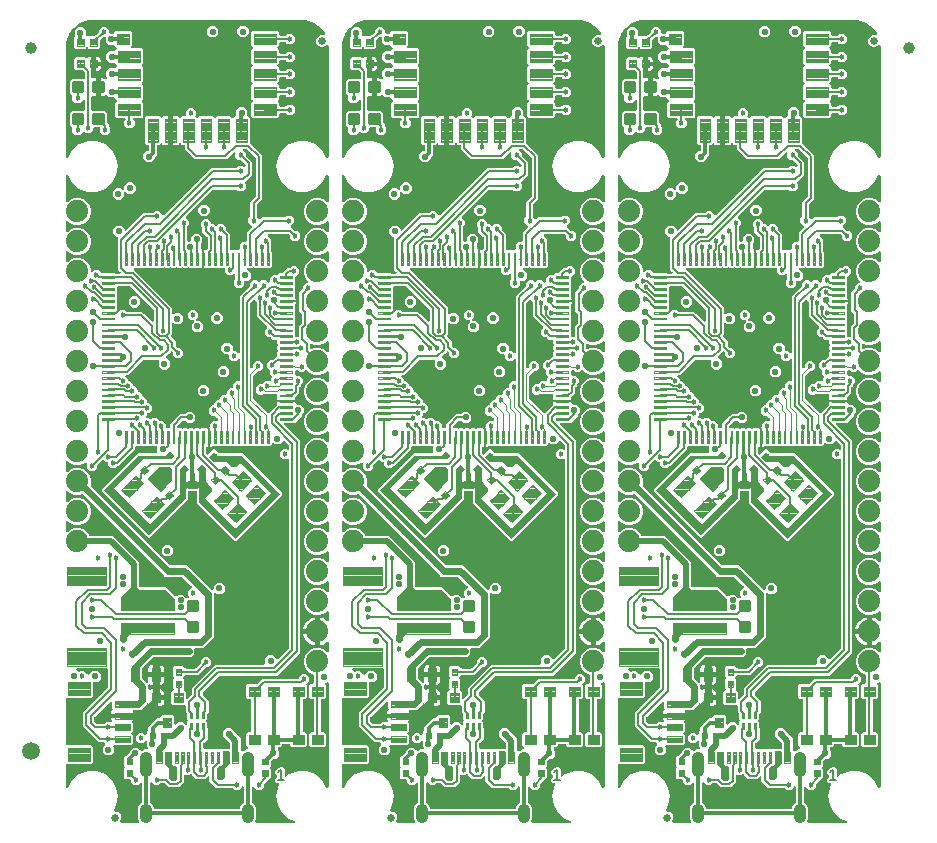
<source format=gtl>
G04 EAGLE Gerber RS-274X export*
G75*
%MOMM*%
%FSLAX34Y34*%
%LPD*%
%INTop Copper*%
%IPPOS*%
%AMOC8*
5,1,8,0,0,1.08239X$1,22.5*%
G01*
%ADD10C,0.152400*%
%ADD11C,1.879600*%
%ADD12C,0.102000*%
%ADD13C,1.000000*%
%ADD14C,0.102500*%
%ADD15C,0.100000*%
%ADD16C,0.096000*%
%ADD17C,0.300000*%
%ADD18C,0.635000*%
%ADD19C,0.500000*%
%ADD20C,0.099000*%
%ADD21C,0.105000*%
%ADD22C,0.104000*%
%ADD23C,1.000000*%
%ADD24C,1.500000*%
%ADD25C,0.554000*%
%ADD26C,0.600000*%
%ADD27C,0.250000*%
%ADD28C,0.200000*%
%ADD29C,0.454000*%
%ADD30C,0.150000*%
%ADD31C,0.160000*%
%ADD32C,0.120000*%

G36*
X584287Y336708D02*
X584287Y336708D01*
X584351Y336712D01*
X584424Y336737D01*
X584500Y336753D01*
X584557Y336783D01*
X584618Y336804D01*
X584674Y336845D01*
X584749Y336885D01*
X584810Y336944D01*
X584867Y336986D01*
X584881Y337001D01*
X588729Y337001D01*
X588801Y336985D01*
X588868Y336990D01*
X588934Y336985D01*
X589008Y337000D01*
X589082Y337006D01*
X589140Y337028D01*
X589210Y337043D01*
X589297Y337088D01*
X589370Y337117D01*
X589744Y337333D01*
X590520Y337541D01*
X591160Y337541D01*
X591224Y337550D01*
X591288Y337549D01*
X591363Y337570D01*
X591439Y337581D01*
X591498Y337607D01*
X591560Y337624D01*
X591626Y337665D01*
X591696Y337697D01*
X591745Y337739D01*
X591800Y337772D01*
X591852Y337830D01*
X591910Y337880D01*
X591946Y337934D01*
X591989Y337982D01*
X592022Y338051D01*
X592065Y338116D01*
X592084Y338178D01*
X592112Y338235D01*
X592123Y338305D01*
X592147Y338386D01*
X592148Y338471D01*
X592159Y338540D01*
X592159Y340769D01*
X594661Y343271D01*
X598060Y343271D01*
X598124Y343280D01*
X598188Y343279D01*
X598263Y343300D01*
X598339Y343311D01*
X598398Y343337D01*
X598460Y343354D01*
X598526Y343395D01*
X598596Y343427D01*
X598645Y343469D01*
X598700Y343502D01*
X598752Y343560D01*
X598810Y343610D01*
X598846Y343664D01*
X598889Y343712D01*
X598922Y343781D01*
X598965Y343846D01*
X598984Y343908D01*
X599012Y343965D01*
X599023Y344035D01*
X599047Y344116D01*
X599048Y344201D01*
X599059Y344270D01*
X599059Y345209D01*
X599046Y345304D01*
X599041Y345400D01*
X599026Y345443D01*
X599019Y345488D01*
X598980Y345576D01*
X598948Y345666D01*
X598923Y345701D01*
X598903Y345745D01*
X598820Y345842D01*
X598767Y345915D01*
X597024Y347658D01*
X596947Y347716D01*
X596875Y347781D01*
X596834Y347800D01*
X596798Y347828D01*
X596708Y347862D01*
X596622Y347904D01*
X596580Y347910D01*
X596534Y347927D01*
X596406Y347937D01*
X596317Y347951D01*
X594369Y347951D01*
X591867Y350453D01*
X591867Y353991D01*
X594369Y356493D01*
X595090Y356493D01*
X595154Y356502D01*
X595218Y356501D01*
X595293Y356521D01*
X595369Y356532D01*
X595428Y356559D01*
X595490Y356576D01*
X595556Y356617D01*
X595626Y356649D01*
X595675Y356690D01*
X595730Y356724D01*
X595782Y356782D01*
X595840Y356832D01*
X595876Y356886D01*
X595919Y356933D01*
X595952Y357003D01*
X595995Y357068D01*
X596014Y357129D01*
X596042Y357187D01*
X596053Y357257D01*
X596077Y357338D01*
X596078Y357422D01*
X596089Y357492D01*
X596089Y358269D01*
X598591Y360771D01*
X599590Y360771D01*
X599654Y360780D01*
X599718Y360779D01*
X599793Y360800D01*
X599869Y360811D01*
X599928Y360837D01*
X599990Y360854D01*
X600056Y360895D01*
X600126Y360927D01*
X600175Y360969D01*
X600230Y361002D01*
X600282Y361060D01*
X600340Y361110D01*
X600376Y361164D01*
X600419Y361212D01*
X600452Y361281D01*
X600495Y361346D01*
X600514Y361408D01*
X600542Y361465D01*
X600553Y361535D01*
X600577Y361616D01*
X600578Y361701D01*
X600589Y361770D01*
X600589Y362769D01*
X603091Y365271D01*
X605612Y365271D01*
X605675Y365280D01*
X605740Y365279D01*
X605814Y365300D01*
X605891Y365311D01*
X605949Y365337D01*
X606012Y365354D01*
X606078Y365395D01*
X606148Y365427D01*
X606197Y365469D01*
X606251Y365502D01*
X606303Y365560D01*
X606362Y365610D01*
X606397Y365664D01*
X606441Y365712D01*
X606474Y365781D01*
X606517Y365846D01*
X606536Y365908D01*
X606564Y365965D01*
X606574Y366035D01*
X606599Y366116D01*
X606600Y366201D01*
X606611Y366270D01*
X606611Y368909D01*
X609113Y371411D01*
X611090Y371411D01*
X611154Y371420D01*
X611218Y371419D01*
X611293Y371440D01*
X611369Y371451D01*
X611428Y371477D01*
X611490Y371494D01*
X611556Y371535D01*
X611626Y371567D01*
X611675Y371609D01*
X611730Y371642D01*
X611782Y371700D01*
X611840Y371750D01*
X611876Y371804D01*
X611919Y371852D01*
X611952Y371921D01*
X611995Y371986D01*
X612014Y372048D01*
X612042Y372105D01*
X612053Y372175D01*
X612077Y372256D01*
X612078Y372341D01*
X612089Y372410D01*
X612089Y374269D01*
X614591Y376771D01*
X617110Y376771D01*
X617174Y376780D01*
X617238Y376779D01*
X617313Y376800D01*
X617389Y376811D01*
X617448Y376837D01*
X617510Y376854D01*
X617576Y376895D01*
X617646Y376927D01*
X617695Y376969D01*
X617750Y377002D01*
X617802Y377060D01*
X617860Y377110D01*
X617896Y377164D01*
X617939Y377212D01*
X617972Y377281D01*
X618015Y377346D01*
X618034Y377408D01*
X618062Y377465D01*
X618073Y377535D01*
X618097Y377616D01*
X618098Y377701D01*
X618109Y377770D01*
X618109Y395297D01*
X618105Y395329D01*
X618107Y395361D01*
X618085Y395468D01*
X618069Y395576D01*
X618056Y395606D01*
X618050Y395637D01*
X617998Y395734D01*
X617953Y395833D01*
X617932Y395858D01*
X617917Y395886D01*
X617841Y395964D01*
X617770Y396048D01*
X617743Y396065D01*
X617720Y396088D01*
X617625Y396142D01*
X617534Y396202D01*
X617503Y396211D01*
X617475Y396227D01*
X617369Y396253D01*
X617264Y396284D01*
X617232Y396285D01*
X617201Y396292D01*
X617091Y396287D01*
X616982Y396288D01*
X616951Y396280D01*
X616919Y396278D01*
X616816Y396242D01*
X616710Y396213D01*
X616683Y396196D01*
X616652Y396185D01*
X616579Y396132D01*
X616470Y396065D01*
X616438Y396029D01*
X616403Y396004D01*
X614598Y394198D01*
X611060Y394198D01*
X608558Y396700D01*
X608558Y398710D01*
X608549Y398774D01*
X608550Y398838D01*
X608529Y398913D01*
X608518Y398989D01*
X608492Y399048D01*
X608475Y399110D01*
X608434Y399176D01*
X608402Y399246D01*
X608360Y399295D01*
X608327Y399350D01*
X608269Y399402D01*
X608219Y399460D01*
X608165Y399496D01*
X608117Y399539D01*
X608048Y399572D01*
X607983Y399615D01*
X607921Y399634D01*
X607864Y399662D01*
X607794Y399673D01*
X607713Y399697D01*
X607628Y399698D01*
X607559Y399709D01*
X604884Y399709D01*
X602089Y402504D01*
X602089Y406456D01*
X604884Y409251D01*
X608836Y409251D01*
X611631Y406456D01*
X611631Y403739D01*
X611640Y403675D01*
X611639Y403611D01*
X611660Y403536D01*
X611671Y403460D01*
X611697Y403401D01*
X611714Y403339D01*
X611755Y403273D01*
X611787Y403203D01*
X611829Y403154D01*
X611862Y403099D01*
X611920Y403047D01*
X611970Y402989D01*
X612024Y402953D01*
X612072Y402910D01*
X612141Y402877D01*
X612206Y402834D01*
X612268Y402815D01*
X612325Y402787D01*
X612395Y402776D01*
X612476Y402752D01*
X612561Y402751D01*
X612630Y402740D01*
X614598Y402740D01*
X616403Y400934D01*
X616429Y400915D01*
X616450Y400890D01*
X616542Y400830D01*
X616629Y400765D01*
X616659Y400754D01*
X616686Y400736D01*
X616791Y400704D01*
X616893Y400665D01*
X616925Y400663D01*
X616956Y400654D01*
X617065Y400652D01*
X617174Y400644D01*
X617206Y400650D01*
X617238Y400650D01*
X617343Y400679D01*
X617450Y400701D01*
X617479Y400716D01*
X617510Y400725D01*
X617603Y400782D01*
X617699Y400834D01*
X617722Y400856D01*
X617750Y400873D01*
X617823Y400954D01*
X617901Y401030D01*
X617917Y401058D01*
X617939Y401082D01*
X617986Y401181D01*
X618040Y401276D01*
X618048Y401307D01*
X618062Y401336D01*
X618076Y401425D01*
X618105Y401550D01*
X618103Y401599D01*
X618109Y401641D01*
X618109Y449139D01*
X626297Y457327D01*
X626354Y457403D01*
X626419Y457475D01*
X626439Y457516D01*
X626466Y457552D01*
X626500Y457642D01*
X626542Y457729D01*
X626548Y457771D01*
X626565Y457816D01*
X626575Y457944D01*
X626589Y458033D01*
X626589Y459769D01*
X629091Y462271D01*
X632629Y462271D01*
X633653Y461246D01*
X633705Y461208D01*
X633750Y461162D01*
X633817Y461124D01*
X633879Y461077D01*
X633939Y461054D01*
X633995Y461023D01*
X634070Y461005D01*
X634143Y460978D01*
X634207Y460973D01*
X634269Y460958D01*
X634347Y460962D01*
X634424Y460956D01*
X634487Y460969D01*
X634551Y460972D01*
X634624Y460997D01*
X634700Y461013D01*
X634757Y461044D01*
X634818Y461065D01*
X634874Y461106D01*
X634949Y461146D01*
X635010Y461205D01*
X635067Y461246D01*
X636091Y462271D01*
X639629Y462271D01*
X641383Y460516D01*
X641409Y460497D01*
X641430Y460472D01*
X641522Y460412D01*
X641609Y460347D01*
X641639Y460336D01*
X641666Y460318D01*
X641771Y460286D01*
X641873Y460247D01*
X641905Y460245D01*
X641936Y460236D01*
X642045Y460234D01*
X642154Y460226D01*
X642186Y460232D01*
X642218Y460232D01*
X642323Y460261D01*
X642430Y460283D01*
X642459Y460298D01*
X642490Y460307D01*
X642583Y460364D01*
X642679Y460416D01*
X642702Y460438D01*
X642730Y460455D01*
X642803Y460536D01*
X642881Y460613D01*
X642897Y460641D01*
X642919Y460664D01*
X642966Y460763D01*
X643020Y460858D01*
X643028Y460889D01*
X643042Y460918D01*
X643056Y461008D01*
X643085Y461132D01*
X643083Y461181D01*
X643089Y461223D01*
X643089Y464769D01*
X645591Y467271D01*
X649225Y467271D01*
X649275Y467242D01*
X649351Y467225D01*
X649423Y467197D01*
X649487Y467192D01*
X649550Y467177D01*
X649627Y467181D01*
X649704Y467175D01*
X649767Y467189D01*
X649831Y467192D01*
X649905Y467217D01*
X649980Y467233D01*
X650037Y467263D01*
X650098Y467284D01*
X650155Y467326D01*
X650229Y467366D01*
X650290Y467425D01*
X650347Y467466D01*
X651131Y468251D01*
X653410Y468251D01*
X653474Y468260D01*
X653538Y468259D01*
X653613Y468280D01*
X653689Y468291D01*
X653748Y468317D01*
X653810Y468334D01*
X653876Y468375D01*
X653946Y468407D01*
X653995Y468449D01*
X654050Y468482D01*
X654102Y468540D01*
X654160Y468590D01*
X654196Y468644D01*
X654239Y468692D01*
X654272Y468761D01*
X654315Y468826D01*
X654334Y468888D01*
X654362Y468945D01*
X654373Y469015D01*
X654397Y469096D01*
X654398Y469128D01*
X658021Y472751D01*
X659657Y472751D01*
X659752Y472764D01*
X659848Y472769D01*
X659891Y472784D01*
X659936Y472791D01*
X660024Y472830D01*
X660115Y472862D01*
X660149Y472887D01*
X660193Y472907D01*
X660291Y472990D01*
X660364Y473043D01*
X661591Y474271D01*
X665129Y474271D01*
X667631Y471769D01*
X667631Y468231D01*
X664953Y465554D01*
X664896Y465477D01*
X664831Y465405D01*
X664811Y465364D01*
X664784Y465328D01*
X664750Y465238D01*
X664708Y465152D01*
X664702Y465110D01*
X664685Y465064D01*
X664675Y464937D01*
X664661Y464847D01*
X664661Y463221D01*
X664646Y463207D01*
X664607Y463155D01*
X664561Y463110D01*
X664523Y463043D01*
X664477Y462981D01*
X664454Y462921D01*
X664422Y462865D01*
X664404Y462790D01*
X664377Y462717D01*
X664372Y462653D01*
X664357Y462590D01*
X664361Y462513D01*
X664355Y462436D01*
X664368Y462373D01*
X664372Y462309D01*
X664397Y462236D01*
X664413Y462160D01*
X664443Y462103D01*
X664464Y462042D01*
X664505Y461986D01*
X664545Y461911D01*
X664604Y461850D01*
X664646Y461793D01*
X664661Y461778D01*
X664661Y458221D01*
X664646Y458207D01*
X664607Y458155D01*
X664561Y458110D01*
X664523Y458043D01*
X664477Y457981D01*
X664454Y457921D01*
X664422Y457865D01*
X664404Y457790D01*
X664377Y457717D01*
X664372Y457653D01*
X664357Y457590D01*
X664361Y457513D01*
X664355Y457436D01*
X664368Y457373D01*
X664372Y457309D01*
X664397Y457236D01*
X664413Y457160D01*
X664443Y457103D01*
X664464Y457042D01*
X664505Y456986D01*
X664545Y456911D01*
X664604Y456850D01*
X664646Y456793D01*
X664661Y456778D01*
X664661Y453222D01*
X664646Y453207D01*
X664607Y453155D01*
X664561Y453110D01*
X664523Y453043D01*
X664477Y452981D01*
X664454Y452921D01*
X664422Y452865D01*
X664404Y452790D01*
X664377Y452717D01*
X664372Y452653D01*
X664357Y452591D01*
X664361Y452513D01*
X664355Y452436D01*
X664368Y452373D01*
X664372Y452309D01*
X664397Y452236D01*
X664413Y452160D01*
X664443Y452103D01*
X664464Y452042D01*
X664505Y451986D01*
X664545Y451911D01*
X664604Y451850D01*
X664646Y451793D01*
X664661Y451779D01*
X664661Y447931D01*
X664645Y447859D01*
X664650Y447792D01*
X664645Y447726D01*
X664660Y447652D01*
X664666Y447578D01*
X664688Y447520D01*
X664703Y447450D01*
X664748Y447363D01*
X664777Y447290D01*
X664993Y446916D01*
X665201Y446140D01*
X665201Y445999D01*
X657160Y445999D01*
X657097Y445990D01*
X657032Y445991D01*
X656958Y445971D01*
X656881Y445960D01*
X656823Y445933D01*
X656761Y445916D01*
X656695Y445875D01*
X656624Y445843D01*
X656575Y445802D01*
X656521Y445768D01*
X656469Y445710D01*
X656410Y445660D01*
X656375Y445606D01*
X656332Y445559D01*
X656298Y445489D01*
X656255Y445424D01*
X656237Y445362D01*
X656209Y445305D01*
X656198Y445235D01*
X656173Y445154D01*
X656172Y445070D01*
X656161Y445000D01*
X656170Y444936D01*
X656169Y444872D01*
X656190Y444797D01*
X656201Y444721D01*
X656227Y444662D01*
X656244Y444600D01*
X656285Y444534D01*
X656317Y444464D01*
X656359Y444415D01*
X656393Y444360D01*
X656450Y444308D01*
X656501Y444249D01*
X656554Y444214D01*
X656602Y444171D01*
X656672Y444137D01*
X656736Y444095D01*
X656798Y444076D01*
X656856Y444048D01*
X656925Y444037D01*
X657006Y444013D01*
X657091Y444011D01*
X657160Y444001D01*
X665201Y444001D01*
X665201Y443860D01*
X664993Y443084D01*
X664777Y442710D01*
X664749Y442640D01*
X664712Y442574D01*
X664696Y442510D01*
X664672Y442448D01*
X664664Y442373D01*
X664647Y442300D01*
X664650Y442234D01*
X664644Y442168D01*
X664658Y442093D01*
X664661Y442032D01*
X664661Y438221D01*
X664646Y438207D01*
X664607Y438155D01*
X664561Y438110D01*
X664523Y438043D01*
X664477Y437981D01*
X664454Y437921D01*
X664422Y437865D01*
X664404Y437790D01*
X664377Y437717D01*
X664372Y437653D01*
X664357Y437590D01*
X664361Y437513D01*
X664355Y437436D01*
X664368Y437373D01*
X664372Y437309D01*
X664397Y437236D01*
X664413Y437160D01*
X664443Y437103D01*
X664464Y437042D01*
X664505Y436986D01*
X664545Y436911D01*
X664604Y436850D01*
X664646Y436793D01*
X664661Y436778D01*
X664661Y433221D01*
X664646Y433207D01*
X664607Y433155D01*
X664561Y433110D01*
X664523Y433043D01*
X664477Y432981D01*
X664454Y432921D01*
X664422Y432865D01*
X664404Y432790D01*
X664377Y432717D01*
X664372Y432653D01*
X664357Y432590D01*
X664361Y432513D01*
X664355Y432436D01*
X664368Y432373D01*
X664372Y432309D01*
X664397Y432236D01*
X664413Y432160D01*
X664443Y432103D01*
X664464Y432042D01*
X664505Y431986D01*
X664545Y431911D01*
X664604Y431850D01*
X664646Y431793D01*
X664661Y431778D01*
X664661Y428221D01*
X664646Y428207D01*
X664607Y428155D01*
X664561Y428110D01*
X664523Y428043D01*
X664477Y427981D01*
X664454Y427921D01*
X664422Y427865D01*
X664404Y427790D01*
X664377Y427717D01*
X664372Y427653D01*
X664357Y427590D01*
X664361Y427513D01*
X664355Y427436D01*
X664368Y427373D01*
X664372Y427309D01*
X664397Y427236D01*
X664413Y427160D01*
X664443Y427103D01*
X664464Y427042D01*
X664505Y426986D01*
X664545Y426911D01*
X664604Y426850D01*
X664646Y426793D01*
X664661Y426778D01*
X664661Y423221D01*
X664646Y423207D01*
X664607Y423155D01*
X664561Y423110D01*
X664523Y423043D01*
X664477Y422981D01*
X664454Y422921D01*
X664422Y422865D01*
X664404Y422790D01*
X664377Y422717D01*
X664372Y422653D01*
X664357Y422590D01*
X664361Y422513D01*
X664355Y422436D01*
X664368Y422373D01*
X664372Y422309D01*
X664397Y422236D01*
X664413Y422160D01*
X664443Y422103D01*
X664464Y422042D01*
X664505Y421986D01*
X664545Y421911D01*
X664604Y421850D01*
X664646Y421793D01*
X664661Y421778D01*
X664661Y418221D01*
X664646Y418207D01*
X664607Y418155D01*
X664561Y418110D01*
X664523Y418043D01*
X664477Y417981D01*
X664454Y417921D01*
X664422Y417865D01*
X664404Y417790D01*
X664377Y417717D01*
X664372Y417653D01*
X664357Y417590D01*
X664361Y417513D01*
X664355Y417436D01*
X664368Y417373D01*
X664372Y417309D01*
X664397Y417236D01*
X664413Y417160D01*
X664443Y417103D01*
X664464Y417042D01*
X664505Y416986D01*
X664545Y416911D01*
X664604Y416850D01*
X664646Y416793D01*
X664661Y416778D01*
X664661Y415270D01*
X664670Y415206D01*
X664669Y415142D01*
X664690Y415067D01*
X664701Y414991D01*
X664727Y414932D01*
X664744Y414870D01*
X664785Y414804D01*
X664817Y414734D01*
X664859Y414685D01*
X664892Y414630D01*
X664950Y414578D01*
X665000Y414520D01*
X665054Y414484D01*
X665102Y414441D01*
X665171Y414408D01*
X665236Y414365D01*
X665298Y414346D01*
X665355Y414318D01*
X665425Y414307D01*
X665506Y414283D01*
X665591Y414282D01*
X665660Y414271D01*
X666610Y414271D01*
X666674Y414280D01*
X666738Y414279D01*
X666813Y414300D01*
X666889Y414311D01*
X666948Y414337D01*
X667010Y414354D01*
X667076Y414395D01*
X667146Y414427D01*
X667195Y414469D01*
X667250Y414502D01*
X667302Y414560D01*
X667360Y414610D01*
X667396Y414664D01*
X667439Y414712D01*
X667472Y414781D01*
X667515Y414846D01*
X667534Y414908D01*
X667562Y414965D01*
X667573Y415035D01*
X667597Y415116D01*
X667598Y415201D01*
X667609Y415270D01*
X667609Y423333D01*
X669837Y425560D01*
X669894Y425637D01*
X669959Y425708D01*
X669979Y425749D01*
X670006Y425786D01*
X670040Y425876D01*
X670082Y425962D01*
X670088Y426004D01*
X670105Y426050D01*
X670115Y426177D01*
X670129Y426267D01*
X670129Y433733D01*
X670121Y433793D01*
X670121Y433821D01*
X670115Y433843D01*
X670111Y433924D01*
X670096Y433967D01*
X670089Y434012D01*
X670050Y434100D01*
X670018Y434191D01*
X669993Y434225D01*
X669973Y434269D01*
X669890Y434367D01*
X669837Y434440D01*
X668263Y436014D01*
X668263Y452293D01*
X671297Y455327D01*
X671354Y455403D01*
X671419Y455475D01*
X671439Y455516D01*
X671466Y455552D01*
X671500Y455642D01*
X671542Y455729D01*
X671548Y455771D01*
X671565Y455816D01*
X671575Y455944D01*
X671589Y456033D01*
X671589Y457769D01*
X674091Y460271D01*
X674357Y460271D01*
X674389Y460275D01*
X674421Y460273D01*
X674528Y460295D01*
X674636Y460311D01*
X674665Y460324D01*
X674697Y460330D01*
X674793Y460382D01*
X674893Y460427D01*
X674917Y460448D01*
X674946Y460463D01*
X675024Y460539D01*
X675107Y460610D01*
X675125Y460637D01*
X675148Y460660D01*
X675202Y460755D01*
X675262Y460846D01*
X675271Y460877D01*
X675287Y460905D01*
X675312Y461011D01*
X675344Y461116D01*
X675344Y461148D01*
X675352Y461179D01*
X675346Y461289D01*
X675348Y461398D01*
X675339Y461429D01*
X675337Y461461D01*
X675302Y461564D01*
X675272Y461670D01*
X675256Y461697D01*
X675245Y461728D01*
X675192Y461801D01*
X675124Y461910D01*
X675088Y461942D01*
X675063Y461977D01*
X673597Y463443D01*
X671861Y467633D01*
X671861Y472167D01*
X673597Y476357D01*
X676803Y479563D01*
X680993Y481299D01*
X685527Y481299D01*
X689717Y479563D01*
X691237Y478043D01*
X691263Y478023D01*
X691284Y477999D01*
X691376Y477939D01*
X691463Y477874D01*
X691493Y477862D01*
X691520Y477844D01*
X691625Y477812D01*
X691727Y477774D01*
X691759Y477771D01*
X691790Y477762D01*
X691899Y477761D01*
X692008Y477752D01*
X692040Y477759D01*
X692072Y477758D01*
X692177Y477787D01*
X692284Y477810D01*
X692313Y477825D01*
X692344Y477834D01*
X692437Y477891D01*
X692533Y477942D01*
X692556Y477965D01*
X692584Y477982D01*
X692657Y478063D01*
X692735Y478139D01*
X692751Y478167D01*
X692773Y478191D01*
X692820Y478289D01*
X692874Y478384D01*
X692882Y478416D01*
X692896Y478445D01*
X692910Y478534D01*
X692939Y478659D01*
X692937Y478707D01*
X692943Y478749D01*
X692943Y486451D01*
X692939Y486483D01*
X692941Y486515D01*
X692919Y486622D01*
X692903Y486730D01*
X692890Y486759D01*
X692884Y486791D01*
X692832Y486887D01*
X692787Y486987D01*
X692766Y487011D01*
X692751Y487040D01*
X692675Y487118D01*
X692604Y487201D01*
X692577Y487219D01*
X692554Y487242D01*
X692459Y487296D01*
X692368Y487356D01*
X692337Y487365D01*
X692309Y487381D01*
X692203Y487406D01*
X692098Y487438D01*
X692066Y487438D01*
X692035Y487446D01*
X691925Y487440D01*
X691816Y487442D01*
X691785Y487433D01*
X691753Y487431D01*
X691650Y487396D01*
X691544Y487366D01*
X691517Y487350D01*
X691486Y487339D01*
X691413Y487286D01*
X691304Y487218D01*
X691272Y487182D01*
X691237Y487157D01*
X689717Y485637D01*
X685527Y483901D01*
X680993Y483901D01*
X676803Y485637D01*
X673597Y488843D01*
X671861Y493033D01*
X671861Y497567D01*
X673597Y501757D01*
X676803Y504963D01*
X680993Y506699D01*
X685527Y506699D01*
X689717Y504963D01*
X691237Y503443D01*
X691263Y503423D01*
X691284Y503399D01*
X691376Y503339D01*
X691463Y503274D01*
X691493Y503262D01*
X691520Y503244D01*
X691625Y503212D01*
X691727Y503174D01*
X691759Y503171D01*
X691790Y503162D01*
X691899Y503161D01*
X692008Y503152D01*
X692040Y503159D01*
X692072Y503158D01*
X692177Y503187D01*
X692284Y503210D01*
X692313Y503225D01*
X692344Y503234D01*
X692437Y503291D01*
X692533Y503342D01*
X692556Y503365D01*
X692584Y503382D01*
X692657Y503463D01*
X692735Y503539D01*
X692751Y503567D01*
X692773Y503591D01*
X692820Y503689D01*
X692874Y503784D01*
X692882Y503816D01*
X692896Y503845D01*
X692910Y503934D01*
X692939Y504059D01*
X692937Y504107D01*
X692943Y504149D01*
X692943Y511851D01*
X692939Y511883D01*
X692941Y511915D01*
X692919Y512022D01*
X692903Y512130D01*
X692890Y512159D01*
X692884Y512191D01*
X692832Y512287D01*
X692787Y512387D01*
X692766Y512411D01*
X692751Y512440D01*
X692675Y512518D01*
X692604Y512601D01*
X692577Y512619D01*
X692554Y512642D01*
X692459Y512696D01*
X692368Y512756D01*
X692337Y512765D01*
X692309Y512781D01*
X692203Y512806D01*
X692098Y512838D01*
X692066Y512838D01*
X692035Y512846D01*
X691925Y512840D01*
X691816Y512842D01*
X691785Y512833D01*
X691753Y512831D01*
X691650Y512796D01*
X691544Y512766D01*
X691517Y512750D01*
X691486Y512739D01*
X691413Y512686D01*
X691304Y512618D01*
X691272Y512582D01*
X691237Y512557D01*
X689717Y511037D01*
X685527Y509301D01*
X680993Y509301D01*
X676803Y511037D01*
X673597Y514243D01*
X671861Y518433D01*
X671861Y522967D01*
X673597Y527157D01*
X676803Y530363D01*
X680993Y532099D01*
X685527Y532099D01*
X689717Y530363D01*
X691237Y528843D01*
X691263Y528823D01*
X691284Y528799D01*
X691376Y528739D01*
X691463Y528674D01*
X691493Y528662D01*
X691520Y528644D01*
X691625Y528612D01*
X691727Y528574D01*
X691759Y528571D01*
X691790Y528562D01*
X691899Y528561D01*
X692008Y528552D01*
X692040Y528559D01*
X692072Y528558D01*
X692177Y528587D01*
X692284Y528610D01*
X692313Y528625D01*
X692344Y528634D01*
X692437Y528691D01*
X692533Y528742D01*
X692556Y528765D01*
X692584Y528782D01*
X692657Y528863D01*
X692735Y528939D01*
X692751Y528967D01*
X692773Y528991D01*
X692820Y529089D01*
X692874Y529184D01*
X692882Y529216D01*
X692896Y529245D01*
X692910Y529334D01*
X692939Y529459D01*
X692937Y529507D01*
X692943Y529549D01*
X692943Y550722D01*
X692940Y550744D01*
X692942Y550765D01*
X692920Y550883D01*
X692903Y551001D01*
X692895Y551021D01*
X692891Y551042D01*
X692837Y551149D01*
X692787Y551258D01*
X692773Y551275D01*
X692764Y551294D01*
X692682Y551382D01*
X692604Y551473D01*
X692586Y551485D01*
X692571Y551500D01*
X692469Y551561D01*
X692368Y551627D01*
X692347Y551633D01*
X692329Y551644D01*
X692213Y551675D01*
X692098Y551710D01*
X692077Y551710D01*
X692056Y551715D01*
X691936Y551712D01*
X691816Y551713D01*
X691795Y551708D01*
X691774Y551707D01*
X691660Y551670D01*
X691544Y551638D01*
X691526Y551627D01*
X691506Y551620D01*
X691407Y551553D01*
X691304Y551490D01*
X691290Y551474D01*
X691272Y551462D01*
X691215Y551391D01*
X691115Y551281D01*
X691099Y551247D01*
X691079Y551222D01*
X687330Y544729D01*
X681506Y539842D01*
X674361Y537241D01*
X666759Y537241D01*
X659614Y539842D01*
X653790Y544729D01*
X649989Y551313D01*
X648669Y558800D01*
X649989Y566287D01*
X653790Y572871D01*
X659614Y577758D01*
X666759Y580359D01*
X674361Y580359D01*
X681506Y577758D01*
X687330Y572871D01*
X691079Y566378D01*
X691092Y566361D01*
X691101Y566342D01*
X691179Y566251D01*
X691253Y566156D01*
X691270Y566144D01*
X691284Y566127D01*
X691385Y566061D01*
X691482Y565992D01*
X691502Y565985D01*
X691520Y565973D01*
X691635Y565938D01*
X691748Y565898D01*
X691769Y565897D01*
X691790Y565890D01*
X691910Y565889D01*
X692029Y565882D01*
X692050Y565887D01*
X692072Y565887D01*
X692187Y565919D01*
X692304Y565946D01*
X692323Y565956D01*
X692344Y565962D01*
X692446Y566025D01*
X692550Y566083D01*
X692565Y566099D01*
X692584Y566110D01*
X692664Y566199D01*
X692748Y566284D01*
X692758Y566303D01*
X692773Y566319D01*
X692825Y566427D01*
X692882Y566533D01*
X692886Y566554D01*
X692896Y566573D01*
X692910Y566663D01*
X692941Y566809D01*
X692938Y566845D01*
X692943Y566878D01*
X692943Y660400D01*
X692937Y660441D01*
X692940Y660478D01*
X692907Y660897D01*
X692878Y661028D01*
X692851Y661159D01*
X692847Y661165D01*
X692846Y661172D01*
X692781Y661289D01*
X692718Y661407D01*
X692713Y661413D01*
X692710Y661419D01*
X692615Y661513D01*
X692521Y661610D01*
X692515Y661613D01*
X692510Y661618D01*
X692393Y661682D01*
X692276Y661749D01*
X692269Y661750D01*
X692263Y661754D01*
X692133Y661783D01*
X692002Y661814D01*
X691994Y661813D01*
X691987Y661815D01*
X691854Y661806D01*
X691720Y661799D01*
X691713Y661797D01*
X691706Y661796D01*
X691580Y661751D01*
X691454Y661707D01*
X691448Y661703D01*
X691441Y661700D01*
X691213Y661534D01*
X691209Y661528D01*
X691205Y661525D01*
X690292Y660612D01*
X688390Y659824D01*
X686330Y659824D01*
X684428Y660612D01*
X682972Y662068D01*
X682184Y663970D01*
X682184Y666030D01*
X682972Y667932D01*
X684428Y669388D01*
X686330Y670176D01*
X688389Y670176D01*
X688563Y670104D01*
X688572Y670102D01*
X688579Y670097D01*
X688708Y670067D01*
X688837Y670034D01*
X688845Y670034D01*
X688853Y670032D01*
X688986Y670038D01*
X689118Y670043D01*
X689126Y670045D01*
X689135Y670046D01*
X689261Y670089D01*
X689387Y670130D01*
X689393Y670135D01*
X689401Y670138D01*
X689510Y670214D01*
X689620Y670289D01*
X689625Y670295D01*
X689632Y670300D01*
X689715Y670404D01*
X689799Y670507D01*
X689802Y670514D01*
X689807Y670521D01*
X689858Y670643D01*
X689910Y670766D01*
X689911Y670774D01*
X689915Y670782D01*
X689929Y670913D01*
X689945Y671046D01*
X689944Y671054D01*
X689944Y671062D01*
X689921Y671194D01*
X689900Y671324D01*
X689896Y671332D01*
X689895Y671340D01*
X689861Y671406D01*
X689779Y671579D01*
X689764Y671596D01*
X689754Y671614D01*
X686489Y676108D01*
X686488Y676110D01*
X686487Y676112D01*
X686468Y676130D01*
X686455Y676152D01*
X686392Y676209D01*
X686293Y676311D01*
X686279Y676319D01*
X686268Y676329D01*
X680855Y680262D01*
X680853Y680263D01*
X680852Y680264D01*
X680821Y680280D01*
X680606Y680394D01*
X680590Y680397D01*
X680577Y680404D01*
X674214Y682471D01*
X674073Y682496D01*
X673984Y682517D01*
X670638Y682780D01*
X670597Y682778D01*
X670560Y682783D01*
X492760Y682783D01*
X492718Y682777D01*
X492682Y682780D01*
X489336Y682517D01*
X489197Y682486D01*
X489106Y682471D01*
X482743Y680404D01*
X482741Y680403D01*
X482739Y680402D01*
X482708Y680387D01*
X482490Y680280D01*
X482478Y680268D01*
X482465Y680262D01*
X480148Y678578D01*
X480068Y678502D01*
X479985Y678430D01*
X479967Y678404D01*
X479945Y678382D01*
X479891Y678286D01*
X479830Y678194D01*
X479821Y678164D01*
X479806Y678137D01*
X479787Y678059D01*
X479731Y678065D01*
X479653Y678051D01*
X479575Y678047D01*
X479515Y678026D01*
X479453Y678015D01*
X479390Y677982D01*
X479308Y677954D01*
X479247Y677909D01*
X479179Y677874D01*
X477052Y676329D01*
X477050Y676328D01*
X477048Y676327D01*
X477024Y676302D01*
X476944Y676224D01*
X476882Y676172D01*
X476870Y676153D01*
X476849Y676133D01*
X476841Y676119D01*
X476831Y676108D01*
X472898Y670695D01*
X472897Y670693D01*
X472896Y670692D01*
X472880Y670661D01*
X472766Y670446D01*
X472763Y670430D01*
X472756Y670417D01*
X470689Y664054D01*
X470664Y663913D01*
X470643Y663824D01*
X470380Y660478D01*
X470382Y660437D01*
X470377Y660400D01*
X470377Y566878D01*
X470380Y566856D01*
X470378Y566835D01*
X470400Y566717D01*
X470417Y566599D01*
X470425Y566579D01*
X470429Y566558D01*
X470483Y566451D01*
X470533Y566342D01*
X470547Y566325D01*
X470556Y566306D01*
X470638Y566218D01*
X470716Y566127D01*
X470734Y566115D01*
X470749Y566100D01*
X470851Y566039D01*
X470952Y565973D01*
X470973Y565967D01*
X470991Y565956D01*
X471107Y565925D01*
X471222Y565890D01*
X471243Y565890D01*
X471264Y565885D01*
X471384Y565888D01*
X471504Y565887D01*
X471525Y565892D01*
X471546Y565893D01*
X471660Y565930D01*
X471776Y565962D01*
X471794Y565973D01*
X471814Y565980D01*
X471913Y566047D01*
X472016Y566110D01*
X472030Y566126D01*
X472048Y566138D01*
X472105Y566209D01*
X472205Y566319D01*
X472221Y566353D01*
X472241Y566378D01*
X475990Y572871D01*
X481814Y577758D01*
X488959Y580359D01*
X496561Y580359D01*
X503706Y577758D01*
X509530Y572871D01*
X513331Y566287D01*
X514651Y558800D01*
X513331Y551313D01*
X509530Y544729D01*
X503706Y539842D01*
X496561Y537241D01*
X488959Y537241D01*
X481814Y539842D01*
X475990Y544729D01*
X472241Y551222D01*
X472228Y551239D01*
X472219Y551258D01*
X472141Y551349D01*
X472067Y551444D01*
X472050Y551456D01*
X472036Y551473D01*
X471935Y551539D01*
X471838Y551608D01*
X471818Y551615D01*
X471800Y551627D01*
X471685Y551662D01*
X471572Y551702D01*
X471551Y551703D01*
X471530Y551710D01*
X471410Y551711D01*
X471291Y551718D01*
X471270Y551713D01*
X471248Y551713D01*
X471133Y551681D01*
X471016Y551654D01*
X470997Y551644D01*
X470976Y551638D01*
X470874Y551575D01*
X470770Y551517D01*
X470755Y551501D01*
X470736Y551490D01*
X470656Y551401D01*
X470572Y551316D01*
X470562Y551297D01*
X470547Y551281D01*
X470495Y551173D01*
X470438Y551067D01*
X470434Y551046D01*
X470424Y551027D01*
X470410Y550937D01*
X470379Y550791D01*
X470382Y550755D01*
X470377Y550722D01*
X470377Y529549D01*
X470381Y529517D01*
X470379Y529485D01*
X470401Y529378D01*
X470417Y529270D01*
X470430Y529241D01*
X470436Y529209D01*
X470488Y529113D01*
X470533Y529013D01*
X470554Y528989D01*
X470569Y528960D01*
X470645Y528882D01*
X470716Y528799D01*
X470743Y528781D01*
X470766Y528758D01*
X470861Y528704D01*
X470952Y528644D01*
X470983Y528635D01*
X471011Y528619D01*
X471117Y528594D01*
X471222Y528562D01*
X471254Y528562D01*
X471285Y528554D01*
X471395Y528560D01*
X471504Y528558D01*
X471535Y528567D01*
X471567Y528569D01*
X471670Y528604D01*
X471776Y528634D01*
X471803Y528650D01*
X471834Y528661D01*
X471907Y528714D01*
X472016Y528782D01*
X472048Y528818D01*
X472083Y528843D01*
X473603Y530363D01*
X477793Y532099D01*
X482327Y532099D01*
X486517Y530363D01*
X489723Y527157D01*
X491459Y522967D01*
X491459Y518433D01*
X489723Y514243D01*
X486517Y511037D01*
X482327Y509301D01*
X477793Y509301D01*
X473603Y511037D01*
X472083Y512557D01*
X472057Y512577D01*
X472036Y512601D01*
X471944Y512661D01*
X471857Y512726D01*
X471827Y512738D01*
X471800Y512756D01*
X471695Y512788D01*
X471593Y512826D01*
X471561Y512829D01*
X471530Y512838D01*
X471421Y512839D01*
X471312Y512848D01*
X471280Y512841D01*
X471248Y512842D01*
X471143Y512813D01*
X471036Y512790D01*
X471007Y512775D01*
X470976Y512766D01*
X470883Y512709D01*
X470787Y512658D01*
X470764Y512635D01*
X470736Y512618D01*
X470663Y512537D01*
X470585Y512461D01*
X470569Y512433D01*
X470547Y512409D01*
X470500Y512311D01*
X470446Y512216D01*
X470438Y512184D01*
X470424Y512155D01*
X470410Y512066D01*
X470381Y511941D01*
X470383Y511893D01*
X470377Y511851D01*
X470377Y504149D01*
X470381Y504117D01*
X470379Y504085D01*
X470401Y503978D01*
X470417Y503870D01*
X470430Y503841D01*
X470436Y503809D01*
X470488Y503713D01*
X470533Y503613D01*
X470554Y503589D01*
X470569Y503560D01*
X470645Y503482D01*
X470716Y503399D01*
X470743Y503381D01*
X470766Y503358D01*
X470861Y503304D01*
X470952Y503244D01*
X470983Y503235D01*
X471011Y503219D01*
X471117Y503194D01*
X471222Y503162D01*
X471254Y503162D01*
X471285Y503154D01*
X471395Y503160D01*
X471504Y503158D01*
X471535Y503167D01*
X471567Y503169D01*
X471670Y503204D01*
X471776Y503234D01*
X471803Y503250D01*
X471834Y503261D01*
X471907Y503314D01*
X472016Y503382D01*
X472048Y503418D01*
X472083Y503443D01*
X473603Y504963D01*
X477793Y506699D01*
X482327Y506699D01*
X486517Y504963D01*
X489723Y501757D01*
X491459Y497567D01*
X491459Y493033D01*
X489723Y488843D01*
X486517Y485637D01*
X482327Y483901D01*
X477793Y483901D01*
X473603Y485637D01*
X472083Y487157D01*
X472057Y487177D01*
X472036Y487201D01*
X471944Y487261D01*
X471857Y487326D01*
X471827Y487338D01*
X471800Y487356D01*
X471695Y487388D01*
X471593Y487426D01*
X471561Y487429D01*
X471530Y487438D01*
X471421Y487439D01*
X471312Y487448D01*
X471280Y487441D01*
X471248Y487442D01*
X471143Y487413D01*
X471036Y487390D01*
X471007Y487375D01*
X470976Y487366D01*
X470883Y487309D01*
X470787Y487258D01*
X470764Y487235D01*
X470736Y487218D01*
X470663Y487137D01*
X470585Y487061D01*
X470569Y487033D01*
X470547Y487009D01*
X470500Y486911D01*
X470446Y486816D01*
X470438Y486784D01*
X470424Y486755D01*
X470410Y486666D01*
X470381Y486541D01*
X470383Y486493D01*
X470377Y486451D01*
X470377Y478749D01*
X470381Y478717D01*
X470379Y478685D01*
X470401Y478578D01*
X470417Y478470D01*
X470430Y478441D01*
X470436Y478409D01*
X470488Y478313D01*
X470533Y478213D01*
X470554Y478189D01*
X470569Y478160D01*
X470645Y478082D01*
X470716Y477999D01*
X470743Y477981D01*
X470766Y477958D01*
X470861Y477904D01*
X470952Y477844D01*
X470983Y477835D01*
X471011Y477819D01*
X471117Y477794D01*
X471222Y477762D01*
X471254Y477762D01*
X471285Y477754D01*
X471395Y477760D01*
X471504Y477758D01*
X471535Y477767D01*
X471567Y477769D01*
X471670Y477804D01*
X471776Y477834D01*
X471803Y477850D01*
X471834Y477861D01*
X471907Y477914D01*
X472016Y477982D01*
X472048Y478018D01*
X472083Y478043D01*
X473603Y479563D01*
X477793Y481299D01*
X482327Y481299D01*
X486517Y479563D01*
X489723Y476357D01*
X491459Y472167D01*
X491459Y470551D01*
X491463Y470519D01*
X491461Y470487D01*
X491483Y470380D01*
X491499Y470272D01*
X491512Y470242D01*
X491518Y470211D01*
X491570Y470114D01*
X491615Y470015D01*
X491636Y469990D01*
X491651Y469962D01*
X491727Y469884D01*
X491798Y469800D01*
X491825Y469783D01*
X491848Y469760D01*
X491943Y469706D01*
X492034Y469646D01*
X492065Y469637D01*
X492093Y469621D01*
X492199Y469595D01*
X492304Y469564D01*
X492336Y469563D01*
X492367Y469556D01*
X492477Y469561D01*
X492586Y469560D01*
X492617Y469568D01*
X492649Y469570D01*
X492752Y469606D01*
X492858Y469635D01*
X492885Y469652D01*
X492916Y469663D01*
X492989Y469716D01*
X493098Y469783D01*
X493130Y469819D01*
X493165Y469844D01*
X494591Y471271D01*
X498129Y471271D01*
X500856Y468543D01*
X500933Y468486D01*
X501005Y468421D01*
X501045Y468401D01*
X501082Y468374D01*
X501172Y468340D01*
X501258Y468298D01*
X501300Y468292D01*
X501346Y468275D01*
X501473Y468265D01*
X501563Y468251D01*
X512189Y468251D01*
X512396Y468043D01*
X512473Y467986D01*
X512544Y467921D01*
X512585Y467901D01*
X512621Y467874D01*
X512711Y467840D01*
X512798Y467798D01*
X512840Y467792D01*
X512885Y467775D01*
X513013Y467765D01*
X513102Y467751D01*
X515807Y467751D01*
X515839Y467755D01*
X515871Y467753D01*
X515978Y467775D01*
X516086Y467791D01*
X516115Y467804D01*
X516147Y467810D01*
X516243Y467862D01*
X516343Y467907D01*
X516367Y467928D01*
X516396Y467943D01*
X516474Y468019D01*
X516557Y468090D01*
X516575Y468117D01*
X516598Y468140D01*
X516652Y468235D01*
X516712Y468326D01*
X516721Y468357D01*
X516737Y468385D01*
X516762Y468491D01*
X516794Y468596D01*
X516794Y468628D01*
X516802Y468659D01*
X516796Y468769D01*
X516798Y468878D01*
X516789Y468909D01*
X516788Y468941D01*
X516752Y469044D01*
X516723Y469150D01*
X516706Y469177D01*
X516695Y469208D01*
X516642Y469281D01*
X516574Y469390D01*
X516538Y469422D01*
X516513Y469457D01*
X514609Y471361D01*
X514609Y497537D01*
X514619Y497549D01*
X514643Y497570D01*
X514703Y497662D01*
X514768Y497749D01*
X514780Y497779D01*
X514798Y497806D01*
X514829Y497911D01*
X514868Y498013D01*
X514871Y498045D01*
X514880Y498076D01*
X514881Y498185D01*
X514890Y498294D01*
X514883Y498326D01*
X514884Y498358D01*
X514855Y498463D01*
X514832Y498570D01*
X514817Y498599D01*
X514808Y498630D01*
X514751Y498723D01*
X514700Y498819D01*
X514677Y498842D01*
X514660Y498870D01*
X514579Y498943D01*
X514503Y499021D01*
X514475Y499037D01*
X514451Y499059D01*
X514353Y499106D01*
X514258Y499160D01*
X514226Y499168D01*
X514197Y499182D01*
X514108Y499196D01*
X513983Y499225D01*
X513935Y499223D01*
X513893Y499229D01*
X513384Y499229D01*
X510589Y502024D01*
X510589Y505976D01*
X513384Y508771D01*
X517336Y508771D01*
X520131Y505976D01*
X520131Y505467D01*
X520135Y505435D01*
X520133Y505403D01*
X520155Y505296D01*
X520171Y505188D01*
X520184Y505159D01*
X520190Y505127D01*
X520242Y505031D01*
X520287Y504931D01*
X520308Y504907D01*
X520323Y504878D01*
X520399Y504800D01*
X520470Y504717D01*
X520497Y504699D01*
X520520Y504676D01*
X520615Y504622D01*
X520706Y504562D01*
X520737Y504553D01*
X520765Y504537D01*
X520872Y504512D01*
X520976Y504480D01*
X521008Y504480D01*
X521039Y504472D01*
X521149Y504478D01*
X521258Y504476D01*
X521289Y504485D01*
X521321Y504487D01*
X521424Y504522D01*
X521530Y504552D01*
X521557Y504568D01*
X521588Y504579D01*
X521661Y504632D01*
X521770Y504700D01*
X521802Y504736D01*
X521837Y504761D01*
X534422Y517347D01*
X536326Y519251D01*
X544157Y519251D01*
X544252Y519264D01*
X544348Y519269D01*
X544391Y519284D01*
X544436Y519291D01*
X544524Y519330D01*
X544615Y519362D01*
X544649Y519387D01*
X544693Y519407D01*
X544790Y519490D01*
X544864Y519543D01*
X546091Y520771D01*
X549629Y520771D01*
X552217Y518182D01*
X552242Y518137D01*
X552287Y518037D01*
X552308Y518013D01*
X552323Y517984D01*
X552399Y517906D01*
X552470Y517823D01*
X552497Y517805D01*
X552520Y517782D01*
X552615Y517728D01*
X552706Y517668D01*
X552737Y517659D01*
X552765Y517643D01*
X552872Y517618D01*
X552976Y517586D01*
X553008Y517586D01*
X553039Y517578D01*
X553149Y517584D01*
X553258Y517582D01*
X553289Y517591D01*
X553321Y517592D01*
X553424Y517628D01*
X553530Y517657D01*
X553557Y517674D01*
X553588Y517685D01*
X553661Y517738D01*
X553770Y517806D01*
X553802Y517842D01*
X553837Y517867D01*
X593721Y557751D01*
X614657Y557751D01*
X614752Y557764D01*
X614848Y557769D01*
X614891Y557784D01*
X614936Y557791D01*
X615024Y557830D01*
X615115Y557862D01*
X615149Y557887D01*
X615193Y557907D01*
X615291Y557990D01*
X615364Y558043D01*
X616591Y559271D01*
X620129Y559271D01*
X620903Y558496D01*
X620929Y558477D01*
X620950Y558452D01*
X621042Y558393D01*
X621129Y558327D01*
X621159Y558316D01*
X621186Y558298D01*
X621291Y558266D01*
X621393Y558227D01*
X621425Y558225D01*
X621456Y558216D01*
X621565Y558214D01*
X621674Y558206D01*
X621706Y558212D01*
X621738Y558212D01*
X621843Y558241D01*
X621950Y558263D01*
X621979Y558278D01*
X622010Y558287D01*
X622103Y558344D01*
X622199Y558396D01*
X622222Y558418D01*
X622250Y558435D01*
X622323Y558516D01*
X622401Y558592D01*
X622417Y558621D01*
X622439Y558644D01*
X622486Y558743D01*
X622540Y558838D01*
X622548Y558869D01*
X622562Y558898D01*
X622576Y558988D01*
X622605Y559112D01*
X622603Y559161D01*
X622609Y559203D01*
X622609Y559947D01*
X622596Y560042D01*
X622591Y560138D01*
X622576Y560181D01*
X622569Y560226D01*
X622530Y560313D01*
X622498Y560404D01*
X622473Y560439D01*
X622453Y560483D01*
X622370Y560580D01*
X622317Y560653D01*
X619033Y563937D01*
X618957Y563994D01*
X618885Y564059D01*
X618844Y564079D01*
X618808Y564106D01*
X618718Y564140D01*
X618631Y564182D01*
X618589Y564188D01*
X618544Y564205D01*
X618416Y564215D01*
X618327Y564229D01*
X616591Y564229D01*
X614089Y566731D01*
X614089Y569927D01*
X614085Y569959D01*
X614087Y569991D01*
X614065Y570098D01*
X614049Y570206D01*
X614036Y570235D01*
X614030Y570267D01*
X613978Y570363D01*
X613933Y570463D01*
X613912Y570487D01*
X613897Y570516D01*
X613821Y570594D01*
X613750Y570677D01*
X613723Y570695D01*
X613700Y570718D01*
X613605Y570772D01*
X613514Y570832D01*
X613483Y570841D01*
X613455Y570857D01*
X613349Y570882D01*
X613244Y570914D01*
X613212Y570914D01*
X613181Y570922D01*
X613071Y570916D01*
X612962Y570918D01*
X612931Y570909D01*
X612899Y570908D01*
X612796Y570872D01*
X612690Y570843D01*
X612663Y570826D01*
X612632Y570815D01*
X612559Y570762D01*
X612450Y570694D01*
X612418Y570658D01*
X612383Y570633D01*
X608403Y566653D01*
X606499Y564749D01*
X579721Y564749D01*
X571409Y573061D01*
X571409Y576300D01*
X571400Y576364D01*
X571401Y576428D01*
X571380Y576503D01*
X571369Y576579D01*
X571343Y576638D01*
X571326Y576700D01*
X571285Y576766D01*
X571253Y576836D01*
X571211Y576885D01*
X571178Y576940D01*
X571120Y576992D01*
X571070Y577050D01*
X571016Y577086D01*
X570968Y577129D01*
X570899Y577162D01*
X570834Y577205D01*
X570772Y577224D01*
X570715Y577252D01*
X570645Y577263D01*
X570564Y577287D01*
X570479Y577288D01*
X570410Y577299D01*
X568624Y577299D01*
X567708Y578215D01*
X567666Y578247D01*
X567629Y578286D01*
X567553Y578331D01*
X567483Y578384D01*
X567433Y578403D01*
X567387Y578431D01*
X567301Y578453D01*
X567219Y578484D01*
X567166Y578488D01*
X567114Y578501D01*
X567025Y578499D01*
X566938Y578506D01*
X566885Y578495D01*
X566832Y578493D01*
X566748Y578466D01*
X566662Y578448D01*
X566614Y578423D01*
X566563Y578406D01*
X566491Y578357D01*
X566413Y578316D01*
X566374Y578278D01*
X566330Y578248D01*
X566281Y578187D01*
X566211Y578119D01*
X566175Y578056D01*
X566136Y578008D01*
X566093Y577933D01*
X565527Y577367D01*
X564834Y576966D01*
X564060Y576759D01*
X561159Y576759D01*
X561159Y588300D01*
X561150Y588364D01*
X561151Y588428D01*
X561130Y588502D01*
X561119Y588579D01*
X561093Y588638D01*
X561076Y588700D01*
X561035Y588766D01*
X561003Y588836D01*
X560961Y588885D01*
X560928Y588940D01*
X560870Y588991D01*
X560820Y589050D01*
X560766Y589086D01*
X560718Y589129D01*
X560649Y589162D01*
X560584Y589205D01*
X560522Y589224D01*
X560465Y589252D01*
X560395Y589262D01*
X560314Y589287D01*
X560229Y589288D01*
X560160Y589299D01*
X558160Y589299D01*
X558096Y589290D01*
X558032Y589291D01*
X557957Y589270D01*
X557881Y589259D01*
X557822Y589233D01*
X557760Y589216D01*
X557694Y589175D01*
X557624Y589143D01*
X557575Y589101D01*
X557520Y589068D01*
X557468Y589010D01*
X557410Y588960D01*
X557374Y588906D01*
X557331Y588858D01*
X557298Y588789D01*
X557255Y588724D01*
X557236Y588662D01*
X557208Y588604D01*
X557198Y588535D01*
X557173Y588454D01*
X557172Y588369D01*
X557161Y588300D01*
X557161Y576759D01*
X554260Y576759D01*
X553486Y576966D01*
X552793Y577367D01*
X552227Y577933D01*
X552184Y578008D01*
X552150Y578050D01*
X552125Y578098D01*
X552064Y578160D01*
X552009Y578230D01*
X551966Y578261D01*
X551928Y578300D01*
X551852Y578343D01*
X551780Y578394D01*
X551730Y578412D01*
X551683Y578439D01*
X551597Y578459D01*
X551514Y578488D01*
X551461Y578491D01*
X551409Y578504D01*
X551321Y578499D01*
X551233Y578504D01*
X551181Y578492D01*
X551127Y578489D01*
X551044Y578460D01*
X550958Y578441D01*
X550911Y578414D01*
X550861Y578397D01*
X550797Y578351D01*
X550712Y578303D01*
X550661Y578251D01*
X550612Y578215D01*
X549696Y577299D01*
X548660Y577299D01*
X548596Y577290D01*
X548532Y577291D01*
X548457Y577270D01*
X548381Y577259D01*
X548322Y577233D01*
X548260Y577216D01*
X548194Y577175D01*
X548124Y577143D01*
X548075Y577101D01*
X548020Y577068D01*
X547968Y577010D01*
X547910Y576960D01*
X547874Y576906D01*
X547831Y576858D01*
X547798Y576789D01*
X547755Y576724D01*
X547736Y576662D01*
X547708Y576605D01*
X547697Y576535D01*
X547673Y576454D01*
X547672Y576369D01*
X547661Y576300D01*
X547661Y568850D01*
X545923Y567113D01*
X545866Y567036D01*
X545801Y566964D01*
X545781Y566923D01*
X545754Y566887D01*
X545720Y566797D01*
X545678Y566711D01*
X545672Y566669D01*
X545655Y566623D01*
X545645Y566496D01*
X545631Y566406D01*
X545631Y565024D01*
X542836Y562229D01*
X538884Y562229D01*
X536089Y565024D01*
X536089Y568976D01*
X538884Y571771D01*
X539660Y571771D01*
X539724Y571780D01*
X539788Y571779D01*
X539863Y571800D01*
X539939Y571811D01*
X539998Y571837D01*
X540060Y571854D01*
X540126Y571895D01*
X540196Y571927D01*
X540245Y571969D01*
X540300Y572002D01*
X540352Y572060D01*
X540410Y572110D01*
X540446Y572164D01*
X540489Y572212D01*
X540522Y572281D01*
X540565Y572346D01*
X540584Y572408D01*
X540612Y572465D01*
X540623Y572535D01*
X540647Y572616D01*
X540648Y572701D01*
X540659Y572770D01*
X540659Y576300D01*
X540650Y576364D01*
X540651Y576428D01*
X540630Y576503D01*
X540619Y576579D01*
X540593Y576638D01*
X540576Y576700D01*
X540535Y576766D01*
X540503Y576836D01*
X540461Y576885D01*
X540428Y576940D01*
X540370Y576992D01*
X540320Y577050D01*
X540266Y577086D01*
X540218Y577129D01*
X540149Y577162D01*
X540084Y577205D01*
X540022Y577224D01*
X539965Y577252D01*
X539895Y577263D01*
X539814Y577287D01*
X539729Y577288D01*
X539660Y577299D01*
X538624Y577299D01*
X537159Y578764D01*
X537159Y599850D01*
X537155Y599882D01*
X537157Y599914D01*
X537135Y600021D01*
X537119Y600130D01*
X537106Y600159D01*
X537100Y600190D01*
X537065Y600256D01*
X537069Y600255D01*
X537179Y600260D01*
X537288Y600259D01*
X537319Y600267D01*
X537351Y600269D01*
X537454Y600305D01*
X537560Y600334D01*
X537587Y600351D01*
X537618Y600361D01*
X537691Y600415D01*
X537800Y600482D01*
X537832Y600518D01*
X537867Y600543D01*
X538624Y601301D01*
X549696Y601301D01*
X550612Y600385D01*
X550654Y600353D01*
X550691Y600314D01*
X550767Y600269D01*
X550837Y600216D01*
X550887Y600197D01*
X550933Y600169D01*
X551019Y600147D01*
X551101Y600116D01*
X551154Y600112D01*
X551206Y600099D01*
X551295Y600101D01*
X551382Y600094D01*
X551435Y600105D01*
X551488Y600107D01*
X551572Y600134D01*
X551658Y600152D01*
X551706Y600177D01*
X551757Y600194D01*
X551829Y600243D01*
X551907Y600284D01*
X551946Y600322D01*
X551990Y600352D01*
X552039Y600413D01*
X552109Y600481D01*
X552145Y600544D01*
X552184Y600592D01*
X552227Y600667D01*
X552793Y601233D01*
X553486Y601634D01*
X554260Y601841D01*
X557161Y601841D01*
X557161Y590300D01*
X557170Y590236D01*
X557169Y590172D01*
X557190Y590098D01*
X557201Y590021D01*
X557227Y589962D01*
X557244Y589900D01*
X557285Y589834D01*
X557317Y589764D01*
X557359Y589715D01*
X557392Y589660D01*
X557450Y589609D01*
X557500Y589550D01*
X557554Y589514D01*
X557602Y589471D01*
X557671Y589438D01*
X557736Y589395D01*
X557798Y589376D01*
X557855Y589348D01*
X557925Y589338D01*
X558006Y589313D01*
X558091Y589312D01*
X558160Y589301D01*
X560160Y589301D01*
X560224Y589310D01*
X560288Y589309D01*
X560363Y589330D01*
X560439Y589341D01*
X560498Y589367D01*
X560560Y589384D01*
X560626Y589425D01*
X560696Y589457D01*
X560745Y589499D01*
X560800Y589532D01*
X560852Y589590D01*
X560910Y589640D01*
X560946Y589694D01*
X560989Y589742D01*
X561022Y589811D01*
X561065Y589876D01*
X561084Y589938D01*
X561112Y589996D01*
X561122Y590065D01*
X561147Y590146D01*
X561148Y590231D01*
X561159Y590300D01*
X561159Y601841D01*
X564060Y601841D01*
X564834Y601634D01*
X565527Y601233D01*
X566093Y600667D01*
X566136Y600592D01*
X566170Y600550D01*
X566195Y600502D01*
X566256Y600440D01*
X566311Y600370D01*
X566354Y600339D01*
X566392Y600300D01*
X566468Y600257D01*
X566540Y600206D01*
X566590Y600188D01*
X566637Y600161D01*
X566723Y600141D01*
X566806Y600112D01*
X566859Y600109D01*
X566911Y600096D01*
X566999Y600101D01*
X567087Y600096D01*
X567139Y600108D01*
X567193Y600111D01*
X567276Y600140D01*
X567362Y600159D01*
X567409Y600186D01*
X567459Y600203D01*
X567523Y600249D01*
X567608Y600297D01*
X567659Y600349D01*
X567708Y600385D01*
X568624Y601301D01*
X571090Y601301D01*
X571154Y601310D01*
X571218Y601309D01*
X571293Y601330D01*
X571369Y601341D01*
X571428Y601367D01*
X571490Y601384D01*
X571556Y601425D01*
X571626Y601457D01*
X571675Y601499D01*
X571730Y601532D01*
X571782Y601590D01*
X571840Y601640D01*
X571876Y601694D01*
X571919Y601742D01*
X571952Y601811D01*
X571995Y601876D01*
X572014Y601938D01*
X572042Y601995D01*
X572053Y602065D01*
X572077Y602146D01*
X572078Y602231D01*
X572089Y602300D01*
X572089Y605769D01*
X574591Y608271D01*
X578129Y608271D01*
X580631Y605769D01*
X580631Y602231D01*
X580405Y602005D01*
X580366Y601954D01*
X580320Y601909D01*
X580282Y601841D01*
X580235Y601779D01*
X580213Y601719D01*
X580181Y601663D01*
X580163Y601588D01*
X580136Y601516D01*
X580131Y601452D01*
X580116Y601389D01*
X580120Y601311D01*
X580114Y601234D01*
X580127Y601172D01*
X580130Y601107D01*
X580156Y601034D01*
X580172Y600958D01*
X580202Y600902D01*
X580223Y600841D01*
X580264Y600784D01*
X580304Y600709D01*
X580363Y600649D01*
X580405Y600592D01*
X580953Y600043D01*
X581005Y600005D01*
X581050Y599959D01*
X581117Y599920D01*
X581179Y599874D01*
X581239Y599851D01*
X581295Y599820D01*
X581370Y599802D01*
X581443Y599774D01*
X581507Y599769D01*
X581569Y599755D01*
X581647Y599759D01*
X581724Y599753D01*
X581787Y599766D01*
X581851Y599769D01*
X581924Y599794D01*
X582000Y599810D01*
X582057Y599840D01*
X582118Y599861D01*
X582174Y599903D01*
X582249Y599943D01*
X582310Y600002D01*
X582367Y600043D01*
X583624Y601301D01*
X594696Y601301D01*
X595953Y600043D01*
X596005Y600005D01*
X596050Y599959D01*
X596117Y599920D01*
X596179Y599874D01*
X596239Y599851D01*
X596295Y599820D01*
X596370Y599802D01*
X596443Y599774D01*
X596507Y599769D01*
X596569Y599755D01*
X596647Y599759D01*
X596724Y599753D01*
X596787Y599766D01*
X596851Y599769D01*
X596924Y599794D01*
X597000Y599810D01*
X597057Y599840D01*
X597118Y599861D01*
X597174Y599903D01*
X597249Y599943D01*
X597310Y600002D01*
X597367Y600043D01*
X598624Y601301D01*
X609696Y601301D01*
X610953Y600043D01*
X611005Y600005D01*
X611050Y599959D01*
X611117Y599920D01*
X611179Y599874D01*
X611239Y599851D01*
X611295Y599820D01*
X611370Y599802D01*
X611443Y599774D01*
X611507Y599769D01*
X611569Y599755D01*
X611647Y599759D01*
X611724Y599753D01*
X611787Y599766D01*
X611851Y599769D01*
X611924Y599794D01*
X612000Y599810D01*
X612057Y599840D01*
X612118Y599861D01*
X612174Y599903D01*
X612249Y599943D01*
X612310Y600002D01*
X612367Y600043D01*
X613630Y601306D01*
X613654Y601310D01*
X613718Y601309D01*
X613793Y601330D01*
X613869Y601341D01*
X613928Y601367D01*
X613990Y601384D01*
X614056Y601425D01*
X614126Y601457D01*
X614175Y601499D01*
X614230Y601532D01*
X614282Y601590D01*
X614340Y601640D01*
X614376Y601694D01*
X614419Y601742D01*
X614452Y601811D01*
X614495Y601876D01*
X614514Y601938D01*
X614542Y601995D01*
X614553Y602065D01*
X614577Y602146D01*
X614578Y602231D01*
X614589Y602300D01*
X614589Y605976D01*
X617384Y608771D01*
X621336Y608771D01*
X624131Y605976D01*
X624131Y602280D01*
X624144Y602185D01*
X624149Y602089D01*
X624164Y602045D01*
X624171Y602001D01*
X624210Y601913D01*
X624242Y601822D01*
X624267Y601788D01*
X624287Y601744D01*
X624370Y601646D01*
X624423Y601573D01*
X625453Y600543D01*
X625479Y600524D01*
X625500Y600499D01*
X625592Y600439D01*
X625679Y600374D01*
X625709Y600362D01*
X625736Y600345D01*
X625841Y600313D01*
X625943Y600274D01*
X625975Y600272D01*
X626006Y600262D01*
X626115Y600261D01*
X626224Y600253D01*
X626254Y600259D01*
X626230Y600215D01*
X626222Y600184D01*
X626208Y600155D01*
X626194Y600065D01*
X626165Y599941D01*
X626167Y599892D01*
X626161Y599850D01*
X626161Y579503D01*
X626174Y579408D01*
X626179Y579312D01*
X626194Y579269D01*
X626201Y579224D01*
X626240Y579137D01*
X626272Y579046D01*
X626297Y579011D01*
X626317Y578967D01*
X626400Y578870D01*
X626453Y578797D01*
X636611Y568639D01*
X636611Y530861D01*
X632403Y526653D01*
X632346Y526577D01*
X632281Y526505D01*
X632261Y526464D01*
X632234Y526428D01*
X632200Y526338D01*
X632158Y526251D01*
X632152Y526209D01*
X632135Y526164D01*
X632125Y526036D01*
X632111Y525947D01*
X632111Y516703D01*
X632124Y516608D01*
X632129Y516512D01*
X632144Y516469D01*
X632151Y516424D01*
X632190Y516336D01*
X632222Y516245D01*
X632247Y516211D01*
X632267Y516167D01*
X632350Y516069D01*
X632403Y515996D01*
X633717Y514682D01*
X633742Y514637D01*
X633787Y514537D01*
X633808Y514513D01*
X633823Y514484D01*
X633899Y514406D01*
X633970Y514323D01*
X633997Y514305D01*
X634020Y514282D01*
X634115Y514228D01*
X634206Y514168D01*
X634237Y514159D01*
X634265Y514143D01*
X634371Y514118D01*
X634476Y514086D01*
X634508Y514086D01*
X634539Y514078D01*
X634649Y514084D01*
X634758Y514082D01*
X634789Y514091D01*
X634821Y514092D01*
X634924Y514128D01*
X635030Y514157D01*
X635057Y514174D01*
X635088Y514185D01*
X635161Y514238D01*
X635270Y514306D01*
X635302Y514342D01*
X635337Y514367D01*
X636721Y515751D01*
X655657Y515751D01*
X655752Y515764D01*
X655848Y515769D01*
X655891Y515784D01*
X655936Y515791D01*
X656024Y515830D01*
X656115Y515862D01*
X656149Y515887D01*
X656193Y515907D01*
X656291Y515990D01*
X656364Y516043D01*
X657591Y517271D01*
X661129Y517271D01*
X663631Y514769D01*
X663631Y511231D01*
X661282Y508882D01*
X661243Y508830D01*
X661197Y508786D01*
X661159Y508718D01*
X661112Y508656D01*
X661090Y508596D01*
X661058Y508540D01*
X661040Y508465D01*
X661013Y508392D01*
X661008Y508328D01*
X660993Y508266D01*
X660997Y508188D01*
X660991Y508111D01*
X661004Y508048D01*
X661007Y507984D01*
X661033Y507911D01*
X661049Y507835D01*
X661079Y507778D01*
X661100Y507718D01*
X661141Y507661D01*
X661181Y507586D01*
X661240Y507525D01*
X661282Y507469D01*
X663403Y505347D01*
X663404Y505347D01*
X664187Y504563D01*
X664263Y504506D01*
X664335Y504441D01*
X664376Y504421D01*
X664412Y504394D01*
X664502Y504360D01*
X664589Y504318D01*
X664631Y504312D01*
X664676Y504295D01*
X664804Y504285D01*
X664893Y504271D01*
X666629Y504271D01*
X669131Y501769D01*
X669131Y498231D01*
X666629Y495729D01*
X663091Y495729D01*
X660589Y498231D01*
X660589Y499967D01*
X660576Y500062D01*
X660571Y500158D01*
X660556Y500201D01*
X660549Y500246D01*
X660510Y500333D01*
X660478Y500424D01*
X660453Y500459D01*
X660433Y500503D01*
X660350Y500600D01*
X660297Y500673D01*
X659513Y501457D01*
X659437Y501514D01*
X659365Y501579D01*
X659324Y501599D01*
X659288Y501626D01*
X659198Y501660D01*
X659111Y501702D01*
X659069Y501708D01*
X659024Y501725D01*
X658896Y501735D01*
X658807Y501749D01*
X642563Y501749D01*
X642531Y501745D01*
X642499Y501747D01*
X642392Y501725D01*
X642284Y501709D01*
X642254Y501696D01*
X642223Y501690D01*
X642126Y501638D01*
X642027Y501593D01*
X642002Y501572D01*
X641974Y501557D01*
X641896Y501481D01*
X641812Y501410D01*
X641795Y501383D01*
X641772Y501360D01*
X641718Y501265D01*
X641658Y501174D01*
X641649Y501143D01*
X641633Y501115D01*
X641607Y501009D01*
X641576Y500904D01*
X641575Y500872D01*
X641568Y500841D01*
X641573Y500731D01*
X641572Y500622D01*
X641580Y500591D01*
X641582Y500559D01*
X641618Y500456D01*
X641647Y500350D01*
X641664Y500323D01*
X641675Y500292D01*
X641728Y500219D01*
X641795Y500110D01*
X641831Y500078D01*
X641856Y500043D01*
X644131Y497769D01*
X644131Y496033D01*
X644144Y495938D01*
X644149Y495842D01*
X644164Y495799D01*
X644171Y495754D01*
X644210Y495667D01*
X644242Y495576D01*
X644267Y495541D01*
X644287Y495497D01*
X644370Y495400D01*
X644411Y495344D01*
X644411Y487442D01*
X644424Y487347D01*
X644429Y487251D01*
X644444Y487208D01*
X644451Y487163D01*
X644490Y487076D01*
X644522Y486985D01*
X644547Y486950D01*
X644567Y486906D01*
X644650Y486809D01*
X644703Y486736D01*
X644911Y486528D01*
X644911Y474471D01*
X643439Y472999D01*
X639882Y472999D01*
X639867Y473014D01*
X639815Y473053D01*
X639770Y473099D01*
X639703Y473137D01*
X639641Y473183D01*
X639581Y473206D01*
X639525Y473238D01*
X639450Y473256D01*
X639377Y473283D01*
X639313Y473288D01*
X639251Y473303D01*
X639173Y473299D01*
X639096Y473305D01*
X639033Y473292D01*
X638969Y473288D01*
X638896Y473263D01*
X638820Y473247D01*
X638763Y473217D01*
X638702Y473196D01*
X638646Y473155D01*
X638571Y473115D01*
X638510Y473056D01*
X638453Y473014D01*
X638439Y472999D01*
X634882Y472999D01*
X634867Y473014D01*
X634815Y473053D01*
X634770Y473099D01*
X634703Y473137D01*
X634641Y473183D01*
X634581Y473206D01*
X634525Y473238D01*
X634450Y473256D01*
X634377Y473283D01*
X634313Y473288D01*
X634251Y473303D01*
X634173Y473299D01*
X634096Y473305D01*
X634033Y473292D01*
X633969Y473288D01*
X633896Y473263D01*
X633820Y473247D01*
X633763Y473217D01*
X633702Y473196D01*
X633646Y473155D01*
X633571Y473115D01*
X633510Y473056D01*
X633453Y473014D01*
X633439Y472999D01*
X629882Y472999D01*
X629867Y473014D01*
X629815Y473053D01*
X629770Y473099D01*
X629703Y473137D01*
X629641Y473183D01*
X629581Y473206D01*
X629525Y473238D01*
X629450Y473256D01*
X629377Y473283D01*
X629313Y473288D01*
X629251Y473303D01*
X629173Y473299D01*
X629096Y473305D01*
X629033Y473292D01*
X628969Y473288D01*
X628896Y473263D01*
X628820Y473247D01*
X628763Y473217D01*
X628702Y473196D01*
X628646Y473155D01*
X628571Y473115D01*
X628510Y473056D01*
X628453Y473014D01*
X628439Y472999D01*
X625020Y472999D01*
X624988Y472995D01*
X624956Y472997D01*
X624849Y472975D01*
X624741Y472959D01*
X624711Y472946D01*
X624680Y472940D01*
X624583Y472888D01*
X624484Y472843D01*
X624459Y472822D01*
X624431Y472807D01*
X624353Y472731D01*
X624270Y472660D01*
X624252Y472633D01*
X624229Y472610D01*
X624175Y472515D01*
X624115Y472424D01*
X624106Y472393D01*
X624090Y472365D01*
X624065Y472259D01*
X624033Y472154D01*
X624032Y472122D01*
X624025Y472091D01*
X624030Y471981D01*
X624029Y471872D01*
X624037Y471841D01*
X624039Y471809D01*
X624075Y471706D01*
X624104Y471600D01*
X624121Y471573D01*
X624132Y471542D01*
X624185Y471469D01*
X624252Y471360D01*
X624288Y471328D01*
X624313Y471293D01*
X627131Y468476D01*
X627131Y464524D01*
X624336Y461729D01*
X622130Y461729D01*
X622066Y461720D01*
X622002Y461721D01*
X621927Y461700D01*
X621851Y461689D01*
X621792Y461663D01*
X621730Y461646D01*
X621664Y461605D01*
X621594Y461573D01*
X621545Y461531D01*
X621490Y461498D01*
X621438Y461440D01*
X621380Y461390D01*
X621344Y461336D01*
X621301Y461288D01*
X621268Y461219D01*
X621225Y461154D01*
X621206Y461092D01*
X621178Y461035D01*
X621167Y460965D01*
X621143Y460884D01*
X621142Y460799D01*
X621131Y460730D01*
X621131Y458731D01*
X618629Y456229D01*
X615091Y456229D01*
X612589Y458731D01*
X612589Y462269D01*
X613617Y463296D01*
X613674Y463373D01*
X613739Y463445D01*
X613759Y463486D01*
X613786Y463522D01*
X613820Y463612D01*
X613862Y463698D01*
X613868Y463740D01*
X613885Y463786D01*
X613895Y463913D01*
X613909Y464003D01*
X613909Y466664D01*
X613905Y466696D01*
X613907Y466728D01*
X613885Y466835D01*
X613869Y466943D01*
X613856Y466973D01*
X613850Y467004D01*
X613798Y467101D01*
X613753Y467200D01*
X613732Y467225D01*
X613717Y467253D01*
X613641Y467331D01*
X613570Y467415D01*
X613543Y467432D01*
X613520Y467455D01*
X613425Y467509D01*
X613334Y467569D01*
X613303Y467578D01*
X613275Y467594D01*
X613169Y467620D01*
X613064Y467651D01*
X613032Y467652D01*
X613001Y467659D01*
X612891Y467654D01*
X612782Y467655D01*
X612751Y467647D01*
X612719Y467645D01*
X612616Y467609D01*
X612510Y467580D01*
X612483Y467563D01*
X612452Y467552D01*
X612379Y467499D01*
X612270Y467432D01*
X612238Y467396D01*
X612203Y467371D01*
X611346Y466513D01*
X607807Y466513D01*
X605306Y469014D01*
X605306Y472161D01*
X605292Y472256D01*
X605287Y472352D01*
X605272Y472395D01*
X605266Y472440D01*
X605226Y472528D01*
X605195Y472619D01*
X605170Y472653D01*
X605150Y472697D01*
X605066Y472795D01*
X605013Y472868D01*
X604867Y473014D01*
X604815Y473053D01*
X604770Y473099D01*
X604703Y473137D01*
X604641Y473183D01*
X604581Y473206D01*
X604525Y473238D01*
X604450Y473256D01*
X604377Y473283D01*
X604313Y473288D01*
X604251Y473303D01*
X604173Y473299D01*
X604096Y473305D01*
X604033Y473292D01*
X603969Y473288D01*
X603896Y473263D01*
X603820Y473247D01*
X603763Y473217D01*
X603702Y473196D01*
X603646Y473155D01*
X603571Y473115D01*
X603510Y473056D01*
X603453Y473014D01*
X603439Y472999D01*
X599882Y472999D01*
X599867Y473014D01*
X599815Y473053D01*
X599770Y473099D01*
X599703Y473137D01*
X599641Y473183D01*
X599581Y473206D01*
X599525Y473238D01*
X599450Y473256D01*
X599377Y473283D01*
X599313Y473288D01*
X599251Y473303D01*
X599173Y473299D01*
X599096Y473305D01*
X599033Y473292D01*
X598969Y473288D01*
X598896Y473263D01*
X598820Y473247D01*
X598763Y473217D01*
X598702Y473196D01*
X598646Y473155D01*
X598571Y473115D01*
X598510Y473056D01*
X598453Y473014D01*
X598439Y472999D01*
X594882Y472999D01*
X594867Y473014D01*
X594815Y473053D01*
X594770Y473099D01*
X594703Y473137D01*
X594641Y473183D01*
X594581Y473206D01*
X594525Y473238D01*
X594450Y473256D01*
X594377Y473283D01*
X594313Y473288D01*
X594251Y473303D01*
X594173Y473299D01*
X594096Y473305D01*
X594033Y473292D01*
X593969Y473288D01*
X593896Y473263D01*
X593820Y473247D01*
X593763Y473217D01*
X593702Y473196D01*
X593646Y473155D01*
X593571Y473115D01*
X593510Y473056D01*
X593453Y473014D01*
X593439Y472999D01*
X589591Y472999D01*
X589519Y473015D01*
X589453Y473010D01*
X589387Y473015D01*
X589313Y473000D01*
X589238Y472994D01*
X589181Y472972D01*
X589110Y472958D01*
X589024Y472912D01*
X588950Y472883D01*
X588576Y472667D01*
X587800Y472459D01*
X587659Y472459D01*
X587659Y480500D01*
X587659Y488541D01*
X587800Y488541D01*
X588588Y488330D01*
X588636Y488310D01*
X588702Y488273D01*
X588767Y488258D01*
X588829Y488233D01*
X588903Y488225D01*
X588976Y488208D01*
X589043Y488212D01*
X589109Y488205D01*
X589183Y488219D01*
X589258Y488223D01*
X589321Y488244D01*
X589387Y488257D01*
X589453Y488290D01*
X589524Y488315D01*
X589574Y488351D01*
X589638Y488384D01*
X589710Y488451D01*
X589773Y488497D01*
X590337Y489060D01*
X590394Y489137D01*
X590459Y489208D01*
X590479Y489249D01*
X590506Y489286D01*
X590540Y489376D01*
X590582Y489462D01*
X590588Y489504D01*
X590605Y489550D01*
X590615Y489677D01*
X590629Y489767D01*
X590629Y498427D01*
X590616Y498522D01*
X590611Y498618D01*
X590596Y498661D01*
X590589Y498706D01*
X590550Y498793D01*
X590518Y498884D01*
X590493Y498919D01*
X590473Y498963D01*
X590390Y499060D01*
X590337Y499133D01*
X586109Y503361D01*
X586109Y506297D01*
X586096Y506392D01*
X586091Y506488D01*
X586076Y506531D01*
X586069Y506576D01*
X586030Y506664D01*
X585998Y506755D01*
X585973Y506789D01*
X585953Y506833D01*
X585870Y506930D01*
X585817Y507004D01*
X584589Y508231D01*
X584589Y511769D01*
X587091Y514271D01*
X590629Y514271D01*
X593131Y511769D01*
X593131Y510770D01*
X593140Y510706D01*
X593139Y510642D01*
X593160Y510567D01*
X593171Y510491D01*
X593197Y510432D01*
X593214Y510370D01*
X593255Y510304D01*
X593287Y510234D01*
X593329Y510185D01*
X593362Y510130D01*
X593420Y510078D01*
X593470Y510020D01*
X593524Y509984D01*
X593572Y509941D01*
X593641Y509908D01*
X593706Y509865D01*
X593768Y509846D01*
X593825Y509818D01*
X593895Y509807D01*
X593976Y509783D01*
X594061Y509782D01*
X594130Y509771D01*
X596129Y509771D01*
X597153Y508746D01*
X597205Y508708D01*
X597250Y508662D01*
X597317Y508624D01*
X597379Y508577D01*
X597439Y508554D01*
X597495Y508523D01*
X597570Y508505D01*
X597643Y508478D01*
X597707Y508473D01*
X597770Y508458D01*
X597847Y508462D01*
X597924Y508456D01*
X597987Y508469D01*
X598051Y508472D01*
X598124Y508497D01*
X598200Y508513D01*
X598257Y508544D01*
X598318Y508565D01*
X598374Y508606D01*
X598449Y508646D01*
X598510Y508705D01*
X598567Y508746D01*
X599699Y509879D01*
X603237Y509879D01*
X605739Y507377D01*
X605739Y505642D01*
X605750Y505564D01*
X605749Y505512D01*
X605755Y505490D01*
X605757Y505450D01*
X605772Y505407D01*
X605779Y505362D01*
X605809Y505295D01*
X605825Y505240D01*
X605838Y505217D01*
X605850Y505184D01*
X605875Y505150D01*
X605895Y505105D01*
X605940Y505053D01*
X605973Y505000D01*
X606007Y504969D01*
X606032Y504935D01*
X609411Y501556D01*
X609411Y489000D01*
X609420Y488936D01*
X609419Y488872D01*
X609440Y488797D01*
X609451Y488721D01*
X609477Y488662D01*
X609494Y488600D01*
X609535Y488534D01*
X609567Y488464D01*
X609609Y488415D01*
X609642Y488360D01*
X609700Y488308D01*
X609750Y488250D01*
X609804Y488214D01*
X609852Y488171D01*
X609921Y488138D01*
X609986Y488095D01*
X610048Y488076D01*
X610105Y488048D01*
X610175Y488037D01*
X610256Y488013D01*
X610341Y488012D01*
X610410Y488001D01*
X613439Y488001D01*
X613453Y487986D01*
X613505Y487947D01*
X613550Y487901D01*
X613617Y487863D01*
X613679Y487817D01*
X613739Y487794D01*
X613795Y487762D01*
X613870Y487744D01*
X613943Y487717D01*
X614007Y487712D01*
X614070Y487697D01*
X614147Y487701D01*
X614224Y487695D01*
X614287Y487708D01*
X614351Y487712D01*
X614424Y487737D01*
X614500Y487753D01*
X614557Y487783D01*
X614618Y487804D01*
X614674Y487845D01*
X614749Y487885D01*
X614810Y487944D01*
X614867Y487986D01*
X614882Y488001D01*
X616590Y488001D01*
X616654Y488010D01*
X616718Y488009D01*
X616793Y488030D01*
X616869Y488041D01*
X616928Y488067D01*
X616990Y488084D01*
X617056Y488125D01*
X617126Y488157D01*
X617175Y488199D01*
X617230Y488232D01*
X617282Y488290D01*
X617340Y488340D01*
X617376Y488394D01*
X617419Y488442D01*
X617452Y488511D01*
X617495Y488576D01*
X617514Y488638D01*
X617542Y488695D01*
X617553Y488765D01*
X617577Y488846D01*
X617578Y488931D01*
X617589Y489000D01*
X617589Y492769D01*
X620091Y495271D01*
X622910Y495271D01*
X622974Y495280D01*
X623038Y495279D01*
X623113Y495300D01*
X623189Y495311D01*
X623248Y495337D01*
X623310Y495354D01*
X623376Y495395D01*
X623446Y495427D01*
X623495Y495469D01*
X623550Y495502D01*
X623602Y495560D01*
X623660Y495610D01*
X623696Y495664D01*
X623739Y495712D01*
X623772Y495781D01*
X623815Y495846D01*
X623834Y495908D01*
X623862Y495965D01*
X623873Y496035D01*
X623897Y496116D01*
X623898Y496201D01*
X623909Y496270D01*
X623909Y502939D01*
X627993Y507023D01*
X628013Y507049D01*
X628037Y507070D01*
X628097Y507162D01*
X628163Y507249D01*
X628174Y507279D01*
X628192Y507306D01*
X628224Y507411D01*
X628262Y507513D01*
X628265Y507545D01*
X628274Y507576D01*
X628275Y507685D01*
X628284Y507794D01*
X628277Y507826D01*
X628278Y507858D01*
X628249Y507963D01*
X628226Y508070D01*
X628211Y508099D01*
X628203Y508130D01*
X628145Y508223D01*
X628094Y508319D01*
X628071Y508342D01*
X628054Y508370D01*
X627973Y508443D01*
X627897Y508521D01*
X627869Y508537D01*
X627845Y508559D01*
X627747Y508606D01*
X627671Y508649D01*
X625089Y511231D01*
X625089Y514769D01*
X626317Y515996D01*
X626374Y516073D01*
X626439Y516145D01*
X626459Y516186D01*
X626486Y516222D01*
X626520Y516312D01*
X626562Y516398D01*
X626568Y516440D01*
X626585Y516486D01*
X626595Y516613D01*
X626609Y516703D01*
X626609Y528639D01*
X630817Y532847D01*
X630874Y532923D01*
X630939Y532995D01*
X630959Y533036D01*
X630986Y533072D01*
X631020Y533162D01*
X631062Y533249D01*
X631068Y533291D01*
X631085Y533336D01*
X631095Y533456D01*
X631097Y533464D01*
X631097Y533478D01*
X631109Y533553D01*
X631109Y565947D01*
X631096Y566042D01*
X631091Y566138D01*
X631076Y566181D01*
X631069Y566226D01*
X631030Y566313D01*
X630998Y566404D01*
X630973Y566439D01*
X630953Y566483D01*
X630870Y566580D01*
X630817Y566653D01*
X624013Y573457D01*
X623937Y573514D01*
X623865Y573579D01*
X623824Y573599D01*
X623788Y573626D01*
X623698Y573660D01*
X623611Y573702D01*
X623569Y573708D01*
X623524Y573725D01*
X623396Y573735D01*
X623307Y573749D01*
X621563Y573749D01*
X621531Y573745D01*
X621499Y573747D01*
X621392Y573725D01*
X621284Y573709D01*
X621254Y573696D01*
X621223Y573690D01*
X621126Y573638D01*
X621027Y573593D01*
X621002Y573572D01*
X620974Y573557D01*
X620896Y573481D01*
X620812Y573410D01*
X620795Y573383D01*
X620772Y573360D01*
X620718Y573265D01*
X620658Y573174D01*
X620649Y573143D01*
X620633Y573115D01*
X620607Y573009D01*
X620576Y572904D01*
X620575Y572872D01*
X620568Y572841D01*
X620573Y572731D01*
X620572Y572622D01*
X620580Y572591D01*
X620582Y572559D01*
X620618Y572456D01*
X620647Y572350D01*
X620664Y572323D01*
X620675Y572292D01*
X620728Y572219D01*
X620795Y572110D01*
X620831Y572078D01*
X620856Y572043D01*
X622631Y570269D01*
X622631Y568533D01*
X622639Y568475D01*
X622639Y568464D01*
X622642Y568452D01*
X622644Y568438D01*
X622649Y568342D01*
X622664Y568299D01*
X622671Y568254D01*
X622710Y568167D01*
X622742Y568076D01*
X622767Y568041D01*
X622787Y567997D01*
X622870Y567900D01*
X622923Y567827D01*
X628111Y562639D01*
X628111Y551361D01*
X626207Y549457D01*
X622282Y545531D01*
X622243Y545480D01*
X622197Y545435D01*
X622159Y545368D01*
X622112Y545306D01*
X622090Y545246D01*
X622058Y545190D01*
X622040Y545114D01*
X622013Y545042D01*
X622008Y544978D01*
X621993Y544915D01*
X621997Y544838D01*
X621991Y544761D01*
X622004Y544698D01*
X622007Y544634D01*
X622033Y544560D01*
X622049Y544485D01*
X622079Y544428D01*
X622100Y544367D01*
X622141Y544311D01*
X622181Y544236D01*
X622240Y544175D01*
X622282Y544118D01*
X622631Y543769D01*
X622631Y540231D01*
X620129Y537729D01*
X616591Y537729D01*
X615364Y538957D01*
X615287Y539014D01*
X615215Y539079D01*
X615174Y539099D01*
X615138Y539126D01*
X615048Y539160D01*
X614962Y539202D01*
X614920Y539208D01*
X614874Y539225D01*
X614747Y539235D01*
X614657Y539249D01*
X595413Y539249D01*
X595318Y539236D01*
X595222Y539231D01*
X595179Y539216D01*
X595134Y539209D01*
X595047Y539170D01*
X594956Y539138D01*
X594921Y539113D01*
X594877Y539093D01*
X594780Y539010D01*
X594707Y538957D01*
X572282Y516531D01*
X572243Y516480D01*
X572197Y516435D01*
X572159Y516368D01*
X572112Y516306D01*
X572090Y516246D01*
X572058Y516190D01*
X572040Y516114D01*
X572013Y516042D01*
X572008Y515978D01*
X571993Y515915D01*
X571997Y515838D01*
X571991Y515761D01*
X572004Y515698D01*
X572007Y515634D01*
X572033Y515560D01*
X572049Y515485D01*
X572079Y515428D01*
X572100Y515367D01*
X572141Y515311D01*
X572181Y515236D01*
X572240Y515175D01*
X572282Y515118D01*
X574631Y512769D01*
X574631Y509231D01*
X573403Y508004D01*
X573346Y507927D01*
X573281Y507855D01*
X573261Y507814D01*
X573234Y507778D01*
X573200Y507688D01*
X573158Y507602D01*
X573152Y507560D01*
X573135Y507514D01*
X573125Y507387D01*
X573111Y507297D01*
X573111Y496270D01*
X573120Y496206D01*
X573119Y496142D01*
X573140Y496067D01*
X573151Y495991D01*
X573177Y495932D01*
X573194Y495870D01*
X573235Y495804D01*
X573267Y495734D01*
X573309Y495685D01*
X573342Y495630D01*
X573400Y495578D01*
X573450Y495520D01*
X573504Y495484D01*
X573552Y495441D01*
X573621Y495408D01*
X573686Y495365D01*
X573748Y495346D01*
X573805Y495318D01*
X573875Y495307D01*
X573956Y495283D01*
X574041Y495282D01*
X574110Y495271D01*
X575590Y495271D01*
X575654Y495280D01*
X575718Y495279D01*
X575793Y495300D01*
X575869Y495311D01*
X575928Y495337D01*
X575990Y495354D01*
X576056Y495395D01*
X576126Y495427D01*
X576175Y495469D01*
X576230Y495502D01*
X576282Y495560D01*
X576340Y495610D01*
X576376Y495664D01*
X576419Y495712D01*
X576452Y495781D01*
X576495Y495846D01*
X576514Y495908D01*
X576542Y495965D01*
X576553Y496035D01*
X576577Y496116D01*
X576578Y496201D01*
X576589Y496270D01*
X576589Y498976D01*
X579384Y501771D01*
X583336Y501771D01*
X586131Y498976D01*
X586131Y495024D01*
X584953Y493847D01*
X584896Y493770D01*
X584831Y493698D01*
X584811Y493657D01*
X584784Y493621D01*
X584750Y493531D01*
X584708Y493445D01*
X584702Y493403D01*
X584685Y493357D01*
X584675Y493229D01*
X584661Y493140D01*
X584661Y489540D01*
X584670Y489476D01*
X584669Y489412D01*
X584690Y489337D01*
X584701Y489261D01*
X584727Y489202D01*
X584744Y489140D01*
X584785Y489074D01*
X584817Y489004D01*
X584859Y488955D01*
X584892Y488900D01*
X584950Y488848D01*
X585000Y488790D01*
X585054Y488754D01*
X585102Y488711D01*
X585171Y488678D01*
X585236Y488635D01*
X585298Y488616D01*
X585355Y488588D01*
X585425Y488577D01*
X585506Y488553D01*
X585591Y488552D01*
X585660Y488541D01*
X585661Y488541D01*
X585661Y480500D01*
X585661Y472459D01*
X585520Y472459D01*
X584744Y472667D01*
X584370Y472883D01*
X584300Y472911D01*
X584235Y472948D01*
X584170Y472964D01*
X584108Y472988D01*
X584034Y472996D01*
X583961Y473013D01*
X583894Y473010D01*
X583828Y473016D01*
X583754Y473003D01*
X583690Y472999D01*
X579882Y472999D01*
X579867Y473014D01*
X579815Y473053D01*
X579770Y473099D01*
X579703Y473137D01*
X579641Y473183D01*
X579581Y473206D01*
X579525Y473238D01*
X579450Y473256D01*
X579377Y473283D01*
X579313Y473288D01*
X579251Y473303D01*
X579173Y473299D01*
X579096Y473305D01*
X579033Y473292D01*
X578969Y473288D01*
X578896Y473263D01*
X578820Y473247D01*
X578763Y473217D01*
X578702Y473196D01*
X578646Y473155D01*
X578571Y473115D01*
X578510Y473056D01*
X578453Y473014D01*
X578439Y472999D01*
X574882Y472999D01*
X574867Y473014D01*
X574815Y473053D01*
X574770Y473099D01*
X574703Y473137D01*
X574641Y473183D01*
X574581Y473206D01*
X574525Y473238D01*
X574450Y473256D01*
X574377Y473283D01*
X574313Y473288D01*
X574251Y473303D01*
X574173Y473299D01*
X574096Y473305D01*
X574033Y473292D01*
X573969Y473288D01*
X573896Y473263D01*
X573820Y473247D01*
X573763Y473217D01*
X573702Y473196D01*
X573646Y473155D01*
X573571Y473115D01*
X573510Y473056D01*
X573453Y473014D01*
X573439Y472999D01*
X569882Y472999D01*
X569867Y473014D01*
X569815Y473053D01*
X569770Y473099D01*
X569703Y473137D01*
X569641Y473183D01*
X569581Y473206D01*
X569525Y473238D01*
X569450Y473256D01*
X569377Y473283D01*
X569313Y473288D01*
X569251Y473303D01*
X569173Y473299D01*
X569096Y473305D01*
X569033Y473292D01*
X568969Y473288D01*
X568896Y473263D01*
X568820Y473247D01*
X568763Y473217D01*
X568702Y473196D01*
X568646Y473155D01*
X568571Y473115D01*
X568510Y473056D01*
X568453Y473014D01*
X568439Y472999D01*
X564882Y472999D01*
X564867Y473014D01*
X564815Y473053D01*
X564770Y473099D01*
X564703Y473137D01*
X564641Y473183D01*
X564581Y473206D01*
X564525Y473238D01*
X564450Y473256D01*
X564377Y473283D01*
X564313Y473288D01*
X564251Y473303D01*
X564173Y473299D01*
X564096Y473305D01*
X564033Y473292D01*
X563969Y473288D01*
X563896Y473263D01*
X563820Y473247D01*
X563763Y473217D01*
X563702Y473196D01*
X563646Y473155D01*
X563571Y473115D01*
X563510Y473056D01*
X563453Y473014D01*
X563439Y472999D01*
X559882Y472999D01*
X559867Y473014D01*
X559815Y473053D01*
X559770Y473099D01*
X559703Y473137D01*
X559641Y473183D01*
X559581Y473206D01*
X559525Y473238D01*
X559450Y473256D01*
X559377Y473283D01*
X559313Y473288D01*
X559251Y473303D01*
X559173Y473299D01*
X559096Y473305D01*
X559033Y473292D01*
X558969Y473288D01*
X558896Y473263D01*
X558820Y473247D01*
X558763Y473217D01*
X558702Y473196D01*
X558646Y473155D01*
X558571Y473115D01*
X558510Y473056D01*
X558453Y473014D01*
X558439Y472999D01*
X554882Y472999D01*
X554867Y473014D01*
X554815Y473053D01*
X554770Y473099D01*
X554703Y473137D01*
X554641Y473183D01*
X554581Y473206D01*
X554525Y473238D01*
X554450Y473256D01*
X554377Y473283D01*
X554313Y473288D01*
X554251Y473303D01*
X554173Y473299D01*
X554096Y473305D01*
X554033Y473292D01*
X553969Y473288D01*
X553896Y473263D01*
X553820Y473247D01*
X553763Y473217D01*
X553702Y473196D01*
X553646Y473155D01*
X553571Y473115D01*
X553510Y473056D01*
X553453Y473014D01*
X553439Y472999D01*
X549882Y472999D01*
X549867Y473014D01*
X549815Y473053D01*
X549770Y473099D01*
X549703Y473137D01*
X549641Y473183D01*
X549581Y473206D01*
X549525Y473238D01*
X549450Y473256D01*
X549377Y473283D01*
X549313Y473288D01*
X549251Y473303D01*
X549173Y473299D01*
X549096Y473305D01*
X549033Y473292D01*
X548969Y473288D01*
X548896Y473263D01*
X548820Y473247D01*
X548763Y473217D01*
X548702Y473196D01*
X548646Y473155D01*
X548571Y473115D01*
X548510Y473056D01*
X548453Y473014D01*
X548439Y472999D01*
X544882Y472999D01*
X544867Y473014D01*
X544815Y473053D01*
X544770Y473099D01*
X544703Y473137D01*
X544641Y473183D01*
X544581Y473206D01*
X544525Y473238D01*
X544450Y473256D01*
X544377Y473283D01*
X544313Y473288D01*
X544251Y473303D01*
X544173Y473299D01*
X544096Y473305D01*
X544033Y473292D01*
X543969Y473288D01*
X543896Y473263D01*
X543820Y473247D01*
X543763Y473217D01*
X543702Y473196D01*
X543646Y473155D01*
X543571Y473115D01*
X543510Y473056D01*
X543453Y473014D01*
X543439Y472999D01*
X539882Y472999D01*
X539867Y473014D01*
X539815Y473053D01*
X539770Y473099D01*
X539703Y473137D01*
X539641Y473183D01*
X539581Y473206D01*
X539525Y473238D01*
X539450Y473256D01*
X539377Y473283D01*
X539313Y473288D01*
X539251Y473303D01*
X539173Y473299D01*
X539096Y473305D01*
X539033Y473292D01*
X538969Y473288D01*
X538896Y473263D01*
X538820Y473247D01*
X538763Y473217D01*
X538702Y473196D01*
X538646Y473155D01*
X538571Y473115D01*
X538510Y473056D01*
X538453Y473014D01*
X538439Y472999D01*
X534882Y472999D01*
X534867Y473014D01*
X534815Y473053D01*
X534770Y473099D01*
X534703Y473137D01*
X534641Y473183D01*
X534581Y473206D01*
X534525Y473238D01*
X534450Y473256D01*
X534377Y473283D01*
X534313Y473288D01*
X534251Y473303D01*
X534173Y473299D01*
X534096Y473305D01*
X534033Y473292D01*
X533969Y473288D01*
X533896Y473263D01*
X533820Y473247D01*
X533763Y473217D01*
X533702Y473196D01*
X533646Y473155D01*
X533571Y473115D01*
X533510Y473056D01*
X533453Y473014D01*
X533439Y472999D01*
X529882Y472999D01*
X529867Y473014D01*
X529815Y473053D01*
X529770Y473099D01*
X529703Y473137D01*
X529641Y473183D01*
X529581Y473206D01*
X529525Y473238D01*
X529450Y473256D01*
X529377Y473283D01*
X529313Y473288D01*
X529251Y473303D01*
X529173Y473299D01*
X529096Y473305D01*
X529033Y473292D01*
X528969Y473288D01*
X528896Y473263D01*
X528820Y473247D01*
X528763Y473217D01*
X528702Y473196D01*
X528646Y473155D01*
X528571Y473115D01*
X528510Y473056D01*
X528453Y473014D01*
X528301Y472862D01*
X528263Y472811D01*
X528217Y472766D01*
X528178Y472698D01*
X528132Y472636D01*
X528109Y472576D01*
X528078Y472520D01*
X528060Y472445D01*
X528032Y472373D01*
X528027Y472309D01*
X528013Y472246D01*
X528017Y472168D01*
X528011Y472091D01*
X528024Y472028D01*
X528027Y471964D01*
X528052Y471891D01*
X528068Y471815D01*
X528098Y471759D01*
X528120Y471698D01*
X528161Y471641D01*
X528201Y471566D01*
X528260Y471506D01*
X528301Y471449D01*
X530403Y469347D01*
X530404Y469347D01*
X560401Y439349D01*
X560401Y434700D01*
X560405Y434668D01*
X560403Y434636D01*
X560425Y434529D01*
X560441Y434421D01*
X560454Y434391D01*
X560460Y434360D01*
X560512Y434263D01*
X560557Y434164D01*
X560578Y434139D01*
X560593Y434111D01*
X560669Y434032D01*
X560740Y433950D01*
X560767Y433932D01*
X560790Y433909D01*
X560885Y433855D01*
X560976Y433795D01*
X561007Y433786D01*
X561035Y433770D01*
X561141Y433745D01*
X561246Y433713D01*
X561278Y433712D01*
X561309Y433705D01*
X561419Y433710D01*
X561528Y433709D01*
X561559Y433718D01*
X561591Y433719D01*
X561694Y433755D01*
X561800Y433784D01*
X561827Y433801D01*
X561858Y433812D01*
X561931Y433865D01*
X562040Y433932D01*
X562072Y433968D01*
X562107Y433993D01*
X562884Y434771D01*
X566836Y434771D01*
X569631Y431976D01*
X569631Y428024D01*
X566836Y425229D01*
X562884Y425229D01*
X562107Y426007D01*
X562081Y426026D01*
X562060Y426050D01*
X561968Y426110D01*
X561881Y426176D01*
X561851Y426187D01*
X561824Y426205D01*
X561719Y426237D01*
X561617Y426275D01*
X561585Y426278D01*
X561554Y426287D01*
X561445Y426289D01*
X561336Y426297D01*
X561304Y426291D01*
X561272Y426291D01*
X561167Y426262D01*
X561060Y426240D01*
X561031Y426224D01*
X561000Y426216D01*
X560907Y426159D01*
X560811Y426107D01*
X560788Y426085D01*
X560760Y426068D01*
X560687Y425987D01*
X560609Y425910D01*
X560593Y425882D01*
X560571Y425858D01*
X560524Y425760D01*
X560470Y425665D01*
X560462Y425634D01*
X560448Y425605D01*
X560434Y425515D01*
X560405Y425391D01*
X560407Y425342D01*
X560401Y425300D01*
X560401Y416571D01*
X559747Y415917D01*
X559708Y415865D01*
X559662Y415820D01*
X559624Y415753D01*
X559577Y415691D01*
X559555Y415631D01*
X559523Y415575D01*
X559505Y415500D01*
X559478Y415427D01*
X559473Y415363D01*
X559458Y415300D01*
X559462Y415223D01*
X559456Y415146D01*
X559469Y415083D01*
X559472Y415019D01*
X559498Y414946D01*
X559514Y414870D01*
X559544Y414813D01*
X559565Y414752D01*
X559606Y414696D01*
X559646Y414621D01*
X559705Y414560D01*
X559747Y414503D01*
X563394Y410856D01*
X563394Y407270D01*
X563408Y407175D01*
X563413Y407079D01*
X563428Y407036D01*
X563434Y406991D01*
X563474Y406903D01*
X563505Y406812D01*
X563530Y406778D01*
X563550Y406734D01*
X563634Y406636D01*
X563687Y406563D01*
X564470Y405780D01*
X564547Y405722D01*
X564618Y405658D01*
X564659Y405638D01*
X564696Y405611D01*
X564786Y405577D01*
X564872Y405535D01*
X564914Y405528D01*
X564960Y405511D01*
X565087Y405501D01*
X565177Y405487D01*
X566913Y405487D01*
X569414Y402986D01*
X569414Y399447D01*
X566913Y396946D01*
X563374Y396946D01*
X560873Y399447D01*
X560873Y401183D01*
X560859Y401278D01*
X560855Y401373D01*
X560839Y401417D01*
X560833Y401462D01*
X560800Y401536D01*
X560800Y401537D01*
X560798Y401541D01*
X560794Y401549D01*
X560762Y401640D01*
X560737Y401675D01*
X560717Y401719D01*
X560679Y401763D01*
X560667Y401786D01*
X560623Y401831D01*
X560581Y401889D01*
X560567Y401902D01*
X560547Y401918D01*
X560533Y401934D01*
X560505Y401952D01*
X560470Y401988D01*
X560404Y402026D01*
X560342Y402072D01*
X560281Y402095D01*
X560225Y402127D01*
X560150Y402145D01*
X560078Y402172D01*
X560014Y402177D01*
X559951Y402192D01*
X559874Y402188D01*
X559797Y402194D01*
X559734Y402181D01*
X559669Y402178D01*
X559596Y402152D01*
X559521Y402137D01*
X559464Y402106D01*
X559402Y402085D01*
X559346Y402044D01*
X559272Y402005D01*
X559211Y401945D01*
X559153Y401903D01*
X555227Y397977D01*
X555207Y397951D01*
X555183Y397930D01*
X555123Y397838D01*
X555057Y397751D01*
X555046Y397721D01*
X555028Y397694D01*
X554996Y397589D01*
X554958Y397487D01*
X554955Y397455D01*
X554946Y397424D01*
X554945Y397315D01*
X554936Y397206D01*
X554943Y397174D01*
X554942Y397142D01*
X554971Y397037D01*
X554994Y396930D01*
X555009Y396901D01*
X555017Y396870D01*
X555075Y396777D01*
X555126Y396681D01*
X555149Y396658D01*
X555166Y396630D01*
X555247Y396557D01*
X555323Y396479D01*
X555351Y396463D01*
X555375Y396441D01*
X555473Y396394D01*
X555568Y396340D01*
X555600Y396332D01*
X555629Y396318D01*
X555718Y396304D01*
X555829Y396278D01*
X558631Y393476D01*
X558631Y389524D01*
X555836Y386729D01*
X551884Y386729D01*
X549089Y389524D01*
X549089Y393476D01*
X549157Y393543D01*
X549176Y393569D01*
X549200Y393590D01*
X549260Y393682D01*
X549326Y393769D01*
X549337Y393799D01*
X549355Y393826D01*
X549387Y393931D01*
X549425Y394033D01*
X549428Y394065D01*
X549437Y394096D01*
X549439Y394205D01*
X549447Y394314D01*
X549441Y394346D01*
X549441Y394378D01*
X549412Y394483D01*
X549390Y394590D01*
X549375Y394619D01*
X549366Y394650D01*
X549308Y394743D01*
X549257Y394839D01*
X549235Y394862D01*
X549218Y394890D01*
X549137Y394963D01*
X549060Y395041D01*
X549032Y395057D01*
X549008Y395079D01*
X548910Y395126D01*
X548815Y395180D01*
X548784Y395188D01*
X548755Y395202D01*
X548665Y395216D01*
X548541Y395245D01*
X548492Y395243D01*
X548450Y395249D01*
X536413Y395249D01*
X536318Y395236D01*
X536222Y395231D01*
X536179Y395216D01*
X536134Y395209D01*
X536047Y395170D01*
X535956Y395138D01*
X535921Y395113D01*
X535877Y395093D01*
X535780Y395010D01*
X535707Y394957D01*
X524903Y384153D01*
X522999Y382249D01*
X521833Y382249D01*
X521801Y382245D01*
X521769Y382247D01*
X521662Y382225D01*
X521554Y382209D01*
X521524Y382196D01*
X521493Y382190D01*
X521396Y382138D01*
X521297Y382093D01*
X521272Y382072D01*
X521244Y382057D01*
X521166Y381981D01*
X521082Y381910D01*
X521065Y381883D01*
X521042Y381860D01*
X520988Y381765D01*
X520928Y381674D01*
X520919Y381643D01*
X520903Y381615D01*
X520877Y381509D01*
X520846Y381404D01*
X520845Y381372D01*
X520838Y381341D01*
X520843Y381231D01*
X520842Y381122D01*
X520850Y381091D01*
X520852Y381059D01*
X520888Y380956D01*
X520917Y380850D01*
X520934Y380823D01*
X520945Y380792D01*
X520998Y380719D01*
X521065Y380610D01*
X521101Y380578D01*
X521126Y380543D01*
X522901Y378769D01*
X522901Y378270D01*
X522910Y378206D01*
X522909Y378142D01*
X522930Y378067D01*
X522941Y377991D01*
X522967Y377932D01*
X522984Y377870D01*
X523025Y377804D01*
X523057Y377734D01*
X523099Y377685D01*
X523132Y377630D01*
X523190Y377578D01*
X523240Y377520D01*
X523294Y377484D01*
X523342Y377441D01*
X523411Y377408D01*
X523476Y377365D01*
X523538Y377346D01*
X523595Y377318D01*
X523665Y377307D01*
X523746Y377283D01*
X523831Y377282D01*
X523900Y377271D01*
X524629Y377271D01*
X527131Y374769D01*
X527131Y373770D01*
X527140Y373706D01*
X527139Y373642D01*
X527160Y373567D01*
X527171Y373491D01*
X527197Y373432D01*
X527214Y373370D01*
X527255Y373304D01*
X527287Y373234D01*
X527329Y373185D01*
X527362Y373130D01*
X527420Y373078D01*
X527470Y373020D01*
X527524Y372984D01*
X527572Y372941D01*
X527641Y372908D01*
X527706Y372865D01*
X527768Y372846D01*
X527825Y372818D01*
X527895Y372807D01*
X527976Y372783D01*
X528061Y372782D01*
X528130Y372771D01*
X528629Y372771D01*
X531131Y370269D01*
X531131Y369270D01*
X531140Y369206D01*
X531139Y369142D01*
X531160Y369067D01*
X531171Y368991D01*
X531197Y368932D01*
X531214Y368870D01*
X531255Y368804D01*
X531287Y368734D01*
X531329Y368685D01*
X531362Y368630D01*
X531420Y368578D01*
X531470Y368520D01*
X531524Y368484D01*
X531572Y368441D01*
X531641Y368408D01*
X531706Y368365D01*
X531768Y368346D01*
X531825Y368318D01*
X531895Y368307D01*
X531976Y368283D01*
X532061Y368282D01*
X532130Y368271D01*
X532629Y368271D01*
X535131Y365769D01*
X535131Y364770D01*
X535140Y364706D01*
X535139Y364642D01*
X535160Y364567D01*
X535171Y364491D01*
X535197Y364432D01*
X535214Y364370D01*
X535255Y364304D01*
X535287Y364234D01*
X535329Y364185D01*
X535362Y364130D01*
X535420Y364078D01*
X535470Y364020D01*
X535524Y363984D01*
X535572Y363941D01*
X535641Y363908D01*
X535706Y363865D01*
X535768Y363846D01*
X535825Y363818D01*
X535895Y363807D01*
X535976Y363783D01*
X536061Y363782D01*
X536130Y363771D01*
X536629Y363771D01*
X539131Y361269D01*
X539131Y359770D01*
X539140Y359706D01*
X539139Y359642D01*
X539160Y359567D01*
X539171Y359491D01*
X539197Y359432D01*
X539214Y359370D01*
X539255Y359304D01*
X539287Y359234D01*
X539329Y359185D01*
X539362Y359130D01*
X539420Y359078D01*
X539470Y359020D01*
X539524Y358984D01*
X539572Y358941D01*
X539641Y358908D01*
X539706Y358865D01*
X539768Y358846D01*
X539825Y358818D01*
X539895Y358807D01*
X539976Y358783D01*
X540061Y358782D01*
X540130Y358771D01*
X541129Y358771D01*
X543631Y356269D01*
X543631Y352731D01*
X541129Y350229D01*
X540130Y350229D01*
X540066Y350220D01*
X540002Y350221D01*
X539927Y350200D01*
X539851Y350189D01*
X539792Y350163D01*
X539730Y350146D01*
X539664Y350105D01*
X539594Y350073D01*
X539545Y350031D01*
X539490Y349998D01*
X539438Y349940D01*
X539380Y349890D01*
X539344Y349836D01*
X539301Y349788D01*
X539268Y349719D01*
X539225Y349654D01*
X539206Y349592D01*
X539178Y349535D01*
X539167Y349465D01*
X539143Y349384D01*
X539142Y349299D01*
X539131Y349230D01*
X539131Y348231D01*
X538296Y347397D01*
X538277Y347371D01*
X538252Y347350D01*
X538193Y347258D01*
X538127Y347171D01*
X538116Y347141D01*
X538098Y347114D01*
X538066Y347009D01*
X538027Y346907D01*
X538025Y346875D01*
X538016Y346844D01*
X538014Y346735D01*
X538006Y346626D01*
X538012Y346594D01*
X538012Y346562D01*
X538041Y346457D01*
X538063Y346350D01*
X538078Y346321D01*
X538087Y346290D01*
X538144Y346197D01*
X538196Y346101D01*
X538218Y346078D01*
X538235Y346050D01*
X538316Y345977D01*
X538392Y345899D01*
X538421Y345883D01*
X538444Y345861D01*
X538543Y345814D01*
X538638Y345760D01*
X538669Y345752D01*
X538698Y345738D01*
X538788Y345724D01*
X538912Y345695D01*
X538961Y345697D01*
X539003Y345691D01*
X541129Y345691D01*
X541755Y345065D01*
X541806Y345026D01*
X541851Y344980D01*
X541919Y344942D01*
X541981Y344895D01*
X542041Y344873D01*
X542097Y344841D01*
X542172Y344823D01*
X542245Y344796D01*
X542309Y344791D01*
X542371Y344776D01*
X542449Y344780D01*
X542526Y344774D01*
X542589Y344787D01*
X542653Y344790D01*
X542726Y344816D01*
X542802Y344832D01*
X542859Y344862D01*
X542919Y344883D01*
X542976Y344924D01*
X543051Y344964D01*
X543112Y345023D01*
X543168Y345065D01*
X543794Y345691D01*
X547332Y345691D01*
X549460Y343563D01*
X549536Y343506D01*
X549608Y343441D01*
X549649Y343421D01*
X549685Y343394D01*
X549775Y343360D01*
X549862Y343318D01*
X549904Y343312D01*
X549949Y343295D01*
X550077Y343285D01*
X550166Y343271D01*
X553129Y343271D01*
X555631Y340769D01*
X555631Y338000D01*
X555640Y337936D01*
X555639Y337872D01*
X555660Y337797D01*
X555671Y337721D01*
X555697Y337662D01*
X555714Y337600D01*
X555755Y337534D01*
X555787Y337464D01*
X555829Y337415D01*
X555862Y337360D01*
X555920Y337308D01*
X555970Y337250D01*
X556024Y337214D01*
X556072Y337171D01*
X556141Y337138D01*
X556206Y337095D01*
X556268Y337076D01*
X556325Y337048D01*
X556395Y337037D01*
X556476Y337013D01*
X556561Y337012D01*
X556630Y337001D01*
X557660Y337001D01*
X557724Y337010D01*
X557788Y337009D01*
X557863Y337030D01*
X557939Y337041D01*
X557998Y337067D01*
X558060Y337084D01*
X558126Y337125D01*
X558196Y337157D01*
X558245Y337199D01*
X558300Y337232D01*
X558352Y337290D01*
X558410Y337340D01*
X558446Y337394D01*
X558489Y337442D01*
X558522Y337511D01*
X558565Y337576D01*
X558584Y337638D01*
X558612Y337695D01*
X558623Y337765D01*
X558647Y337846D01*
X558648Y337931D01*
X558659Y338000D01*
X558659Y341043D01*
X560710Y343093D01*
X565067Y347450D01*
X567117Y349501D01*
X571200Y349501D01*
X571295Y349514D01*
X571391Y349519D01*
X571434Y349534D01*
X571479Y349541D01*
X571567Y349580D01*
X571658Y349612D01*
X571692Y349637D01*
X571736Y349657D01*
X571833Y349740D01*
X571907Y349793D01*
X573384Y351271D01*
X577336Y351271D01*
X580131Y348476D01*
X580131Y344524D01*
X577336Y341729D01*
X573384Y341729D01*
X571907Y343207D01*
X571830Y343264D01*
X571758Y343329D01*
X571717Y343349D01*
X571681Y343376D01*
X571591Y343410D01*
X571505Y343452D01*
X571463Y343458D01*
X571417Y343475D01*
X571289Y343485D01*
X571200Y343499D01*
X570017Y343499D01*
X569922Y343486D01*
X569826Y343481D01*
X569783Y343466D01*
X569738Y343459D01*
X569650Y343420D01*
X569559Y343388D01*
X569525Y343363D01*
X569481Y343343D01*
X569383Y343260D01*
X569310Y343207D01*
X564953Y338850D01*
X564896Y338773D01*
X564831Y338702D01*
X564811Y338661D01*
X564784Y338624D01*
X564750Y338534D01*
X564708Y338448D01*
X564702Y338406D01*
X564685Y338360D01*
X564675Y338233D01*
X564661Y338143D01*
X564661Y338000D01*
X564670Y337936D01*
X564669Y337872D01*
X564690Y337797D01*
X564701Y337721D01*
X564727Y337662D01*
X564744Y337600D01*
X564785Y337534D01*
X564817Y337464D01*
X564859Y337415D01*
X564892Y337360D01*
X564950Y337308D01*
X565000Y337250D01*
X565054Y337214D01*
X565102Y337171D01*
X565171Y337138D01*
X565236Y337095D01*
X565298Y337076D01*
X565355Y337048D01*
X565425Y337037D01*
X565506Y337013D01*
X565591Y337012D01*
X565660Y337001D01*
X568438Y337001D01*
X568453Y336986D01*
X568505Y336947D01*
X568550Y336901D01*
X568617Y336863D01*
X568679Y336817D01*
X568739Y336794D01*
X568795Y336762D01*
X568870Y336744D01*
X568943Y336717D01*
X569007Y336712D01*
X569069Y336697D01*
X569147Y336701D01*
X569224Y336695D01*
X569287Y336708D01*
X569351Y336712D01*
X569424Y336737D01*
X569500Y336753D01*
X569557Y336783D01*
X569618Y336804D01*
X569674Y336845D01*
X569749Y336885D01*
X569810Y336944D01*
X569867Y336986D01*
X569881Y337001D01*
X573438Y337001D01*
X573453Y336986D01*
X573505Y336947D01*
X573550Y336901D01*
X573617Y336863D01*
X573679Y336817D01*
X573739Y336794D01*
X573795Y336762D01*
X573870Y336744D01*
X573943Y336717D01*
X574007Y336712D01*
X574069Y336697D01*
X574147Y336701D01*
X574224Y336695D01*
X574287Y336708D01*
X574351Y336712D01*
X574424Y336737D01*
X574500Y336753D01*
X574557Y336783D01*
X574618Y336804D01*
X574674Y336845D01*
X574749Y336885D01*
X574810Y336944D01*
X574867Y336986D01*
X574881Y337001D01*
X578438Y337001D01*
X578453Y336986D01*
X578505Y336947D01*
X578550Y336901D01*
X578617Y336863D01*
X578679Y336817D01*
X578739Y336794D01*
X578795Y336762D01*
X578870Y336744D01*
X578943Y336717D01*
X579007Y336712D01*
X579069Y336697D01*
X579147Y336701D01*
X579224Y336695D01*
X579287Y336708D01*
X579351Y336712D01*
X579424Y336737D01*
X579500Y336753D01*
X579557Y336783D01*
X579618Y336804D01*
X579674Y336845D01*
X579749Y336885D01*
X579810Y336944D01*
X579867Y336986D01*
X579881Y337001D01*
X583438Y337001D01*
X583453Y336986D01*
X583505Y336947D01*
X583550Y336901D01*
X583617Y336863D01*
X583679Y336817D01*
X583739Y336794D01*
X583795Y336762D01*
X583870Y336744D01*
X583943Y336717D01*
X584007Y336712D01*
X584069Y336697D01*
X584147Y336701D01*
X584224Y336695D01*
X584287Y336708D01*
G37*
G36*
X350607Y336708D02*
X350607Y336708D01*
X350671Y336712D01*
X350744Y336737D01*
X350820Y336753D01*
X350877Y336783D01*
X350938Y336804D01*
X350994Y336845D01*
X351069Y336885D01*
X351130Y336944D01*
X351187Y336986D01*
X351201Y337001D01*
X355049Y337001D01*
X355121Y336985D01*
X355187Y336990D01*
X355253Y336985D01*
X355327Y337000D01*
X355402Y337006D01*
X355459Y337028D01*
X355530Y337042D01*
X355616Y337088D01*
X355690Y337117D01*
X356064Y337333D01*
X356840Y337541D01*
X357480Y337541D01*
X357544Y337550D01*
X357608Y337549D01*
X357683Y337570D01*
X357759Y337581D01*
X357818Y337607D01*
X357880Y337624D01*
X357946Y337665D01*
X358016Y337697D01*
X358065Y337739D01*
X358120Y337772D01*
X358172Y337830D01*
X358230Y337880D01*
X358266Y337934D01*
X358309Y337982D01*
X358342Y338051D01*
X358385Y338116D01*
X358404Y338178D01*
X358432Y338235D01*
X358443Y338305D01*
X358467Y338386D01*
X358468Y338471D01*
X358479Y338540D01*
X358479Y340769D01*
X360981Y343271D01*
X364380Y343271D01*
X364444Y343280D01*
X364508Y343279D01*
X364583Y343300D01*
X364659Y343311D01*
X364718Y343337D01*
X364780Y343354D01*
X364846Y343395D01*
X364916Y343427D01*
X364965Y343469D01*
X365020Y343502D01*
X365072Y343560D01*
X365130Y343610D01*
X365166Y343664D01*
X365209Y343712D01*
X365242Y343781D01*
X365285Y343846D01*
X365304Y343908D01*
X365332Y343965D01*
X365343Y344035D01*
X365367Y344116D01*
X365368Y344201D01*
X365379Y344270D01*
X365379Y345209D01*
X365366Y345304D01*
X365361Y345400D01*
X365346Y345443D01*
X365339Y345488D01*
X365300Y345576D01*
X365268Y345666D01*
X365243Y345701D01*
X365223Y345745D01*
X365140Y345842D01*
X365087Y345915D01*
X363344Y347658D01*
X363267Y347716D01*
X363195Y347781D01*
X363154Y347800D01*
X363118Y347828D01*
X363028Y347862D01*
X362942Y347904D01*
X362900Y347910D01*
X362854Y347927D01*
X362726Y347937D01*
X362637Y347951D01*
X360689Y347951D01*
X358187Y350453D01*
X358187Y353991D01*
X360689Y356493D01*
X361410Y356493D01*
X361474Y356502D01*
X361538Y356501D01*
X361613Y356521D01*
X361689Y356532D01*
X361748Y356559D01*
X361810Y356576D01*
X361876Y356617D01*
X361946Y356649D01*
X361995Y356690D01*
X362050Y356724D01*
X362102Y356782D01*
X362160Y356832D01*
X362196Y356886D01*
X362239Y356933D01*
X362272Y357003D01*
X362315Y357068D01*
X362334Y357129D01*
X362362Y357187D01*
X362373Y357257D01*
X362397Y357338D01*
X362398Y357422D01*
X362409Y357492D01*
X362409Y358269D01*
X364911Y360771D01*
X365910Y360771D01*
X365974Y360780D01*
X366038Y360779D01*
X366113Y360800D01*
X366189Y360811D01*
X366248Y360837D01*
X366310Y360854D01*
X366376Y360895D01*
X366446Y360927D01*
X366495Y360969D01*
X366550Y361002D01*
X366602Y361060D01*
X366660Y361110D01*
X366696Y361164D01*
X366739Y361212D01*
X366772Y361281D01*
X366815Y361346D01*
X366834Y361408D01*
X366862Y361465D01*
X366873Y361535D01*
X366897Y361616D01*
X366898Y361701D01*
X366909Y361770D01*
X366909Y362769D01*
X369411Y365271D01*
X371932Y365271D01*
X371995Y365280D01*
X372060Y365279D01*
X372134Y365300D01*
X372211Y365311D01*
X372269Y365337D01*
X372332Y365354D01*
X372398Y365395D01*
X372468Y365427D01*
X372517Y365469D01*
X372571Y365502D01*
X372623Y365560D01*
X372682Y365610D01*
X372717Y365664D01*
X372761Y365712D01*
X372794Y365781D01*
X372837Y365846D01*
X372856Y365908D01*
X372884Y365965D01*
X372894Y366035D01*
X372919Y366116D01*
X372920Y366201D01*
X372931Y366270D01*
X372931Y368909D01*
X375433Y371411D01*
X377410Y371411D01*
X377474Y371420D01*
X377538Y371419D01*
X377613Y371440D01*
X377689Y371451D01*
X377748Y371477D01*
X377810Y371494D01*
X377876Y371535D01*
X377946Y371567D01*
X377995Y371609D01*
X378050Y371642D01*
X378102Y371700D01*
X378160Y371750D01*
X378196Y371804D01*
X378239Y371852D01*
X378272Y371921D01*
X378315Y371986D01*
X378334Y372048D01*
X378362Y372105D01*
X378373Y372175D01*
X378397Y372256D01*
X378398Y372341D01*
X378409Y372410D01*
X378409Y374269D01*
X380911Y376771D01*
X383430Y376771D01*
X383494Y376780D01*
X383558Y376779D01*
X383633Y376800D01*
X383709Y376811D01*
X383768Y376837D01*
X383830Y376854D01*
X383896Y376895D01*
X383966Y376927D01*
X384015Y376969D01*
X384070Y377002D01*
X384122Y377060D01*
X384180Y377110D01*
X384216Y377164D01*
X384259Y377212D01*
X384292Y377281D01*
X384335Y377346D01*
X384354Y377408D01*
X384382Y377465D01*
X384393Y377535D01*
X384417Y377616D01*
X384418Y377701D01*
X384429Y377770D01*
X384429Y395297D01*
X384425Y395329D01*
X384427Y395361D01*
X384405Y395468D01*
X384389Y395576D01*
X384376Y395606D01*
X384370Y395637D01*
X384318Y395734D01*
X384273Y395833D01*
X384252Y395858D01*
X384237Y395886D01*
X384161Y395964D01*
X384090Y396048D01*
X384063Y396065D01*
X384040Y396088D01*
X383945Y396142D01*
X383854Y396202D01*
X383823Y396211D01*
X383795Y396227D01*
X383689Y396253D01*
X383584Y396284D01*
X383552Y396285D01*
X383521Y396292D01*
X383411Y396287D01*
X383302Y396288D01*
X383271Y396280D01*
X383239Y396278D01*
X383136Y396242D01*
X383030Y396213D01*
X383003Y396196D01*
X382972Y396185D01*
X382899Y396132D01*
X382790Y396065D01*
X382758Y396029D01*
X382723Y396004D01*
X380918Y394198D01*
X377380Y394198D01*
X374878Y396700D01*
X374878Y398710D01*
X374869Y398774D01*
X374870Y398838D01*
X374849Y398913D01*
X374838Y398989D01*
X374812Y399048D01*
X374795Y399110D01*
X374754Y399176D01*
X374722Y399246D01*
X374680Y399295D01*
X374647Y399350D01*
X374589Y399402D01*
X374539Y399460D01*
X374485Y399496D01*
X374437Y399539D01*
X374368Y399572D01*
X374303Y399615D01*
X374241Y399634D01*
X374184Y399662D01*
X374114Y399673D01*
X374033Y399697D01*
X373948Y399698D01*
X373879Y399709D01*
X371204Y399709D01*
X368409Y402504D01*
X368409Y406456D01*
X371204Y409251D01*
X375156Y409251D01*
X377951Y406456D01*
X377951Y403739D01*
X377960Y403675D01*
X377959Y403611D01*
X377980Y403536D01*
X377991Y403460D01*
X378017Y403401D01*
X378034Y403339D01*
X378075Y403273D01*
X378107Y403203D01*
X378149Y403154D01*
X378182Y403099D01*
X378240Y403047D01*
X378290Y402989D01*
X378344Y402953D01*
X378392Y402910D01*
X378461Y402877D01*
X378526Y402834D01*
X378588Y402815D01*
X378645Y402787D01*
X378715Y402776D01*
X378796Y402752D01*
X378881Y402751D01*
X378950Y402740D01*
X380918Y402740D01*
X382723Y400934D01*
X382749Y400915D01*
X382770Y400890D01*
X382862Y400830D01*
X382949Y400765D01*
X382979Y400754D01*
X383006Y400736D01*
X383111Y400704D01*
X383213Y400665D01*
X383245Y400663D01*
X383276Y400654D01*
X383385Y400652D01*
X383494Y400644D01*
X383526Y400650D01*
X383558Y400650D01*
X383663Y400679D01*
X383770Y400701D01*
X383799Y400716D01*
X383830Y400725D01*
X383923Y400782D01*
X384019Y400834D01*
X384042Y400856D01*
X384070Y400873D01*
X384143Y400954D01*
X384221Y401030D01*
X384237Y401058D01*
X384259Y401082D01*
X384306Y401181D01*
X384360Y401276D01*
X384368Y401307D01*
X384382Y401336D01*
X384396Y401425D01*
X384425Y401550D01*
X384423Y401599D01*
X384429Y401641D01*
X384429Y449139D01*
X392617Y457327D01*
X392674Y457403D01*
X392739Y457475D01*
X392759Y457516D01*
X392786Y457552D01*
X392820Y457642D01*
X392862Y457729D01*
X392868Y457771D01*
X392885Y457816D01*
X392895Y457944D01*
X392909Y458033D01*
X392909Y459769D01*
X395411Y462271D01*
X398949Y462271D01*
X399973Y461246D01*
X400025Y461208D01*
X400070Y461162D01*
X400137Y461124D01*
X400199Y461077D01*
X400259Y461054D01*
X400315Y461023D01*
X400390Y461005D01*
X400463Y460978D01*
X400527Y460973D01*
X400589Y460958D01*
X400667Y460962D01*
X400744Y460956D01*
X400807Y460969D01*
X400871Y460972D01*
X400944Y460997D01*
X401020Y461013D01*
X401077Y461044D01*
X401138Y461065D01*
X401194Y461106D01*
X401269Y461146D01*
X401330Y461205D01*
X401387Y461246D01*
X402411Y462271D01*
X405949Y462271D01*
X407703Y460516D01*
X407729Y460497D01*
X407750Y460472D01*
X407842Y460412D01*
X407929Y460347D01*
X407959Y460336D01*
X407986Y460318D01*
X408091Y460286D01*
X408193Y460247D01*
X408225Y460245D01*
X408256Y460236D01*
X408365Y460234D01*
X408474Y460226D01*
X408506Y460232D01*
X408538Y460232D01*
X408643Y460261D01*
X408750Y460283D01*
X408779Y460298D01*
X408810Y460307D01*
X408903Y460364D01*
X408999Y460416D01*
X409022Y460438D01*
X409050Y460455D01*
X409123Y460536D01*
X409201Y460613D01*
X409217Y460641D01*
X409239Y460664D01*
X409286Y460763D01*
X409340Y460858D01*
X409348Y460889D01*
X409362Y460918D01*
X409376Y461008D01*
X409405Y461132D01*
X409403Y461181D01*
X409409Y461223D01*
X409409Y464769D01*
X411911Y467271D01*
X415545Y467271D01*
X415595Y467242D01*
X415671Y467225D01*
X415743Y467197D01*
X415807Y467192D01*
X415870Y467177D01*
X415947Y467181D01*
X416024Y467175D01*
X416087Y467189D01*
X416151Y467192D01*
X416225Y467217D01*
X416300Y467233D01*
X416357Y467263D01*
X416418Y467284D01*
X416474Y467326D01*
X416549Y467365D01*
X416610Y467425D01*
X416667Y467466D01*
X417451Y468251D01*
X419730Y468251D01*
X419794Y468260D01*
X419858Y468259D01*
X419933Y468280D01*
X420009Y468291D01*
X420068Y468317D01*
X420130Y468334D01*
X420196Y468375D01*
X420266Y468407D01*
X420315Y468449D01*
X420370Y468482D01*
X420422Y468540D01*
X420480Y468590D01*
X420516Y468644D01*
X420559Y468692D01*
X420592Y468761D01*
X420635Y468826D01*
X420654Y468888D01*
X420682Y468945D01*
X420693Y469015D01*
X420717Y469096D01*
X420718Y469128D01*
X424341Y472751D01*
X425977Y472751D01*
X426072Y472764D01*
X426168Y472769D01*
X426211Y472784D01*
X426256Y472791D01*
X426344Y472830D01*
X426435Y472862D01*
X426469Y472887D01*
X426513Y472907D01*
X426611Y472990D01*
X426684Y473043D01*
X427911Y474271D01*
X431449Y474271D01*
X433951Y471769D01*
X433951Y468231D01*
X431273Y465554D01*
X431216Y465477D01*
X431151Y465405D01*
X431131Y465365D01*
X431104Y465328D01*
X431070Y465238D01*
X431028Y465152D01*
X431022Y465110D01*
X431005Y465064D01*
X430995Y464937D01*
X430981Y464847D01*
X430981Y463221D01*
X430966Y463207D01*
X430927Y463155D01*
X430881Y463110D01*
X430843Y463043D01*
X430797Y462981D01*
X430774Y462921D01*
X430742Y462865D01*
X430724Y462790D01*
X430697Y462717D01*
X430692Y462653D01*
X430677Y462590D01*
X430681Y462513D01*
X430675Y462436D01*
X430688Y462373D01*
X430692Y462309D01*
X430717Y462236D01*
X430733Y462160D01*
X430763Y462103D01*
X430784Y462042D01*
X430825Y461986D01*
X430865Y461911D01*
X430924Y461850D01*
X430966Y461793D01*
X430981Y461778D01*
X430981Y458221D01*
X430966Y458207D01*
X430927Y458155D01*
X430881Y458110D01*
X430843Y458043D01*
X430797Y457981D01*
X430774Y457921D01*
X430742Y457865D01*
X430724Y457790D01*
X430697Y457717D01*
X430692Y457653D01*
X430677Y457590D01*
X430681Y457513D01*
X430675Y457436D01*
X430688Y457373D01*
X430692Y457309D01*
X430717Y457236D01*
X430733Y457160D01*
X430763Y457103D01*
X430784Y457042D01*
X430825Y456986D01*
X430865Y456911D01*
X430924Y456850D01*
X430966Y456793D01*
X430981Y456778D01*
X430981Y453221D01*
X430966Y453207D01*
X430927Y453155D01*
X430881Y453110D01*
X430843Y453043D01*
X430797Y452981D01*
X430774Y452921D01*
X430742Y452865D01*
X430724Y452790D01*
X430697Y452717D01*
X430692Y452653D01*
X430677Y452590D01*
X430681Y452513D01*
X430675Y452436D01*
X430688Y452373D01*
X430692Y452309D01*
X430717Y452236D01*
X430733Y452160D01*
X430763Y452103D01*
X430784Y452042D01*
X430825Y451986D01*
X430865Y451911D01*
X430924Y451850D01*
X430966Y451793D01*
X430981Y451778D01*
X430981Y447931D01*
X430965Y447859D01*
X430970Y447792D01*
X430965Y447726D01*
X430980Y447652D01*
X430986Y447578D01*
X431008Y447520D01*
X431023Y447450D01*
X431068Y447363D01*
X431097Y447290D01*
X431313Y446916D01*
X431521Y446140D01*
X431521Y445999D01*
X423480Y445999D01*
X423417Y445990D01*
X423352Y445991D01*
X423278Y445971D01*
X423201Y445960D01*
X423143Y445933D01*
X423081Y445916D01*
X423015Y445875D01*
X422944Y445843D01*
X422895Y445802D01*
X422841Y445768D01*
X422789Y445710D01*
X422730Y445660D01*
X422695Y445606D01*
X422652Y445559D01*
X422618Y445489D01*
X422575Y445424D01*
X422557Y445362D01*
X422529Y445305D01*
X422518Y445235D01*
X422493Y445154D01*
X422492Y445070D01*
X422481Y445000D01*
X422490Y444936D01*
X422489Y444872D01*
X422510Y444797D01*
X422521Y444721D01*
X422547Y444662D01*
X422564Y444600D01*
X422605Y444534D01*
X422637Y444464D01*
X422679Y444415D01*
X422713Y444360D01*
X422770Y444308D01*
X422821Y444249D01*
X422874Y444214D01*
X422922Y444171D01*
X422992Y444137D01*
X423056Y444095D01*
X423118Y444076D01*
X423176Y444048D01*
X423245Y444037D01*
X423326Y444013D01*
X423411Y444011D01*
X423480Y444001D01*
X431521Y444001D01*
X431521Y443860D01*
X431313Y443084D01*
X431097Y442710D01*
X431069Y442640D01*
X431032Y442574D01*
X431016Y442510D01*
X430992Y442448D01*
X430984Y442373D01*
X430967Y442300D01*
X430970Y442234D01*
X430964Y442168D01*
X430978Y442093D01*
X430981Y442032D01*
X430981Y438221D01*
X430966Y438207D01*
X430927Y438155D01*
X430881Y438110D01*
X430843Y438043D01*
X430797Y437981D01*
X430774Y437921D01*
X430742Y437865D01*
X430724Y437790D01*
X430697Y437717D01*
X430692Y437653D01*
X430677Y437590D01*
X430681Y437513D01*
X430675Y437436D01*
X430688Y437373D01*
X430692Y437309D01*
X430717Y437236D01*
X430733Y437160D01*
X430763Y437103D01*
X430784Y437042D01*
X430825Y436986D01*
X430865Y436911D01*
X430924Y436850D01*
X430966Y436793D01*
X430981Y436778D01*
X430981Y433221D01*
X430966Y433207D01*
X430927Y433155D01*
X430881Y433110D01*
X430843Y433043D01*
X430797Y432981D01*
X430774Y432921D01*
X430742Y432865D01*
X430724Y432790D01*
X430697Y432717D01*
X430692Y432653D01*
X430677Y432590D01*
X430681Y432513D01*
X430675Y432436D01*
X430688Y432373D01*
X430692Y432309D01*
X430717Y432236D01*
X430733Y432160D01*
X430763Y432103D01*
X430784Y432042D01*
X430825Y431986D01*
X430865Y431911D01*
X430924Y431850D01*
X430966Y431793D01*
X430981Y431778D01*
X430981Y428221D01*
X430966Y428207D01*
X430927Y428155D01*
X430881Y428110D01*
X430843Y428043D01*
X430797Y427981D01*
X430774Y427921D01*
X430742Y427865D01*
X430724Y427790D01*
X430697Y427717D01*
X430692Y427653D01*
X430677Y427590D01*
X430681Y427513D01*
X430675Y427436D01*
X430688Y427373D01*
X430692Y427309D01*
X430717Y427236D01*
X430733Y427160D01*
X430763Y427103D01*
X430784Y427042D01*
X430825Y426986D01*
X430865Y426911D01*
X430924Y426850D01*
X430966Y426793D01*
X430981Y426778D01*
X430981Y423221D01*
X430966Y423207D01*
X430927Y423155D01*
X430881Y423110D01*
X430843Y423043D01*
X430797Y422981D01*
X430774Y422921D01*
X430742Y422865D01*
X430724Y422790D01*
X430697Y422717D01*
X430692Y422653D01*
X430677Y422590D01*
X430681Y422513D01*
X430675Y422436D01*
X430688Y422373D01*
X430692Y422309D01*
X430717Y422236D01*
X430733Y422160D01*
X430763Y422103D01*
X430784Y422042D01*
X430825Y421986D01*
X430865Y421911D01*
X430924Y421850D01*
X430966Y421793D01*
X430981Y421778D01*
X430981Y418221D01*
X430966Y418207D01*
X430927Y418155D01*
X430881Y418110D01*
X430843Y418043D01*
X430797Y417981D01*
X430774Y417921D01*
X430742Y417865D01*
X430724Y417790D01*
X430697Y417717D01*
X430692Y417653D01*
X430677Y417590D01*
X430681Y417513D01*
X430675Y417436D01*
X430688Y417373D01*
X430692Y417309D01*
X430717Y417236D01*
X430733Y417160D01*
X430763Y417103D01*
X430784Y417042D01*
X430825Y416986D01*
X430865Y416911D01*
X430924Y416850D01*
X430966Y416793D01*
X430981Y416778D01*
X430981Y415270D01*
X430990Y415206D01*
X430989Y415142D01*
X431010Y415067D01*
X431021Y414991D01*
X431047Y414932D01*
X431064Y414870D01*
X431105Y414804D01*
X431137Y414734D01*
X431179Y414685D01*
X431212Y414630D01*
X431270Y414578D01*
X431320Y414520D01*
X431374Y414484D01*
X431422Y414441D01*
X431491Y414408D01*
X431556Y414365D01*
X431618Y414346D01*
X431675Y414318D01*
X431745Y414307D01*
X431826Y414283D01*
X431911Y414282D01*
X431980Y414271D01*
X432930Y414271D01*
X432994Y414280D01*
X433058Y414279D01*
X433133Y414300D01*
X433209Y414311D01*
X433268Y414337D01*
X433330Y414354D01*
X433396Y414395D01*
X433466Y414427D01*
X433515Y414469D01*
X433570Y414502D01*
X433622Y414560D01*
X433680Y414610D01*
X433716Y414664D01*
X433759Y414712D01*
X433792Y414781D01*
X433835Y414846D01*
X433854Y414908D01*
X433882Y414965D01*
X433893Y415035D01*
X433917Y415116D01*
X433918Y415201D01*
X433929Y415270D01*
X433929Y423333D01*
X436157Y425560D01*
X436214Y425637D01*
X436279Y425708D01*
X436299Y425749D01*
X436326Y425786D01*
X436360Y425876D01*
X436402Y425962D01*
X436408Y426004D01*
X436425Y426050D01*
X436435Y426177D01*
X436449Y426267D01*
X436449Y433733D01*
X436441Y433793D01*
X436441Y433821D01*
X436435Y433843D01*
X436431Y433924D01*
X436416Y433967D01*
X436409Y434012D01*
X436370Y434100D01*
X436338Y434191D01*
X436313Y434225D01*
X436293Y434269D01*
X436210Y434367D01*
X436157Y434440D01*
X434583Y436014D01*
X434583Y452293D01*
X437617Y455327D01*
X437674Y455403D01*
X437739Y455475D01*
X437759Y455516D01*
X437786Y455552D01*
X437820Y455642D01*
X437862Y455729D01*
X437868Y455771D01*
X437885Y455816D01*
X437895Y455944D01*
X437909Y456033D01*
X437909Y457769D01*
X440411Y460271D01*
X440677Y460271D01*
X440709Y460275D01*
X440741Y460273D01*
X440848Y460295D01*
X440956Y460311D01*
X440985Y460324D01*
X441017Y460330D01*
X441113Y460382D01*
X441213Y460427D01*
X441237Y460448D01*
X441266Y460463D01*
X441344Y460539D01*
X441427Y460610D01*
X441445Y460637D01*
X441468Y460660D01*
X441522Y460755D01*
X441582Y460846D01*
X441591Y460877D01*
X441607Y460905D01*
X441632Y461011D01*
X441664Y461116D01*
X441664Y461148D01*
X441672Y461179D01*
X441666Y461289D01*
X441668Y461398D01*
X441659Y461429D01*
X441657Y461461D01*
X441622Y461564D01*
X441592Y461670D01*
X441576Y461697D01*
X441565Y461728D01*
X441512Y461801D01*
X441444Y461910D01*
X441408Y461942D01*
X441383Y461977D01*
X439917Y463443D01*
X438181Y467633D01*
X438181Y472167D01*
X439917Y476357D01*
X443123Y479563D01*
X447313Y481299D01*
X451847Y481299D01*
X456037Y479563D01*
X457557Y478043D01*
X457583Y478023D01*
X457604Y477999D01*
X457696Y477939D01*
X457783Y477874D01*
X457813Y477862D01*
X457840Y477844D01*
X457945Y477812D01*
X458047Y477774D01*
X458079Y477771D01*
X458110Y477762D01*
X458219Y477761D01*
X458328Y477752D01*
X458360Y477759D01*
X458392Y477758D01*
X458497Y477787D01*
X458604Y477810D01*
X458633Y477825D01*
X458664Y477834D01*
X458757Y477891D01*
X458853Y477942D01*
X458876Y477965D01*
X458904Y477982D01*
X458977Y478063D01*
X459055Y478139D01*
X459071Y478167D01*
X459093Y478191D01*
X459140Y478289D01*
X459194Y478384D01*
X459202Y478416D01*
X459216Y478445D01*
X459230Y478534D01*
X459259Y478659D01*
X459257Y478707D01*
X459263Y478749D01*
X459263Y486451D01*
X459259Y486483D01*
X459261Y486515D01*
X459239Y486622D01*
X459223Y486730D01*
X459210Y486759D01*
X459204Y486791D01*
X459152Y486887D01*
X459107Y486987D01*
X459086Y487011D01*
X459071Y487040D01*
X458995Y487118D01*
X458924Y487201D01*
X458897Y487219D01*
X458874Y487242D01*
X458779Y487296D01*
X458688Y487356D01*
X458657Y487365D01*
X458629Y487381D01*
X458523Y487406D01*
X458418Y487438D01*
X458386Y487438D01*
X458355Y487446D01*
X458245Y487440D01*
X458136Y487442D01*
X458105Y487433D01*
X458073Y487431D01*
X457970Y487396D01*
X457864Y487366D01*
X457837Y487350D01*
X457806Y487339D01*
X457733Y487286D01*
X457624Y487218D01*
X457592Y487182D01*
X457557Y487157D01*
X456037Y485637D01*
X451847Y483901D01*
X447313Y483901D01*
X443123Y485637D01*
X439917Y488843D01*
X438181Y493033D01*
X438181Y497567D01*
X439917Y501757D01*
X443123Y504963D01*
X447313Y506699D01*
X451847Y506699D01*
X456037Y504963D01*
X457557Y503443D01*
X457583Y503423D01*
X457604Y503399D01*
X457696Y503339D01*
X457783Y503274D01*
X457813Y503262D01*
X457840Y503244D01*
X457945Y503212D01*
X458047Y503174D01*
X458079Y503171D01*
X458110Y503162D01*
X458219Y503161D01*
X458328Y503152D01*
X458360Y503159D01*
X458392Y503158D01*
X458497Y503187D01*
X458604Y503210D01*
X458633Y503225D01*
X458664Y503234D01*
X458757Y503291D01*
X458853Y503342D01*
X458876Y503365D01*
X458904Y503382D01*
X458977Y503463D01*
X459055Y503539D01*
X459071Y503567D01*
X459093Y503591D01*
X459140Y503689D01*
X459194Y503784D01*
X459202Y503816D01*
X459216Y503845D01*
X459230Y503934D01*
X459259Y504059D01*
X459257Y504107D01*
X459263Y504149D01*
X459263Y511851D01*
X459259Y511883D01*
X459261Y511915D01*
X459239Y512022D01*
X459223Y512130D01*
X459210Y512159D01*
X459204Y512191D01*
X459152Y512287D01*
X459107Y512387D01*
X459086Y512411D01*
X459071Y512440D01*
X458995Y512518D01*
X458924Y512601D01*
X458897Y512619D01*
X458874Y512642D01*
X458779Y512696D01*
X458688Y512756D01*
X458657Y512765D01*
X458629Y512781D01*
X458523Y512806D01*
X458418Y512838D01*
X458386Y512838D01*
X458355Y512846D01*
X458245Y512840D01*
X458136Y512842D01*
X458105Y512833D01*
X458073Y512831D01*
X457970Y512796D01*
X457864Y512766D01*
X457837Y512750D01*
X457806Y512739D01*
X457733Y512686D01*
X457624Y512618D01*
X457592Y512582D01*
X457557Y512557D01*
X456037Y511037D01*
X451847Y509301D01*
X447313Y509301D01*
X443123Y511037D01*
X439917Y514243D01*
X438181Y518433D01*
X438181Y522967D01*
X439917Y527157D01*
X443123Y530363D01*
X447313Y532099D01*
X451847Y532099D01*
X456037Y530363D01*
X457557Y528843D01*
X457583Y528823D01*
X457604Y528799D01*
X457696Y528739D01*
X457783Y528674D01*
X457813Y528662D01*
X457840Y528644D01*
X457945Y528612D01*
X458047Y528574D01*
X458079Y528571D01*
X458110Y528562D01*
X458219Y528561D01*
X458328Y528552D01*
X458360Y528559D01*
X458392Y528558D01*
X458497Y528587D01*
X458604Y528610D01*
X458633Y528625D01*
X458664Y528634D01*
X458757Y528691D01*
X458853Y528742D01*
X458876Y528765D01*
X458904Y528782D01*
X458977Y528863D01*
X459055Y528939D01*
X459071Y528967D01*
X459093Y528991D01*
X459140Y529089D01*
X459194Y529184D01*
X459202Y529216D01*
X459216Y529245D01*
X459230Y529334D01*
X459259Y529459D01*
X459257Y529507D01*
X459263Y529549D01*
X459263Y550722D01*
X459260Y550744D01*
X459262Y550765D01*
X459240Y550883D01*
X459223Y551001D01*
X459215Y551021D01*
X459211Y551042D01*
X459157Y551149D01*
X459107Y551258D01*
X459093Y551275D01*
X459084Y551294D01*
X459002Y551382D01*
X458924Y551473D01*
X458906Y551485D01*
X458891Y551500D01*
X458789Y551561D01*
X458688Y551627D01*
X458667Y551633D01*
X458649Y551644D01*
X458533Y551675D01*
X458418Y551710D01*
X458397Y551710D01*
X458376Y551715D01*
X458256Y551712D01*
X458136Y551713D01*
X458115Y551708D01*
X458094Y551707D01*
X457980Y551670D01*
X457864Y551638D01*
X457846Y551627D01*
X457826Y551620D01*
X457727Y551553D01*
X457624Y551490D01*
X457610Y551474D01*
X457592Y551462D01*
X457535Y551391D01*
X457435Y551281D01*
X457419Y551247D01*
X457399Y551222D01*
X453650Y544729D01*
X447826Y539842D01*
X440681Y537241D01*
X433079Y537241D01*
X425934Y539842D01*
X420110Y544729D01*
X416309Y551313D01*
X414989Y558800D01*
X416309Y566287D01*
X420110Y572871D01*
X425934Y577758D01*
X433079Y580359D01*
X440681Y580359D01*
X447826Y577758D01*
X453650Y572871D01*
X457399Y566378D01*
X457412Y566361D01*
X457421Y566342D01*
X457499Y566251D01*
X457573Y566156D01*
X457590Y566144D01*
X457604Y566127D01*
X457705Y566061D01*
X457802Y565992D01*
X457822Y565985D01*
X457840Y565973D01*
X457955Y565938D01*
X458068Y565898D01*
X458089Y565897D01*
X458110Y565890D01*
X458230Y565889D01*
X458349Y565882D01*
X458370Y565887D01*
X458392Y565887D01*
X458507Y565919D01*
X458624Y565946D01*
X458643Y565956D01*
X458664Y565962D01*
X458766Y566025D01*
X458870Y566083D01*
X458885Y566099D01*
X458904Y566110D01*
X458984Y566199D01*
X459068Y566284D01*
X459078Y566303D01*
X459093Y566319D01*
X459145Y566427D01*
X459202Y566533D01*
X459206Y566554D01*
X459216Y566573D01*
X459230Y566663D01*
X459261Y566809D01*
X459258Y566845D01*
X459263Y566878D01*
X459263Y660400D01*
X459257Y660441D01*
X459260Y660478D01*
X459227Y660897D01*
X459198Y661028D01*
X459171Y661159D01*
X459167Y661165D01*
X459166Y661172D01*
X459101Y661289D01*
X459038Y661407D01*
X459033Y661413D01*
X459030Y661419D01*
X458935Y661513D01*
X458841Y661610D01*
X458835Y661613D01*
X458830Y661618D01*
X458713Y661682D01*
X458596Y661749D01*
X458589Y661750D01*
X458583Y661754D01*
X458453Y661783D01*
X458322Y661814D01*
X458314Y661813D01*
X458307Y661815D01*
X458174Y661806D01*
X458040Y661799D01*
X458033Y661797D01*
X458026Y661796D01*
X457900Y661751D01*
X457774Y661707D01*
X457768Y661703D01*
X457761Y661700D01*
X457533Y661534D01*
X457529Y661528D01*
X457525Y661525D01*
X456612Y660612D01*
X454710Y659824D01*
X452650Y659824D01*
X450748Y660612D01*
X449292Y662068D01*
X448504Y663970D01*
X448504Y666030D01*
X449292Y667932D01*
X450748Y669388D01*
X452650Y670176D01*
X454709Y670176D01*
X454883Y670104D01*
X454892Y670102D01*
X454899Y670097D01*
X455028Y670067D01*
X455157Y670034D01*
X455165Y670034D01*
X455173Y670032D01*
X455306Y670038D01*
X455438Y670043D01*
X455446Y670045D01*
X455455Y670046D01*
X455581Y670089D01*
X455707Y670130D01*
X455713Y670135D01*
X455721Y670138D01*
X455830Y670214D01*
X455940Y670289D01*
X455945Y670295D01*
X455952Y670300D01*
X456035Y670404D01*
X456119Y670507D01*
X456122Y670514D01*
X456127Y670521D01*
X456178Y670643D01*
X456230Y670766D01*
X456231Y670774D01*
X456235Y670782D01*
X456249Y670913D01*
X456265Y671046D01*
X456264Y671054D01*
X456264Y671062D01*
X456241Y671194D01*
X456220Y671324D01*
X456216Y671332D01*
X456215Y671340D01*
X456181Y671406D01*
X456099Y671579D01*
X456084Y671596D01*
X456074Y671614D01*
X452809Y676108D01*
X452808Y676110D01*
X452807Y676112D01*
X452788Y676130D01*
X452775Y676152D01*
X452712Y676209D01*
X452613Y676311D01*
X452599Y676319D01*
X452588Y676329D01*
X447175Y680262D01*
X447173Y680263D01*
X447172Y680264D01*
X447141Y680280D01*
X446926Y680394D01*
X446910Y680397D01*
X446897Y680404D01*
X440534Y682471D01*
X440393Y682496D01*
X440304Y682517D01*
X436958Y682780D01*
X436917Y682778D01*
X436880Y682783D01*
X259080Y682783D01*
X259038Y682777D01*
X259002Y682780D01*
X255656Y682517D01*
X255517Y682486D01*
X255426Y682471D01*
X249063Y680404D01*
X249061Y680403D01*
X249059Y680402D01*
X249028Y680387D01*
X248810Y680280D01*
X248798Y680268D01*
X248785Y680262D01*
X246468Y678578D01*
X246388Y678502D01*
X246305Y678430D01*
X246287Y678404D01*
X246265Y678382D01*
X246211Y678286D01*
X246150Y678194D01*
X246141Y678164D01*
X246126Y678137D01*
X246107Y678059D01*
X246051Y678065D01*
X245973Y678051D01*
X245895Y678047D01*
X245835Y678026D01*
X245773Y678015D01*
X245710Y677983D01*
X245628Y677954D01*
X245567Y677909D01*
X245499Y677874D01*
X243372Y676329D01*
X243370Y676328D01*
X243368Y676327D01*
X243344Y676302D01*
X243264Y676224D01*
X243202Y676172D01*
X243190Y676153D01*
X243169Y676133D01*
X243161Y676119D01*
X243151Y676108D01*
X239218Y670695D01*
X239217Y670693D01*
X239216Y670692D01*
X239200Y670661D01*
X239086Y670446D01*
X239083Y670430D01*
X239076Y670417D01*
X237009Y664054D01*
X236984Y663913D01*
X236963Y663824D01*
X236700Y660478D01*
X236702Y660437D01*
X236697Y660400D01*
X236697Y566878D01*
X236700Y566856D01*
X236698Y566835D01*
X236720Y566717D01*
X236737Y566599D01*
X236745Y566579D01*
X236749Y566558D01*
X236803Y566451D01*
X236853Y566342D01*
X236867Y566325D01*
X236876Y566306D01*
X236958Y566218D01*
X237036Y566127D01*
X237054Y566115D01*
X237069Y566100D01*
X237171Y566039D01*
X237272Y565973D01*
X237293Y565967D01*
X237311Y565956D01*
X237427Y565925D01*
X237542Y565890D01*
X237563Y565890D01*
X237584Y565885D01*
X237704Y565888D01*
X237824Y565887D01*
X237845Y565892D01*
X237866Y565893D01*
X237980Y565930D01*
X238096Y565962D01*
X238114Y565973D01*
X238134Y565980D01*
X238233Y566047D01*
X238336Y566110D01*
X238350Y566126D01*
X238368Y566138D01*
X238425Y566209D01*
X238525Y566319D01*
X238541Y566353D01*
X238561Y566378D01*
X242310Y572871D01*
X248134Y577758D01*
X255279Y580359D01*
X262881Y580359D01*
X270026Y577758D01*
X275850Y572871D01*
X279651Y566287D01*
X280971Y558800D01*
X279651Y551313D01*
X275850Y544729D01*
X270026Y539842D01*
X262881Y537241D01*
X255279Y537241D01*
X248134Y539842D01*
X242310Y544729D01*
X238561Y551222D01*
X238548Y551239D01*
X238539Y551258D01*
X238461Y551349D01*
X238387Y551444D01*
X238370Y551456D01*
X238356Y551473D01*
X238255Y551539D01*
X238158Y551608D01*
X238138Y551615D01*
X238120Y551627D01*
X238005Y551662D01*
X237892Y551702D01*
X237871Y551703D01*
X237850Y551710D01*
X237730Y551711D01*
X237611Y551718D01*
X237590Y551713D01*
X237568Y551713D01*
X237453Y551681D01*
X237336Y551654D01*
X237317Y551644D01*
X237296Y551638D01*
X237194Y551575D01*
X237090Y551517D01*
X237075Y551501D01*
X237056Y551490D01*
X236976Y551401D01*
X236892Y551316D01*
X236882Y551297D01*
X236867Y551281D01*
X236815Y551173D01*
X236758Y551067D01*
X236754Y551046D01*
X236744Y551027D01*
X236730Y550937D01*
X236699Y550791D01*
X236702Y550755D01*
X236697Y550722D01*
X236697Y529549D01*
X236701Y529517D01*
X236699Y529485D01*
X236721Y529378D01*
X236737Y529270D01*
X236750Y529241D01*
X236756Y529209D01*
X236808Y529113D01*
X236853Y529013D01*
X236874Y528989D01*
X236889Y528960D01*
X236965Y528882D01*
X237036Y528799D01*
X237063Y528781D01*
X237086Y528758D01*
X237181Y528704D01*
X237272Y528644D01*
X237303Y528635D01*
X237331Y528619D01*
X237437Y528594D01*
X237542Y528562D01*
X237574Y528562D01*
X237605Y528554D01*
X237715Y528560D01*
X237824Y528558D01*
X237855Y528567D01*
X237887Y528569D01*
X237990Y528604D01*
X238096Y528634D01*
X238123Y528650D01*
X238154Y528661D01*
X238227Y528714D01*
X238336Y528782D01*
X238368Y528818D01*
X238403Y528843D01*
X239923Y530363D01*
X244113Y532099D01*
X248647Y532099D01*
X252837Y530363D01*
X256043Y527157D01*
X257779Y522967D01*
X257779Y518433D01*
X256043Y514243D01*
X252837Y511037D01*
X248647Y509301D01*
X244113Y509301D01*
X239923Y511037D01*
X238403Y512557D01*
X238377Y512577D01*
X238356Y512601D01*
X238264Y512661D01*
X238177Y512726D01*
X238147Y512738D01*
X238120Y512756D01*
X238015Y512788D01*
X237913Y512826D01*
X237881Y512829D01*
X237850Y512838D01*
X237741Y512839D01*
X237632Y512848D01*
X237600Y512841D01*
X237568Y512842D01*
X237463Y512813D01*
X237356Y512790D01*
X237327Y512775D01*
X237296Y512766D01*
X237203Y512709D01*
X237107Y512658D01*
X237084Y512635D01*
X237056Y512618D01*
X236983Y512537D01*
X236905Y512461D01*
X236889Y512433D01*
X236867Y512409D01*
X236820Y512311D01*
X236766Y512216D01*
X236758Y512184D01*
X236744Y512155D01*
X236730Y512066D01*
X236701Y511941D01*
X236703Y511893D01*
X236697Y511851D01*
X236697Y504149D01*
X236701Y504117D01*
X236699Y504085D01*
X236721Y503978D01*
X236737Y503870D01*
X236750Y503841D01*
X236756Y503809D01*
X236808Y503713D01*
X236853Y503613D01*
X236874Y503589D01*
X236889Y503560D01*
X236965Y503482D01*
X237036Y503399D01*
X237063Y503381D01*
X237086Y503358D01*
X237181Y503304D01*
X237272Y503244D01*
X237303Y503235D01*
X237331Y503219D01*
X237437Y503194D01*
X237542Y503162D01*
X237574Y503162D01*
X237605Y503154D01*
X237715Y503160D01*
X237824Y503158D01*
X237855Y503167D01*
X237887Y503169D01*
X237990Y503204D01*
X238096Y503234D01*
X238123Y503250D01*
X238154Y503261D01*
X238227Y503314D01*
X238336Y503382D01*
X238368Y503418D01*
X238403Y503443D01*
X239923Y504963D01*
X244113Y506699D01*
X248647Y506699D01*
X252837Y504963D01*
X256043Y501757D01*
X257779Y497567D01*
X257779Y493033D01*
X256043Y488843D01*
X252837Y485637D01*
X248647Y483901D01*
X244113Y483901D01*
X239923Y485637D01*
X238403Y487157D01*
X238377Y487177D01*
X238356Y487201D01*
X238264Y487261D01*
X238177Y487326D01*
X238147Y487338D01*
X238120Y487356D01*
X238015Y487388D01*
X237913Y487426D01*
X237881Y487429D01*
X237850Y487438D01*
X237741Y487439D01*
X237632Y487448D01*
X237600Y487441D01*
X237568Y487442D01*
X237463Y487413D01*
X237356Y487390D01*
X237327Y487375D01*
X237296Y487366D01*
X237203Y487309D01*
X237107Y487258D01*
X237084Y487235D01*
X237056Y487218D01*
X236983Y487137D01*
X236905Y487061D01*
X236889Y487033D01*
X236867Y487009D01*
X236820Y486911D01*
X236766Y486816D01*
X236758Y486784D01*
X236744Y486755D01*
X236730Y486666D01*
X236701Y486541D01*
X236703Y486493D01*
X236697Y486451D01*
X236697Y478749D01*
X236701Y478717D01*
X236699Y478685D01*
X236721Y478578D01*
X236737Y478470D01*
X236750Y478441D01*
X236756Y478409D01*
X236808Y478313D01*
X236853Y478213D01*
X236874Y478189D01*
X236889Y478160D01*
X236965Y478082D01*
X237036Y477999D01*
X237063Y477981D01*
X237086Y477958D01*
X237181Y477904D01*
X237272Y477844D01*
X237303Y477835D01*
X237331Y477819D01*
X237437Y477794D01*
X237542Y477762D01*
X237574Y477762D01*
X237605Y477754D01*
X237715Y477760D01*
X237824Y477758D01*
X237855Y477767D01*
X237887Y477769D01*
X237990Y477804D01*
X238096Y477834D01*
X238123Y477850D01*
X238154Y477861D01*
X238227Y477914D01*
X238336Y477982D01*
X238368Y478018D01*
X238403Y478043D01*
X239923Y479563D01*
X244113Y481299D01*
X248647Y481299D01*
X252837Y479563D01*
X256043Y476357D01*
X257779Y472167D01*
X257779Y470551D01*
X257783Y470519D01*
X257781Y470487D01*
X257803Y470380D01*
X257819Y470272D01*
X257832Y470242D01*
X257838Y470211D01*
X257890Y470114D01*
X257935Y470015D01*
X257956Y469990D01*
X257971Y469962D01*
X258047Y469884D01*
X258118Y469800D01*
X258145Y469783D01*
X258168Y469760D01*
X258263Y469706D01*
X258354Y469646D01*
X258385Y469637D01*
X258413Y469621D01*
X258519Y469595D01*
X258624Y469564D01*
X258656Y469563D01*
X258687Y469556D01*
X258797Y469561D01*
X258906Y469560D01*
X258937Y469568D01*
X258969Y469570D01*
X259072Y469606D01*
X259178Y469635D01*
X259205Y469652D01*
X259236Y469663D01*
X259309Y469716D01*
X259418Y469783D01*
X259450Y469819D01*
X259485Y469844D01*
X260911Y471271D01*
X264449Y471271D01*
X267176Y468543D01*
X267253Y468486D01*
X267325Y468421D01*
X267366Y468401D01*
X267402Y468374D01*
X267492Y468340D01*
X267578Y468298D01*
X267620Y468292D01*
X267666Y468275D01*
X267793Y468265D01*
X267883Y468251D01*
X278509Y468251D01*
X278716Y468043D01*
X278793Y467986D01*
X278864Y467921D01*
X278905Y467901D01*
X278941Y467874D01*
X279031Y467840D01*
X279118Y467798D01*
X279160Y467792D01*
X279205Y467775D01*
X279333Y467765D01*
X279422Y467751D01*
X282127Y467751D01*
X282159Y467755D01*
X282191Y467753D01*
X282298Y467775D01*
X282406Y467791D01*
X282435Y467804D01*
X282467Y467810D01*
X282563Y467862D01*
X282663Y467907D01*
X282687Y467928D01*
X282716Y467943D01*
X282794Y468019D01*
X282877Y468090D01*
X282895Y468117D01*
X282918Y468140D01*
X282972Y468235D01*
X283032Y468326D01*
X283041Y468357D01*
X283057Y468385D01*
X283082Y468491D01*
X283114Y468596D01*
X283114Y468628D01*
X283122Y468659D01*
X283116Y468769D01*
X283118Y468878D01*
X283109Y468909D01*
X283108Y468941D01*
X283072Y469044D01*
X283043Y469150D01*
X283026Y469177D01*
X283015Y469208D01*
X282962Y469281D01*
X282894Y469390D01*
X282858Y469422D01*
X282833Y469457D01*
X280929Y471361D01*
X280929Y497537D01*
X280939Y497549D01*
X280963Y497570D01*
X281023Y497662D01*
X281088Y497749D01*
X281100Y497779D01*
X281118Y497806D01*
X281149Y497911D01*
X281188Y498013D01*
X281191Y498045D01*
X281200Y498076D01*
X281201Y498185D01*
X281210Y498294D01*
X281203Y498326D01*
X281204Y498358D01*
X281175Y498463D01*
X281152Y498570D01*
X281137Y498599D01*
X281128Y498630D01*
X281071Y498723D01*
X281020Y498819D01*
X280997Y498842D01*
X280980Y498870D01*
X280899Y498943D01*
X280823Y499021D01*
X280795Y499037D01*
X280771Y499059D01*
X280673Y499106D01*
X280578Y499160D01*
X280546Y499168D01*
X280517Y499182D01*
X280428Y499196D01*
X280303Y499225D01*
X280255Y499223D01*
X280213Y499229D01*
X279704Y499229D01*
X276909Y502024D01*
X276909Y505976D01*
X279704Y508771D01*
X283656Y508771D01*
X286451Y505976D01*
X286451Y505467D01*
X286455Y505435D01*
X286453Y505403D01*
X286475Y505296D01*
X286491Y505188D01*
X286504Y505159D01*
X286510Y505127D01*
X286562Y505031D01*
X286607Y504931D01*
X286628Y504907D01*
X286643Y504878D01*
X286719Y504800D01*
X286790Y504717D01*
X286817Y504699D01*
X286840Y504676D01*
X286935Y504622D01*
X287026Y504562D01*
X287057Y504553D01*
X287085Y504537D01*
X287192Y504512D01*
X287296Y504480D01*
X287328Y504480D01*
X287359Y504472D01*
X287469Y504478D01*
X287578Y504476D01*
X287609Y504485D01*
X287641Y504487D01*
X287744Y504522D01*
X287850Y504552D01*
X287877Y504568D01*
X287908Y504579D01*
X287981Y504632D01*
X288090Y504700D01*
X288122Y504736D01*
X288157Y504761D01*
X300742Y517347D01*
X300743Y517347D01*
X302646Y519251D01*
X310477Y519251D01*
X310572Y519264D01*
X310668Y519269D01*
X310711Y519284D01*
X310756Y519291D01*
X310844Y519330D01*
X310935Y519362D01*
X310969Y519387D01*
X311013Y519407D01*
X311110Y519490D01*
X311184Y519543D01*
X312411Y520771D01*
X315949Y520771D01*
X318537Y518182D01*
X318562Y518137D01*
X318607Y518037D01*
X318628Y518013D01*
X318643Y517984D01*
X318719Y517906D01*
X318790Y517823D01*
X318817Y517805D01*
X318840Y517782D01*
X318935Y517728D01*
X319026Y517668D01*
X319057Y517659D01*
X319085Y517643D01*
X319192Y517618D01*
X319296Y517586D01*
X319328Y517586D01*
X319359Y517578D01*
X319469Y517584D01*
X319578Y517582D01*
X319609Y517591D01*
X319641Y517592D01*
X319744Y517628D01*
X319850Y517657D01*
X319877Y517674D01*
X319908Y517685D01*
X319981Y517738D01*
X320090Y517806D01*
X320122Y517842D01*
X320157Y517867D01*
X360041Y557751D01*
X380977Y557751D01*
X381072Y557764D01*
X381168Y557769D01*
X381211Y557784D01*
X381256Y557791D01*
X381344Y557830D01*
X381435Y557862D01*
X381469Y557887D01*
X381513Y557907D01*
X381611Y557990D01*
X381684Y558043D01*
X382911Y559271D01*
X386449Y559271D01*
X387223Y558496D01*
X387249Y558477D01*
X387270Y558452D01*
X387362Y558393D01*
X387449Y558327D01*
X387479Y558316D01*
X387506Y558298D01*
X387611Y558266D01*
X387713Y558227D01*
X387745Y558225D01*
X387776Y558216D01*
X387885Y558214D01*
X387994Y558206D01*
X388026Y558212D01*
X388058Y558212D01*
X388163Y558241D01*
X388270Y558263D01*
X388299Y558278D01*
X388330Y558287D01*
X388423Y558344D01*
X388519Y558396D01*
X388542Y558418D01*
X388570Y558435D01*
X388643Y558516D01*
X388721Y558592D01*
X388737Y558621D01*
X388759Y558644D01*
X388806Y558743D01*
X388860Y558838D01*
X388868Y558869D01*
X388882Y558898D01*
X388896Y558988D01*
X388925Y559112D01*
X388923Y559161D01*
X388929Y559203D01*
X388929Y559947D01*
X388916Y560042D01*
X388911Y560138D01*
X388896Y560181D01*
X388889Y560226D01*
X388850Y560313D01*
X388818Y560404D01*
X388793Y560439D01*
X388773Y560483D01*
X388690Y560580D01*
X388637Y560653D01*
X385353Y563937D01*
X385277Y563994D01*
X385205Y564059D01*
X385164Y564079D01*
X385128Y564106D01*
X385038Y564140D01*
X384951Y564182D01*
X384909Y564188D01*
X384864Y564205D01*
X384736Y564215D01*
X384647Y564229D01*
X382911Y564229D01*
X380409Y566731D01*
X380409Y569927D01*
X380405Y569959D01*
X380407Y569991D01*
X380385Y570098D01*
X380369Y570206D01*
X380356Y570235D01*
X380350Y570267D01*
X380298Y570363D01*
X380253Y570463D01*
X380232Y570487D01*
X380217Y570516D01*
X380141Y570594D01*
X380070Y570677D01*
X380043Y570695D01*
X380020Y570718D01*
X379925Y570772D01*
X379834Y570832D01*
X379803Y570841D01*
X379775Y570857D01*
X379669Y570882D01*
X379564Y570914D01*
X379532Y570914D01*
X379501Y570922D01*
X379391Y570916D01*
X379282Y570918D01*
X379251Y570909D01*
X379219Y570908D01*
X379116Y570872D01*
X379010Y570843D01*
X378983Y570826D01*
X378952Y570815D01*
X378879Y570762D01*
X378770Y570694D01*
X378738Y570658D01*
X378703Y570633D01*
X374723Y566653D01*
X372819Y564749D01*
X346041Y564749D01*
X337729Y573061D01*
X337729Y576300D01*
X337720Y576364D01*
X337721Y576428D01*
X337700Y576503D01*
X337689Y576579D01*
X337663Y576638D01*
X337646Y576700D01*
X337605Y576766D01*
X337573Y576836D01*
X337531Y576885D01*
X337498Y576940D01*
X337440Y576992D01*
X337390Y577050D01*
X337336Y577086D01*
X337288Y577129D01*
X337219Y577162D01*
X337154Y577205D01*
X337092Y577224D01*
X337035Y577252D01*
X336965Y577263D01*
X336884Y577287D01*
X336799Y577288D01*
X336730Y577299D01*
X334944Y577299D01*
X334028Y578215D01*
X333986Y578247D01*
X333949Y578286D01*
X333873Y578331D01*
X333803Y578384D01*
X333753Y578403D01*
X333707Y578431D01*
X333621Y578453D01*
X333539Y578484D01*
X333486Y578488D01*
X333434Y578501D01*
X333346Y578499D01*
X333258Y578506D01*
X333205Y578495D01*
X333152Y578493D01*
X333068Y578466D01*
X332982Y578448D01*
X332934Y578423D01*
X332883Y578406D01*
X332811Y578357D01*
X332733Y578315D01*
X332694Y578278D01*
X332650Y578248D01*
X332601Y578187D01*
X332531Y578119D01*
X332495Y578056D01*
X332457Y578008D01*
X332413Y577933D01*
X331847Y577367D01*
X331154Y576966D01*
X330380Y576759D01*
X327479Y576759D01*
X327479Y588300D01*
X327470Y588364D01*
X327471Y588428D01*
X327450Y588502D01*
X327439Y588579D01*
X327413Y588638D01*
X327396Y588700D01*
X327355Y588766D01*
X327323Y588836D01*
X327281Y588885D01*
X327248Y588940D01*
X327190Y588991D01*
X327140Y589050D01*
X327086Y589086D01*
X327038Y589129D01*
X326969Y589162D01*
X326904Y589205D01*
X326842Y589224D01*
X326785Y589252D01*
X326715Y589262D01*
X326634Y589287D01*
X326549Y589288D01*
X326480Y589299D01*
X324480Y589299D01*
X324416Y589290D01*
X324352Y589291D01*
X324277Y589270D01*
X324201Y589259D01*
X324142Y589233D01*
X324080Y589216D01*
X324014Y589175D01*
X323944Y589143D01*
X323895Y589101D01*
X323840Y589068D01*
X323788Y589010D01*
X323730Y588960D01*
X323694Y588906D01*
X323651Y588858D01*
X323618Y588789D01*
X323575Y588724D01*
X323556Y588662D01*
X323528Y588604D01*
X323518Y588535D01*
X323493Y588454D01*
X323492Y588369D01*
X323481Y588300D01*
X323481Y576759D01*
X320580Y576759D01*
X319806Y576966D01*
X319113Y577367D01*
X318547Y577933D01*
X318504Y578008D01*
X318470Y578050D01*
X318445Y578098D01*
X318384Y578160D01*
X318329Y578230D01*
X318286Y578261D01*
X318248Y578300D01*
X318172Y578343D01*
X318100Y578394D01*
X318050Y578412D01*
X318003Y578439D01*
X317917Y578459D01*
X317834Y578488D01*
X317781Y578491D01*
X317729Y578504D01*
X317641Y578499D01*
X317553Y578504D01*
X317501Y578492D01*
X317447Y578489D01*
X317364Y578460D01*
X317278Y578441D01*
X317231Y578414D01*
X317181Y578397D01*
X317117Y578351D01*
X317032Y578303D01*
X316981Y578251D01*
X316932Y578215D01*
X316016Y577299D01*
X314980Y577299D01*
X314916Y577290D01*
X314852Y577291D01*
X314777Y577270D01*
X314701Y577259D01*
X314642Y577233D01*
X314580Y577216D01*
X314514Y577175D01*
X314444Y577143D01*
X314395Y577101D01*
X314340Y577068D01*
X314288Y577010D01*
X314230Y576960D01*
X314194Y576906D01*
X314151Y576858D01*
X314118Y576789D01*
X314075Y576724D01*
X314056Y576662D01*
X314028Y576605D01*
X314017Y576535D01*
X313993Y576454D01*
X313992Y576369D01*
X313981Y576300D01*
X313981Y568850D01*
X312243Y567113D01*
X312186Y567036D01*
X312121Y566964D01*
X312101Y566923D01*
X312074Y566887D01*
X312040Y566797D01*
X311998Y566711D01*
X311992Y566669D01*
X311975Y566623D01*
X311965Y566496D01*
X311951Y566406D01*
X311951Y565024D01*
X309156Y562229D01*
X305204Y562229D01*
X302409Y565024D01*
X302409Y568976D01*
X305204Y571771D01*
X305980Y571771D01*
X306044Y571780D01*
X306108Y571779D01*
X306183Y571800D01*
X306259Y571811D01*
X306318Y571837D01*
X306380Y571854D01*
X306446Y571895D01*
X306516Y571927D01*
X306565Y571969D01*
X306620Y572002D01*
X306672Y572060D01*
X306730Y572110D01*
X306766Y572164D01*
X306809Y572212D01*
X306842Y572281D01*
X306885Y572346D01*
X306904Y572408D01*
X306932Y572465D01*
X306943Y572535D01*
X306967Y572616D01*
X306968Y572701D01*
X306979Y572770D01*
X306979Y576300D01*
X306970Y576364D01*
X306971Y576428D01*
X306950Y576503D01*
X306939Y576579D01*
X306913Y576638D01*
X306896Y576700D01*
X306855Y576766D01*
X306823Y576836D01*
X306781Y576885D01*
X306748Y576940D01*
X306690Y576992D01*
X306640Y577050D01*
X306586Y577086D01*
X306538Y577129D01*
X306469Y577162D01*
X306404Y577205D01*
X306342Y577224D01*
X306285Y577252D01*
X306215Y577263D01*
X306134Y577287D01*
X306049Y577288D01*
X305980Y577299D01*
X304944Y577299D01*
X303479Y578764D01*
X303479Y599850D01*
X303475Y599882D01*
X303477Y599914D01*
X303455Y600021D01*
X303439Y600130D01*
X303426Y600159D01*
X303420Y600190D01*
X303385Y600256D01*
X303389Y600255D01*
X303499Y600260D01*
X303608Y600259D01*
X303639Y600267D01*
X303671Y600269D01*
X303774Y600305D01*
X303880Y600334D01*
X303907Y600351D01*
X303938Y600361D01*
X304011Y600415D01*
X304120Y600482D01*
X304152Y600518D01*
X304187Y600543D01*
X304944Y601301D01*
X316016Y601301D01*
X316932Y600385D01*
X316974Y600353D01*
X317011Y600314D01*
X317087Y600269D01*
X317157Y600216D01*
X317207Y600197D01*
X317253Y600169D01*
X317339Y600147D01*
X317421Y600116D01*
X317474Y600112D01*
X317526Y600099D01*
X317615Y600101D01*
X317702Y600094D01*
X317755Y600105D01*
X317808Y600107D01*
X317892Y600134D01*
X317978Y600152D01*
X318026Y600177D01*
X318077Y600194D01*
X318149Y600243D01*
X318227Y600284D01*
X318266Y600322D01*
X318310Y600352D01*
X318359Y600413D01*
X318429Y600481D01*
X318465Y600544D01*
X318504Y600592D01*
X318547Y600667D01*
X319113Y601233D01*
X319806Y601634D01*
X320580Y601841D01*
X323481Y601841D01*
X323481Y590300D01*
X323490Y590236D01*
X323489Y590172D01*
X323510Y590098D01*
X323521Y590021D01*
X323547Y589962D01*
X323564Y589900D01*
X323605Y589834D01*
X323637Y589764D01*
X323679Y589715D01*
X323712Y589660D01*
X323770Y589609D01*
X323820Y589550D01*
X323874Y589514D01*
X323922Y589471D01*
X323991Y589438D01*
X324056Y589395D01*
X324118Y589376D01*
X324175Y589348D01*
X324245Y589338D01*
X324326Y589313D01*
X324411Y589312D01*
X324480Y589301D01*
X326480Y589301D01*
X326544Y589310D01*
X326608Y589309D01*
X326683Y589330D01*
X326759Y589341D01*
X326818Y589367D01*
X326880Y589384D01*
X326946Y589425D01*
X327016Y589457D01*
X327065Y589499D01*
X327120Y589532D01*
X327172Y589590D01*
X327230Y589640D01*
X327266Y589694D01*
X327309Y589742D01*
X327342Y589811D01*
X327385Y589876D01*
X327404Y589938D01*
X327432Y589996D01*
X327442Y590065D01*
X327467Y590146D01*
X327468Y590231D01*
X327479Y590300D01*
X327479Y601841D01*
X330380Y601841D01*
X331154Y601634D01*
X331847Y601233D01*
X332413Y600667D01*
X332457Y600592D01*
X332490Y600550D01*
X332515Y600503D01*
X332576Y600439D01*
X332631Y600370D01*
X332674Y600339D01*
X332712Y600300D01*
X332788Y600257D01*
X332860Y600206D01*
X332910Y600188D01*
X332957Y600161D01*
X333043Y600141D01*
X333126Y600112D01*
X333179Y600109D01*
X333231Y600096D01*
X333320Y600101D01*
X333407Y600096D01*
X333459Y600108D01*
X333513Y600111D01*
X333596Y600140D01*
X333682Y600160D01*
X333729Y600186D01*
X333779Y600203D01*
X333843Y600250D01*
X333928Y600297D01*
X333979Y600349D01*
X334028Y600385D01*
X334944Y601301D01*
X337410Y601301D01*
X337474Y601310D01*
X337538Y601309D01*
X337613Y601330D01*
X337689Y601341D01*
X337748Y601367D01*
X337810Y601384D01*
X337876Y601425D01*
X337946Y601457D01*
X337995Y601499D01*
X338050Y601532D01*
X338102Y601590D01*
X338160Y601640D01*
X338196Y601694D01*
X338239Y601742D01*
X338272Y601811D01*
X338315Y601876D01*
X338334Y601938D01*
X338362Y601995D01*
X338373Y602065D01*
X338397Y602146D01*
X338398Y602231D01*
X338409Y602300D01*
X338409Y605769D01*
X340911Y608271D01*
X344449Y608271D01*
X346951Y605769D01*
X346951Y602231D01*
X346725Y602005D01*
X346686Y601954D01*
X346640Y601909D01*
X346602Y601841D01*
X346555Y601779D01*
X346533Y601719D01*
X346501Y601663D01*
X346483Y601588D01*
X346456Y601516D01*
X346451Y601452D01*
X346436Y601389D01*
X346440Y601311D01*
X346434Y601234D01*
X346447Y601172D01*
X346450Y601107D01*
X346476Y601034D01*
X346492Y600958D01*
X346522Y600902D01*
X346543Y600841D01*
X346584Y600784D01*
X346624Y600709D01*
X346683Y600649D01*
X346725Y600592D01*
X347273Y600043D01*
X347325Y600005D01*
X347370Y599959D01*
X347437Y599920D01*
X347499Y599874D01*
X347559Y599851D01*
X347615Y599820D01*
X347690Y599802D01*
X347763Y599774D01*
X347827Y599769D01*
X347889Y599755D01*
X347967Y599759D01*
X348044Y599753D01*
X348107Y599766D01*
X348171Y599769D01*
X348244Y599794D01*
X348320Y599810D01*
X348377Y599840D01*
X348438Y599861D01*
X348494Y599903D01*
X348569Y599943D01*
X348630Y600002D01*
X348687Y600043D01*
X349944Y601301D01*
X361016Y601301D01*
X362273Y600043D01*
X362325Y600005D01*
X362370Y599959D01*
X362437Y599920D01*
X362499Y599874D01*
X362559Y599851D01*
X362615Y599820D01*
X362690Y599802D01*
X362763Y599774D01*
X362827Y599769D01*
X362889Y599755D01*
X362967Y599759D01*
X363044Y599753D01*
X363107Y599766D01*
X363171Y599769D01*
X363244Y599794D01*
X363320Y599810D01*
X363377Y599840D01*
X363438Y599861D01*
X363494Y599903D01*
X363569Y599943D01*
X363630Y600002D01*
X363687Y600043D01*
X364944Y601301D01*
X376016Y601301D01*
X377273Y600043D01*
X377325Y600005D01*
X377370Y599959D01*
X377437Y599920D01*
X377499Y599874D01*
X377559Y599851D01*
X377615Y599820D01*
X377690Y599802D01*
X377763Y599774D01*
X377827Y599769D01*
X377889Y599755D01*
X377967Y599759D01*
X378044Y599753D01*
X378107Y599766D01*
X378171Y599769D01*
X378244Y599794D01*
X378320Y599810D01*
X378377Y599840D01*
X378438Y599861D01*
X378494Y599903D01*
X378569Y599943D01*
X378630Y600002D01*
X378687Y600043D01*
X379950Y601306D01*
X379974Y601310D01*
X380038Y601309D01*
X380113Y601330D01*
X380189Y601341D01*
X380248Y601367D01*
X380310Y601384D01*
X380376Y601425D01*
X380446Y601457D01*
X380495Y601499D01*
X380550Y601532D01*
X380602Y601590D01*
X380660Y601640D01*
X380696Y601694D01*
X380739Y601742D01*
X380772Y601811D01*
X380815Y601876D01*
X380834Y601938D01*
X380862Y601995D01*
X380873Y602065D01*
X380897Y602146D01*
X380898Y602231D01*
X380909Y602300D01*
X380909Y605976D01*
X383704Y608771D01*
X387656Y608771D01*
X390451Y605976D01*
X390451Y602280D01*
X390464Y602185D01*
X390469Y602089D01*
X390484Y602046D01*
X390491Y602001D01*
X390530Y601913D01*
X390562Y601822D01*
X390587Y601788D01*
X390607Y601744D01*
X390690Y601646D01*
X390743Y601573D01*
X391773Y600543D01*
X391799Y600524D01*
X391820Y600499D01*
X391912Y600439D01*
X391999Y600374D01*
X392029Y600363D01*
X392056Y600345D01*
X392161Y600313D01*
X392263Y600274D01*
X392295Y600272D01*
X392326Y600262D01*
X392435Y600261D01*
X392544Y600253D01*
X392574Y600259D01*
X392550Y600215D01*
X392542Y600184D01*
X392528Y600155D01*
X392514Y600065D01*
X392485Y599941D01*
X392487Y599892D01*
X392481Y599850D01*
X392481Y579503D01*
X392494Y579408D01*
X392499Y579312D01*
X392514Y579269D01*
X392521Y579224D01*
X392560Y579137D01*
X392592Y579046D01*
X392617Y579011D01*
X392637Y578967D01*
X392720Y578870D01*
X392773Y578797D01*
X402931Y568639D01*
X402931Y530861D01*
X398723Y526653D01*
X398666Y526577D01*
X398601Y526505D01*
X398581Y526464D01*
X398554Y526428D01*
X398520Y526338D01*
X398478Y526251D01*
X398472Y526209D01*
X398455Y526164D01*
X398445Y526036D01*
X398431Y525947D01*
X398431Y516703D01*
X398444Y516608D01*
X398449Y516512D01*
X398464Y516469D01*
X398471Y516424D01*
X398510Y516336D01*
X398542Y516245D01*
X398567Y516211D01*
X398587Y516167D01*
X398670Y516069D01*
X398723Y515996D01*
X400037Y514682D01*
X400062Y514637D01*
X400107Y514537D01*
X400128Y514513D01*
X400143Y514484D01*
X400219Y514406D01*
X400290Y514323D01*
X400317Y514305D01*
X400340Y514282D01*
X400435Y514228D01*
X400526Y514168D01*
X400557Y514159D01*
X400585Y514143D01*
X400691Y514118D01*
X400796Y514086D01*
X400828Y514086D01*
X400859Y514078D01*
X400969Y514084D01*
X401078Y514082D01*
X401109Y514091D01*
X401141Y514092D01*
X401244Y514128D01*
X401350Y514157D01*
X401377Y514174D01*
X401408Y514185D01*
X401481Y514238D01*
X401590Y514306D01*
X401622Y514342D01*
X401657Y514367D01*
X403041Y515751D01*
X421977Y515751D01*
X422072Y515764D01*
X422168Y515769D01*
X422211Y515784D01*
X422256Y515791D01*
X422344Y515830D01*
X422435Y515862D01*
X422469Y515887D01*
X422513Y515907D01*
X422611Y515990D01*
X422684Y516043D01*
X423911Y517271D01*
X427449Y517271D01*
X429951Y514769D01*
X429951Y511231D01*
X427602Y508882D01*
X427563Y508830D01*
X427517Y508786D01*
X427479Y508718D01*
X427432Y508656D01*
X427410Y508596D01*
X427378Y508540D01*
X427360Y508465D01*
X427333Y508392D01*
X427328Y508328D01*
X427313Y508266D01*
X427317Y508188D01*
X427311Y508111D01*
X427324Y508048D01*
X427327Y507984D01*
X427353Y507911D01*
X427369Y507835D01*
X427399Y507778D01*
X427420Y507718D01*
X427461Y507661D01*
X427501Y507586D01*
X427560Y507525D01*
X427602Y507469D01*
X429723Y505347D01*
X429724Y505347D01*
X430507Y504563D01*
X430583Y504506D01*
X430655Y504441D01*
X430696Y504421D01*
X430732Y504394D01*
X430822Y504360D01*
X430909Y504318D01*
X430951Y504312D01*
X430996Y504295D01*
X431124Y504285D01*
X431213Y504271D01*
X432949Y504271D01*
X435451Y501769D01*
X435451Y498231D01*
X432949Y495729D01*
X429411Y495729D01*
X426909Y498231D01*
X426909Y499967D01*
X426896Y500062D01*
X426891Y500158D01*
X426876Y500201D01*
X426869Y500246D01*
X426830Y500333D01*
X426798Y500424D01*
X426773Y500459D01*
X426753Y500503D01*
X426670Y500600D01*
X426617Y500673D01*
X425833Y501457D01*
X425757Y501514D01*
X425685Y501579D01*
X425644Y501599D01*
X425608Y501626D01*
X425518Y501660D01*
X425431Y501702D01*
X425389Y501708D01*
X425344Y501725D01*
X425216Y501735D01*
X425127Y501749D01*
X408883Y501749D01*
X408851Y501745D01*
X408819Y501747D01*
X408712Y501725D01*
X408604Y501709D01*
X408574Y501696D01*
X408543Y501690D01*
X408446Y501638D01*
X408347Y501593D01*
X408322Y501572D01*
X408294Y501557D01*
X408216Y501481D01*
X408132Y501410D01*
X408115Y501383D01*
X408092Y501360D01*
X408038Y501265D01*
X407978Y501174D01*
X407969Y501143D01*
X407953Y501115D01*
X407927Y501009D01*
X407896Y500904D01*
X407895Y500872D01*
X407888Y500841D01*
X407893Y500731D01*
X407892Y500622D01*
X407900Y500591D01*
X407902Y500559D01*
X407938Y500456D01*
X407967Y500350D01*
X407984Y500323D01*
X407995Y500292D01*
X408048Y500219D01*
X408115Y500110D01*
X408151Y500078D01*
X408176Y500043D01*
X410451Y497769D01*
X410451Y496033D01*
X410464Y495938D01*
X410469Y495842D01*
X410484Y495799D01*
X410491Y495754D01*
X410530Y495667D01*
X410562Y495576D01*
X410587Y495541D01*
X410607Y495497D01*
X410690Y495400D01*
X410731Y495344D01*
X410731Y487442D01*
X410744Y487347D01*
X410749Y487251D01*
X410764Y487208D01*
X410771Y487163D01*
X410810Y487076D01*
X410842Y486985D01*
X410867Y486950D01*
X410887Y486906D01*
X410970Y486809D01*
X411023Y486736D01*
X411231Y486529D01*
X411231Y474471D01*
X409759Y472999D01*
X406202Y472999D01*
X406187Y473014D01*
X406135Y473053D01*
X406090Y473099D01*
X406023Y473137D01*
X405961Y473183D01*
X405901Y473206D01*
X405845Y473238D01*
X405770Y473256D01*
X405697Y473283D01*
X405633Y473288D01*
X405571Y473303D01*
X405493Y473299D01*
X405416Y473305D01*
X405353Y473292D01*
X405289Y473288D01*
X405216Y473263D01*
X405140Y473247D01*
X405083Y473217D01*
X405022Y473196D01*
X404966Y473155D01*
X404891Y473115D01*
X404830Y473056D01*
X404773Y473014D01*
X404759Y472999D01*
X401202Y472999D01*
X401187Y473014D01*
X401135Y473053D01*
X401090Y473099D01*
X401023Y473137D01*
X400961Y473183D01*
X400901Y473206D01*
X400845Y473238D01*
X400770Y473256D01*
X400697Y473283D01*
X400633Y473288D01*
X400571Y473303D01*
X400493Y473299D01*
X400416Y473305D01*
X400353Y473292D01*
X400289Y473288D01*
X400216Y473263D01*
X400140Y473247D01*
X400083Y473217D01*
X400022Y473196D01*
X399966Y473155D01*
X399891Y473115D01*
X399830Y473056D01*
X399773Y473014D01*
X399759Y472999D01*
X396202Y472999D01*
X396187Y473014D01*
X396135Y473053D01*
X396090Y473099D01*
X396023Y473137D01*
X395961Y473183D01*
X395901Y473206D01*
X395845Y473238D01*
X395770Y473256D01*
X395697Y473283D01*
X395633Y473288D01*
X395571Y473303D01*
X395493Y473299D01*
X395416Y473305D01*
X395353Y473292D01*
X395289Y473288D01*
X395216Y473263D01*
X395140Y473247D01*
X395083Y473217D01*
X395022Y473196D01*
X394966Y473155D01*
X394891Y473115D01*
X394830Y473056D01*
X394773Y473014D01*
X394759Y472999D01*
X391340Y472999D01*
X391308Y472995D01*
X391276Y472997D01*
X391169Y472975D01*
X391061Y472959D01*
X391031Y472946D01*
X391000Y472940D01*
X390903Y472888D01*
X390804Y472843D01*
X390779Y472822D01*
X390751Y472807D01*
X390673Y472731D01*
X390590Y472660D01*
X390572Y472633D01*
X390549Y472610D01*
X390495Y472515D01*
X390435Y472424D01*
X390426Y472393D01*
X390410Y472365D01*
X390385Y472259D01*
X390353Y472154D01*
X390352Y472122D01*
X390345Y472091D01*
X390350Y471981D01*
X390349Y471872D01*
X390357Y471841D01*
X390359Y471809D01*
X390395Y471706D01*
X390424Y471600D01*
X390441Y471573D01*
X390452Y471542D01*
X390505Y471469D01*
X390572Y471360D01*
X390608Y471328D01*
X390633Y471293D01*
X393451Y468476D01*
X393451Y464524D01*
X390656Y461729D01*
X388450Y461729D01*
X388386Y461720D01*
X388322Y461721D01*
X388247Y461700D01*
X388171Y461689D01*
X388112Y461663D01*
X388050Y461646D01*
X387984Y461605D01*
X387914Y461573D01*
X387865Y461531D01*
X387810Y461498D01*
X387758Y461440D01*
X387700Y461390D01*
X387664Y461336D01*
X387621Y461288D01*
X387588Y461219D01*
X387545Y461154D01*
X387526Y461092D01*
X387498Y461035D01*
X387487Y460965D01*
X387463Y460884D01*
X387462Y460799D01*
X387451Y460730D01*
X387451Y458731D01*
X384949Y456229D01*
X381411Y456229D01*
X378909Y458731D01*
X378909Y462269D01*
X379937Y463296D01*
X379994Y463373D01*
X380059Y463445D01*
X380079Y463486D01*
X380106Y463522D01*
X380140Y463612D01*
X380182Y463698D01*
X380188Y463740D01*
X380205Y463786D01*
X380215Y463913D01*
X380229Y464003D01*
X380229Y466664D01*
X380225Y466696D01*
X380227Y466728D01*
X380205Y466835D01*
X380189Y466943D01*
X380176Y466973D01*
X380170Y467004D01*
X380118Y467101D01*
X380073Y467200D01*
X380052Y467225D01*
X380037Y467253D01*
X379961Y467331D01*
X379890Y467415D01*
X379863Y467432D01*
X379840Y467455D01*
X379745Y467509D01*
X379654Y467569D01*
X379623Y467578D01*
X379595Y467594D01*
X379489Y467620D01*
X379384Y467651D01*
X379352Y467652D01*
X379321Y467659D01*
X379211Y467654D01*
X379102Y467655D01*
X379071Y467647D01*
X379039Y467645D01*
X378936Y467609D01*
X378830Y467580D01*
X378803Y467563D01*
X378772Y467552D01*
X378699Y467499D01*
X378590Y467432D01*
X378558Y467396D01*
X378523Y467371D01*
X377666Y466513D01*
X374127Y466513D01*
X371626Y469014D01*
X371626Y472161D01*
X371612Y472256D01*
X371607Y472352D01*
X371592Y472395D01*
X371586Y472440D01*
X371546Y472528D01*
X371515Y472619D01*
X371490Y472653D01*
X371470Y472697D01*
X371386Y472795D01*
X371333Y472868D01*
X371187Y473014D01*
X371135Y473053D01*
X371090Y473099D01*
X371023Y473137D01*
X370961Y473183D01*
X370901Y473206D01*
X370845Y473238D01*
X370770Y473256D01*
X370697Y473283D01*
X370633Y473288D01*
X370571Y473303D01*
X370493Y473299D01*
X370416Y473305D01*
X370353Y473292D01*
X370289Y473288D01*
X370216Y473263D01*
X370140Y473247D01*
X370083Y473217D01*
X370022Y473196D01*
X369966Y473155D01*
X369891Y473115D01*
X369830Y473056D01*
X369773Y473014D01*
X369759Y472999D01*
X366202Y472999D01*
X366187Y473014D01*
X366135Y473053D01*
X366090Y473099D01*
X366023Y473137D01*
X365961Y473183D01*
X365901Y473206D01*
X365845Y473238D01*
X365770Y473256D01*
X365697Y473283D01*
X365633Y473288D01*
X365571Y473303D01*
X365493Y473299D01*
X365416Y473305D01*
X365353Y473292D01*
X365289Y473288D01*
X365216Y473263D01*
X365140Y473247D01*
X365083Y473217D01*
X365022Y473196D01*
X364966Y473155D01*
X364891Y473115D01*
X364830Y473056D01*
X364773Y473014D01*
X364759Y472999D01*
X361202Y472999D01*
X361187Y473014D01*
X361135Y473053D01*
X361090Y473099D01*
X361023Y473137D01*
X360961Y473183D01*
X360901Y473206D01*
X360845Y473238D01*
X360770Y473256D01*
X360697Y473283D01*
X360633Y473288D01*
X360571Y473303D01*
X360493Y473299D01*
X360416Y473305D01*
X360353Y473292D01*
X360289Y473288D01*
X360216Y473263D01*
X360140Y473247D01*
X360083Y473217D01*
X360022Y473196D01*
X359966Y473155D01*
X359891Y473115D01*
X359830Y473056D01*
X359773Y473014D01*
X359759Y472999D01*
X355911Y472999D01*
X355839Y473015D01*
X355773Y473010D01*
X355707Y473015D01*
X355633Y473000D01*
X355558Y472994D01*
X355501Y472972D01*
X355430Y472958D01*
X355344Y472912D01*
X355270Y472883D01*
X354896Y472667D01*
X354120Y472459D01*
X353979Y472459D01*
X353979Y480500D01*
X353979Y488541D01*
X354120Y488541D01*
X354908Y488330D01*
X354956Y488310D01*
X355022Y488273D01*
X355087Y488258D01*
X355148Y488233D01*
X355223Y488225D01*
X355296Y488208D01*
X355363Y488212D01*
X355429Y488205D01*
X355503Y488219D01*
X355578Y488222D01*
X355641Y488244D01*
X355706Y488257D01*
X355773Y488290D01*
X355844Y488315D01*
X355894Y488351D01*
X355958Y488384D01*
X356030Y488451D01*
X356093Y488497D01*
X356657Y489060D01*
X356714Y489137D01*
X356779Y489208D01*
X356799Y489249D01*
X356826Y489286D01*
X356860Y489376D01*
X356902Y489462D01*
X356908Y489504D01*
X356925Y489550D01*
X356935Y489677D01*
X356949Y489767D01*
X356949Y498427D01*
X356936Y498522D01*
X356931Y498618D01*
X356916Y498661D01*
X356909Y498706D01*
X356870Y498793D01*
X356838Y498884D01*
X356813Y498919D01*
X356793Y498963D01*
X356710Y499060D01*
X356657Y499133D01*
X352429Y503361D01*
X352429Y506297D01*
X352416Y506392D01*
X352411Y506488D01*
X352396Y506531D01*
X352389Y506576D01*
X352350Y506664D01*
X352318Y506755D01*
X352293Y506789D01*
X352273Y506833D01*
X352190Y506930D01*
X352137Y507004D01*
X350909Y508231D01*
X350909Y511769D01*
X353411Y514271D01*
X356949Y514271D01*
X359451Y511769D01*
X359451Y510770D01*
X359460Y510706D01*
X359459Y510642D01*
X359480Y510567D01*
X359491Y510491D01*
X359517Y510432D01*
X359534Y510370D01*
X359575Y510304D01*
X359607Y510234D01*
X359649Y510185D01*
X359682Y510130D01*
X359740Y510078D01*
X359790Y510020D01*
X359844Y509984D01*
X359892Y509941D01*
X359961Y509908D01*
X360026Y509865D01*
X360088Y509846D01*
X360145Y509818D01*
X360215Y509807D01*
X360296Y509783D01*
X360381Y509782D01*
X360450Y509771D01*
X362449Y509771D01*
X363473Y508746D01*
X363525Y508708D01*
X363570Y508662D01*
X363637Y508624D01*
X363699Y508577D01*
X363759Y508554D01*
X363815Y508523D01*
X363890Y508505D01*
X363963Y508478D01*
X364027Y508473D01*
X364090Y508458D01*
X364167Y508462D01*
X364244Y508456D01*
X364307Y508469D01*
X364371Y508472D01*
X364444Y508497D01*
X364520Y508513D01*
X364577Y508544D01*
X364638Y508565D01*
X364694Y508606D01*
X364769Y508646D01*
X364830Y508705D01*
X364887Y508746D01*
X366019Y509879D01*
X369557Y509879D01*
X372059Y507377D01*
X372059Y505642D01*
X372070Y505564D01*
X372069Y505512D01*
X372075Y505490D01*
X372077Y505450D01*
X372092Y505407D01*
X372099Y505362D01*
X372129Y505295D01*
X372145Y505240D01*
X372158Y505217D01*
X372170Y505184D01*
X372195Y505150D01*
X372215Y505105D01*
X372260Y505053D01*
X372293Y505000D01*
X372327Y504969D01*
X372352Y504935D01*
X375731Y501556D01*
X375731Y489000D01*
X375740Y488936D01*
X375739Y488872D01*
X375760Y488797D01*
X375771Y488721D01*
X375797Y488662D01*
X375814Y488600D01*
X375855Y488534D01*
X375887Y488464D01*
X375929Y488415D01*
X375962Y488360D01*
X376020Y488308D01*
X376070Y488250D01*
X376124Y488214D01*
X376172Y488171D01*
X376241Y488138D01*
X376306Y488095D01*
X376368Y488076D01*
X376425Y488048D01*
X376495Y488037D01*
X376576Y488013D01*
X376661Y488012D01*
X376730Y488001D01*
X379759Y488001D01*
X379773Y487986D01*
X379825Y487947D01*
X379870Y487901D01*
X379937Y487863D01*
X379999Y487817D01*
X380059Y487794D01*
X380115Y487762D01*
X380190Y487744D01*
X380263Y487717D01*
X380327Y487712D01*
X380390Y487697D01*
X380467Y487701D01*
X380544Y487695D01*
X380607Y487708D01*
X380671Y487712D01*
X380744Y487737D01*
X380820Y487753D01*
X380877Y487783D01*
X380938Y487804D01*
X380994Y487845D01*
X381069Y487885D01*
X381130Y487944D01*
X381187Y487986D01*
X381202Y488001D01*
X382910Y488001D01*
X382974Y488010D01*
X383038Y488009D01*
X383113Y488030D01*
X383189Y488041D01*
X383248Y488067D01*
X383310Y488084D01*
X383376Y488125D01*
X383446Y488157D01*
X383495Y488199D01*
X383550Y488232D01*
X383602Y488290D01*
X383660Y488340D01*
X383696Y488394D01*
X383739Y488442D01*
X383772Y488511D01*
X383815Y488576D01*
X383834Y488638D01*
X383862Y488695D01*
X383873Y488765D01*
X383897Y488846D01*
X383898Y488931D01*
X383909Y489000D01*
X383909Y492769D01*
X386411Y495271D01*
X389230Y495271D01*
X389294Y495280D01*
X389358Y495279D01*
X389433Y495300D01*
X389509Y495311D01*
X389568Y495337D01*
X389630Y495354D01*
X389696Y495395D01*
X389766Y495427D01*
X389815Y495469D01*
X389870Y495502D01*
X389922Y495560D01*
X389980Y495610D01*
X390016Y495664D01*
X390059Y495712D01*
X390092Y495781D01*
X390135Y495846D01*
X390154Y495908D01*
X390182Y495965D01*
X390193Y496035D01*
X390217Y496116D01*
X390218Y496201D01*
X390229Y496270D01*
X390229Y502939D01*
X394313Y507023D01*
X394333Y507049D01*
X394357Y507070D01*
X394417Y507162D01*
X394483Y507249D01*
X394494Y507279D01*
X394512Y507306D01*
X394544Y507411D01*
X394582Y507513D01*
X394585Y507545D01*
X394594Y507576D01*
X394595Y507685D01*
X394604Y507794D01*
X394597Y507826D01*
X394598Y507858D01*
X394569Y507963D01*
X394546Y508070D01*
X394531Y508099D01*
X394523Y508130D01*
X394465Y508223D01*
X394414Y508319D01*
X394391Y508342D01*
X394374Y508370D01*
X394293Y508443D01*
X394217Y508521D01*
X394189Y508537D01*
X394165Y508559D01*
X394067Y508606D01*
X393991Y508649D01*
X391409Y511231D01*
X391409Y514769D01*
X392637Y515996D01*
X392694Y516073D01*
X392759Y516145D01*
X392779Y516186D01*
X392806Y516222D01*
X392840Y516312D01*
X392882Y516398D01*
X392888Y516440D01*
X392905Y516486D01*
X392915Y516613D01*
X392929Y516703D01*
X392929Y528639D01*
X397137Y532847D01*
X397194Y532923D01*
X397259Y532995D01*
X397279Y533036D01*
X397306Y533072D01*
X397340Y533162D01*
X397382Y533249D01*
X397388Y533291D01*
X397405Y533336D01*
X397415Y533456D01*
X397417Y533464D01*
X397417Y533478D01*
X397429Y533553D01*
X397429Y565947D01*
X397416Y566042D01*
X397411Y566138D01*
X397396Y566181D01*
X397389Y566226D01*
X397350Y566313D01*
X397318Y566404D01*
X397293Y566439D01*
X397273Y566483D01*
X397190Y566580D01*
X397137Y566653D01*
X390333Y573457D01*
X390257Y573514D01*
X390185Y573579D01*
X390144Y573599D01*
X390108Y573626D01*
X390018Y573660D01*
X389931Y573702D01*
X389889Y573708D01*
X389844Y573725D01*
X389716Y573735D01*
X389627Y573749D01*
X387883Y573749D01*
X387851Y573745D01*
X387819Y573747D01*
X387712Y573725D01*
X387604Y573709D01*
X387574Y573696D01*
X387543Y573690D01*
X387446Y573638D01*
X387347Y573593D01*
X387322Y573572D01*
X387294Y573557D01*
X387216Y573481D01*
X387132Y573410D01*
X387115Y573383D01*
X387092Y573360D01*
X387038Y573265D01*
X386978Y573174D01*
X386969Y573143D01*
X386953Y573115D01*
X386927Y573009D01*
X386896Y572904D01*
X386895Y572872D01*
X386888Y572841D01*
X386893Y572731D01*
X386892Y572622D01*
X386900Y572591D01*
X386902Y572559D01*
X386938Y572456D01*
X386967Y572350D01*
X386984Y572323D01*
X386995Y572292D01*
X387048Y572219D01*
X387115Y572110D01*
X387151Y572078D01*
X387176Y572043D01*
X388951Y570269D01*
X388951Y568533D01*
X388959Y568475D01*
X388959Y568464D01*
X388962Y568452D01*
X388964Y568438D01*
X388969Y568342D01*
X388984Y568299D01*
X388991Y568254D01*
X389030Y568167D01*
X389062Y568076D01*
X389087Y568041D01*
X389107Y567997D01*
X389190Y567900D01*
X389243Y567827D01*
X394431Y562639D01*
X394431Y551361D01*
X392527Y549457D01*
X388602Y545531D01*
X388563Y545480D01*
X388517Y545435D01*
X388479Y545368D01*
X388432Y545306D01*
X388410Y545246D01*
X388378Y545190D01*
X388360Y545114D01*
X388333Y545042D01*
X388328Y544978D01*
X388313Y544915D01*
X388317Y544838D01*
X388311Y544761D01*
X388324Y544698D01*
X388327Y544634D01*
X388353Y544560D01*
X388369Y544485D01*
X388399Y544428D01*
X388420Y544367D01*
X388461Y544311D01*
X388501Y544236D01*
X388560Y544175D01*
X388602Y544118D01*
X388951Y543769D01*
X388951Y540231D01*
X386449Y537729D01*
X382911Y537729D01*
X381684Y538957D01*
X381607Y539014D01*
X381535Y539079D01*
X381494Y539099D01*
X381458Y539126D01*
X381368Y539160D01*
X381282Y539202D01*
X381240Y539208D01*
X381194Y539225D01*
X381067Y539235D01*
X380977Y539249D01*
X361733Y539249D01*
X361638Y539236D01*
X361542Y539231D01*
X361499Y539216D01*
X361454Y539209D01*
X361367Y539170D01*
X361276Y539138D01*
X361241Y539113D01*
X361197Y539093D01*
X361100Y539010D01*
X361027Y538957D01*
X338602Y516531D01*
X338563Y516480D01*
X338517Y516435D01*
X338479Y516368D01*
X338432Y516306D01*
X338410Y516246D01*
X338378Y516190D01*
X338360Y516114D01*
X338333Y516042D01*
X338328Y515978D01*
X338313Y515915D01*
X338317Y515838D01*
X338311Y515761D01*
X338324Y515698D01*
X338327Y515634D01*
X338353Y515560D01*
X338369Y515485D01*
X338399Y515428D01*
X338420Y515367D01*
X338461Y515311D01*
X338501Y515236D01*
X338560Y515175D01*
X338602Y515118D01*
X340951Y512769D01*
X340951Y509231D01*
X339723Y508004D01*
X339666Y507927D01*
X339601Y507855D01*
X339581Y507814D01*
X339554Y507778D01*
X339520Y507688D01*
X339478Y507602D01*
X339472Y507560D01*
X339455Y507514D01*
X339445Y507387D01*
X339431Y507297D01*
X339431Y496270D01*
X339440Y496206D01*
X339439Y496142D01*
X339460Y496067D01*
X339471Y495991D01*
X339497Y495932D01*
X339514Y495870D01*
X339555Y495804D01*
X339587Y495734D01*
X339629Y495685D01*
X339662Y495630D01*
X339720Y495578D01*
X339770Y495520D01*
X339824Y495484D01*
X339872Y495441D01*
X339941Y495408D01*
X340006Y495365D01*
X340068Y495346D01*
X340125Y495318D01*
X340195Y495307D01*
X340276Y495283D01*
X340361Y495282D01*
X340430Y495271D01*
X341910Y495271D01*
X341974Y495280D01*
X342038Y495279D01*
X342113Y495300D01*
X342189Y495311D01*
X342248Y495337D01*
X342310Y495354D01*
X342376Y495395D01*
X342446Y495427D01*
X342495Y495469D01*
X342550Y495502D01*
X342602Y495560D01*
X342660Y495610D01*
X342696Y495664D01*
X342739Y495712D01*
X342772Y495781D01*
X342815Y495846D01*
X342834Y495908D01*
X342862Y495965D01*
X342873Y496035D01*
X342897Y496116D01*
X342898Y496201D01*
X342909Y496270D01*
X342909Y498976D01*
X345704Y501771D01*
X349656Y501771D01*
X352451Y498976D01*
X352451Y495024D01*
X351273Y493847D01*
X351216Y493770D01*
X351151Y493698D01*
X351131Y493657D01*
X351104Y493621D01*
X351070Y493531D01*
X351028Y493445D01*
X351022Y493403D01*
X351005Y493357D01*
X350995Y493229D01*
X350981Y493140D01*
X350981Y489540D01*
X350990Y489476D01*
X350989Y489412D01*
X351010Y489337D01*
X351021Y489261D01*
X351047Y489202D01*
X351064Y489140D01*
X351105Y489074D01*
X351137Y489004D01*
X351179Y488955D01*
X351212Y488900D01*
X351270Y488848D01*
X351320Y488790D01*
X351374Y488754D01*
X351422Y488711D01*
X351491Y488678D01*
X351556Y488635D01*
X351618Y488616D01*
X351675Y488588D01*
X351745Y488577D01*
X351826Y488553D01*
X351911Y488552D01*
X351980Y488541D01*
X351981Y488541D01*
X351981Y480500D01*
X351981Y472459D01*
X351840Y472459D01*
X351064Y472667D01*
X350690Y472883D01*
X350620Y472911D01*
X350555Y472948D01*
X350490Y472964D01*
X350428Y472988D01*
X350354Y472996D01*
X350281Y473013D01*
X350214Y473010D01*
X350148Y473016D01*
X350074Y473003D01*
X350010Y472999D01*
X346202Y472999D01*
X346187Y473014D01*
X346135Y473053D01*
X346090Y473099D01*
X346023Y473137D01*
X345961Y473183D01*
X345901Y473206D01*
X345845Y473238D01*
X345770Y473256D01*
X345697Y473283D01*
X345633Y473288D01*
X345571Y473303D01*
X345493Y473299D01*
X345416Y473305D01*
X345353Y473292D01*
X345289Y473288D01*
X345216Y473263D01*
X345140Y473247D01*
X345083Y473217D01*
X345022Y473196D01*
X344966Y473155D01*
X344891Y473115D01*
X344830Y473056D01*
X344773Y473014D01*
X344759Y472999D01*
X341202Y472999D01*
X341187Y473014D01*
X341135Y473053D01*
X341090Y473099D01*
X341023Y473137D01*
X340961Y473183D01*
X340901Y473206D01*
X340845Y473238D01*
X340770Y473256D01*
X340697Y473283D01*
X340633Y473288D01*
X340571Y473303D01*
X340493Y473299D01*
X340416Y473305D01*
X340353Y473292D01*
X340289Y473288D01*
X340216Y473263D01*
X340140Y473247D01*
X340083Y473217D01*
X340022Y473196D01*
X339966Y473155D01*
X339891Y473115D01*
X339830Y473056D01*
X339773Y473014D01*
X339759Y472999D01*
X336202Y472999D01*
X336187Y473014D01*
X336135Y473053D01*
X336090Y473099D01*
X336023Y473137D01*
X335961Y473183D01*
X335901Y473206D01*
X335845Y473238D01*
X335770Y473256D01*
X335697Y473283D01*
X335633Y473288D01*
X335571Y473303D01*
X335493Y473299D01*
X335416Y473305D01*
X335353Y473292D01*
X335289Y473288D01*
X335216Y473263D01*
X335140Y473247D01*
X335083Y473217D01*
X335022Y473196D01*
X334966Y473155D01*
X334891Y473115D01*
X334830Y473056D01*
X334773Y473014D01*
X334759Y472999D01*
X331202Y472999D01*
X331187Y473014D01*
X331135Y473053D01*
X331090Y473099D01*
X331023Y473137D01*
X330961Y473183D01*
X330901Y473206D01*
X330845Y473238D01*
X330770Y473256D01*
X330697Y473283D01*
X330633Y473288D01*
X330571Y473303D01*
X330493Y473299D01*
X330416Y473305D01*
X330353Y473292D01*
X330289Y473288D01*
X330216Y473263D01*
X330140Y473247D01*
X330083Y473217D01*
X330022Y473196D01*
X329966Y473155D01*
X329891Y473115D01*
X329830Y473056D01*
X329773Y473014D01*
X329759Y472999D01*
X326202Y472999D01*
X326187Y473014D01*
X326135Y473053D01*
X326090Y473099D01*
X326023Y473137D01*
X325961Y473183D01*
X325901Y473206D01*
X325845Y473238D01*
X325770Y473256D01*
X325697Y473283D01*
X325633Y473288D01*
X325571Y473303D01*
X325493Y473299D01*
X325416Y473305D01*
X325353Y473292D01*
X325289Y473288D01*
X325216Y473263D01*
X325140Y473247D01*
X325083Y473217D01*
X325022Y473196D01*
X324966Y473155D01*
X324891Y473115D01*
X324830Y473056D01*
X324773Y473014D01*
X324759Y472999D01*
X321202Y472999D01*
X321187Y473014D01*
X321135Y473053D01*
X321090Y473099D01*
X321023Y473137D01*
X320961Y473183D01*
X320901Y473206D01*
X320845Y473238D01*
X320770Y473256D01*
X320697Y473283D01*
X320633Y473288D01*
X320571Y473303D01*
X320493Y473299D01*
X320416Y473305D01*
X320353Y473292D01*
X320289Y473288D01*
X320216Y473263D01*
X320140Y473247D01*
X320083Y473217D01*
X320022Y473196D01*
X319966Y473155D01*
X319891Y473115D01*
X319830Y473056D01*
X319773Y473014D01*
X319759Y472999D01*
X316202Y472999D01*
X316187Y473014D01*
X316135Y473053D01*
X316090Y473099D01*
X316023Y473137D01*
X315961Y473183D01*
X315901Y473206D01*
X315845Y473238D01*
X315770Y473256D01*
X315697Y473283D01*
X315633Y473288D01*
X315571Y473303D01*
X315493Y473299D01*
X315416Y473305D01*
X315353Y473292D01*
X315289Y473288D01*
X315216Y473263D01*
X315140Y473247D01*
X315083Y473217D01*
X315022Y473196D01*
X314966Y473155D01*
X314891Y473115D01*
X314830Y473056D01*
X314773Y473014D01*
X314759Y472999D01*
X311202Y472999D01*
X311187Y473014D01*
X311135Y473053D01*
X311090Y473099D01*
X311023Y473137D01*
X310961Y473183D01*
X310901Y473206D01*
X310845Y473238D01*
X310770Y473256D01*
X310697Y473283D01*
X310633Y473288D01*
X310571Y473303D01*
X310493Y473299D01*
X310416Y473305D01*
X310353Y473292D01*
X310289Y473288D01*
X310216Y473263D01*
X310140Y473247D01*
X310083Y473217D01*
X310022Y473196D01*
X309966Y473155D01*
X309891Y473115D01*
X309830Y473056D01*
X309773Y473014D01*
X309759Y472999D01*
X306202Y472999D01*
X306187Y473014D01*
X306135Y473053D01*
X306090Y473099D01*
X306023Y473137D01*
X305961Y473183D01*
X305901Y473206D01*
X305845Y473238D01*
X305770Y473256D01*
X305697Y473283D01*
X305633Y473288D01*
X305571Y473303D01*
X305493Y473299D01*
X305416Y473305D01*
X305353Y473292D01*
X305289Y473288D01*
X305216Y473263D01*
X305140Y473247D01*
X305083Y473217D01*
X305022Y473196D01*
X304966Y473155D01*
X304891Y473115D01*
X304830Y473056D01*
X304773Y473014D01*
X304759Y472999D01*
X301202Y472999D01*
X301187Y473014D01*
X301135Y473053D01*
X301090Y473099D01*
X301023Y473137D01*
X300961Y473183D01*
X300901Y473206D01*
X300845Y473238D01*
X300770Y473256D01*
X300697Y473283D01*
X300633Y473288D01*
X300571Y473303D01*
X300493Y473299D01*
X300416Y473305D01*
X300353Y473292D01*
X300289Y473288D01*
X300216Y473263D01*
X300140Y473247D01*
X300083Y473217D01*
X300022Y473196D01*
X299966Y473155D01*
X299891Y473115D01*
X299830Y473056D01*
X299773Y473014D01*
X299759Y472999D01*
X296202Y472999D01*
X296187Y473014D01*
X296135Y473053D01*
X296090Y473099D01*
X296023Y473137D01*
X295961Y473183D01*
X295901Y473206D01*
X295845Y473238D01*
X295770Y473256D01*
X295697Y473283D01*
X295633Y473288D01*
X295571Y473303D01*
X295493Y473299D01*
X295416Y473305D01*
X295353Y473292D01*
X295289Y473288D01*
X295216Y473263D01*
X295140Y473247D01*
X295083Y473217D01*
X295022Y473196D01*
X294966Y473155D01*
X294891Y473115D01*
X294830Y473056D01*
X294773Y473014D01*
X294621Y472862D01*
X294583Y472811D01*
X294537Y472766D01*
X294498Y472698D01*
X294452Y472636D01*
X294429Y472576D01*
X294398Y472520D01*
X294380Y472445D01*
X294352Y472373D01*
X294347Y472309D01*
X294333Y472246D01*
X294337Y472168D01*
X294331Y472091D01*
X294344Y472028D01*
X294347Y471964D01*
X294372Y471891D01*
X294388Y471815D01*
X294418Y471759D01*
X294440Y471698D01*
X294481Y471641D01*
X294521Y471566D01*
X294580Y471506D01*
X294621Y471449D01*
X296723Y469347D01*
X296724Y469347D01*
X326721Y439349D01*
X326721Y434700D01*
X326725Y434668D01*
X326723Y434636D01*
X326745Y434529D01*
X326761Y434421D01*
X326774Y434391D01*
X326780Y434360D01*
X326832Y434263D01*
X326877Y434164D01*
X326898Y434139D01*
X326913Y434111D01*
X326989Y434032D01*
X327060Y433950D01*
X327087Y433932D01*
X327110Y433909D01*
X327205Y433855D01*
X327296Y433795D01*
X327327Y433786D01*
X327355Y433770D01*
X327461Y433745D01*
X327566Y433713D01*
X327598Y433712D01*
X327629Y433705D01*
X327739Y433710D01*
X327848Y433709D01*
X327879Y433718D01*
X327911Y433719D01*
X328014Y433755D01*
X328120Y433784D01*
X328147Y433801D01*
X328178Y433812D01*
X328251Y433865D01*
X328360Y433932D01*
X328392Y433968D01*
X328427Y433993D01*
X329204Y434771D01*
X333156Y434771D01*
X335951Y431976D01*
X335951Y428024D01*
X333156Y425229D01*
X329204Y425229D01*
X328427Y426007D01*
X328401Y426026D01*
X328380Y426050D01*
X328288Y426110D01*
X328201Y426176D01*
X328171Y426187D01*
X328144Y426205D01*
X328039Y426237D01*
X327937Y426275D01*
X327905Y426278D01*
X327874Y426287D01*
X327765Y426289D01*
X327656Y426297D01*
X327624Y426291D01*
X327592Y426291D01*
X327487Y426262D01*
X327380Y426240D01*
X327351Y426224D01*
X327320Y426216D01*
X327227Y426159D01*
X327131Y426107D01*
X327108Y426085D01*
X327080Y426068D01*
X327007Y425987D01*
X326929Y425910D01*
X326913Y425882D01*
X326891Y425858D01*
X326844Y425760D01*
X326790Y425665D01*
X326782Y425634D01*
X326768Y425605D01*
X326754Y425515D01*
X326725Y425391D01*
X326727Y425342D01*
X326721Y425300D01*
X326721Y416571D01*
X326067Y415917D01*
X326028Y415865D01*
X325982Y415820D01*
X325944Y415753D01*
X325897Y415691D01*
X325875Y415631D01*
X325843Y415575D01*
X325825Y415500D01*
X325798Y415427D01*
X325793Y415363D01*
X325778Y415300D01*
X325782Y415223D01*
X325776Y415146D01*
X325789Y415083D01*
X325792Y415019D01*
X325818Y414946D01*
X325834Y414870D01*
X325864Y414813D01*
X325885Y414752D01*
X325926Y414696D01*
X325966Y414621D01*
X326025Y414560D01*
X326067Y414503D01*
X329714Y410856D01*
X329714Y407270D01*
X329728Y407175D01*
X329733Y407079D01*
X329748Y407036D01*
X329754Y406991D01*
X329794Y406903D01*
X329825Y406812D01*
X329850Y406778D01*
X329870Y406734D01*
X329954Y406636D01*
X330007Y406563D01*
X330790Y405780D01*
X330867Y405722D01*
X330938Y405658D01*
X330979Y405638D01*
X331016Y405611D01*
X331106Y405577D01*
X331192Y405535D01*
X331234Y405528D01*
X331280Y405511D01*
X331407Y405501D01*
X331497Y405487D01*
X333233Y405487D01*
X335734Y402986D01*
X335734Y399447D01*
X333233Y396946D01*
X329694Y396946D01*
X327193Y399447D01*
X327193Y401183D01*
X327179Y401278D01*
X327175Y401373D01*
X327159Y401417D01*
X327153Y401462D01*
X327120Y401536D01*
X327120Y401537D01*
X327118Y401541D01*
X327114Y401549D01*
X327082Y401640D01*
X327057Y401675D01*
X327037Y401719D01*
X326999Y401763D01*
X326987Y401786D01*
X326943Y401831D01*
X326901Y401889D01*
X326887Y401902D01*
X326867Y401918D01*
X326853Y401934D01*
X326825Y401952D01*
X326790Y401988D01*
X326724Y402026D01*
X326662Y402072D01*
X326601Y402095D01*
X326545Y402127D01*
X326470Y402145D01*
X326398Y402172D01*
X326334Y402177D01*
X326271Y402192D01*
X326194Y402188D01*
X326117Y402194D01*
X326054Y402181D01*
X325989Y402178D01*
X325916Y402152D01*
X325841Y402137D01*
X325784Y402106D01*
X325722Y402085D01*
X325666Y402044D01*
X325592Y402005D01*
X325531Y401945D01*
X325473Y401903D01*
X324027Y400457D01*
X321547Y397977D01*
X321527Y397951D01*
X321503Y397930D01*
X321443Y397838D01*
X321377Y397751D01*
X321366Y397721D01*
X321348Y397694D01*
X321316Y397589D01*
X321278Y397487D01*
X321275Y397455D01*
X321266Y397424D01*
X321265Y397315D01*
X321256Y397206D01*
X321263Y397174D01*
X321262Y397142D01*
X321291Y397037D01*
X321314Y396930D01*
X321329Y396901D01*
X321337Y396870D01*
X321395Y396777D01*
X321446Y396681D01*
X321469Y396658D01*
X321486Y396630D01*
X321567Y396557D01*
X321643Y396479D01*
X321671Y396463D01*
X321695Y396441D01*
X321793Y396394D01*
X321888Y396340D01*
X321920Y396332D01*
X321949Y396318D01*
X322038Y396304D01*
X322149Y396278D01*
X324951Y393476D01*
X324951Y389524D01*
X322156Y386729D01*
X318204Y386729D01*
X315409Y389524D01*
X315409Y393476D01*
X315477Y393543D01*
X315496Y393569D01*
X315520Y393590D01*
X315580Y393682D01*
X315646Y393769D01*
X315657Y393799D01*
X315675Y393826D01*
X315707Y393931D01*
X315745Y394033D01*
X315748Y394065D01*
X315757Y394096D01*
X315759Y394205D01*
X315767Y394314D01*
X315761Y394346D01*
X315761Y394378D01*
X315732Y394483D01*
X315710Y394590D01*
X315695Y394619D01*
X315686Y394650D01*
X315628Y394743D01*
X315577Y394839D01*
X315555Y394862D01*
X315538Y394890D01*
X315457Y394963D01*
X315380Y395041D01*
X315352Y395057D01*
X315328Y395079D01*
X315230Y395126D01*
X315135Y395180D01*
X315104Y395188D01*
X315075Y395202D01*
X314985Y395216D01*
X314861Y395245D01*
X314812Y395243D01*
X314770Y395249D01*
X302733Y395249D01*
X302638Y395236D01*
X302542Y395231D01*
X302499Y395216D01*
X302454Y395209D01*
X302367Y395170D01*
X302276Y395138D01*
X302241Y395113D01*
X302197Y395093D01*
X302100Y395010D01*
X302027Y394957D01*
X291223Y384153D01*
X289319Y382249D01*
X288153Y382249D01*
X288121Y382245D01*
X288089Y382247D01*
X287982Y382225D01*
X287874Y382209D01*
X287844Y382196D01*
X287813Y382190D01*
X287716Y382138D01*
X287617Y382093D01*
X287592Y382072D01*
X287564Y382057D01*
X287486Y381981D01*
X287402Y381910D01*
X287385Y381883D01*
X287362Y381860D01*
X287308Y381765D01*
X287248Y381674D01*
X287239Y381643D01*
X287223Y381615D01*
X287197Y381509D01*
X287166Y381404D01*
X287165Y381372D01*
X287158Y381341D01*
X287163Y381231D01*
X287162Y381122D01*
X287170Y381091D01*
X287172Y381059D01*
X287208Y380956D01*
X287237Y380850D01*
X287254Y380823D01*
X287265Y380792D01*
X287318Y380719D01*
X287385Y380610D01*
X287421Y380578D01*
X287446Y380543D01*
X289221Y378769D01*
X289221Y378270D01*
X289230Y378206D01*
X289229Y378142D01*
X289250Y378067D01*
X289261Y377991D01*
X289287Y377932D01*
X289304Y377870D01*
X289345Y377804D01*
X289377Y377734D01*
X289419Y377685D01*
X289452Y377630D01*
X289510Y377578D01*
X289560Y377520D01*
X289614Y377484D01*
X289662Y377441D01*
X289731Y377408D01*
X289796Y377365D01*
X289858Y377346D01*
X289915Y377318D01*
X289985Y377307D01*
X290066Y377283D01*
X290151Y377282D01*
X290220Y377271D01*
X290949Y377271D01*
X293451Y374769D01*
X293451Y373770D01*
X293460Y373706D01*
X293459Y373642D01*
X293480Y373567D01*
X293491Y373491D01*
X293517Y373432D01*
X293534Y373370D01*
X293575Y373304D01*
X293607Y373234D01*
X293649Y373185D01*
X293682Y373130D01*
X293740Y373078D01*
X293790Y373020D01*
X293844Y372984D01*
X293892Y372941D01*
X293961Y372908D01*
X294026Y372865D01*
X294088Y372846D01*
X294145Y372818D01*
X294215Y372807D01*
X294296Y372783D01*
X294381Y372782D01*
X294450Y372771D01*
X294949Y372771D01*
X297451Y370269D01*
X297451Y369270D01*
X297460Y369206D01*
X297459Y369142D01*
X297480Y369067D01*
X297491Y368991D01*
X297517Y368932D01*
X297534Y368870D01*
X297575Y368804D01*
X297607Y368734D01*
X297649Y368685D01*
X297682Y368630D01*
X297740Y368578D01*
X297790Y368520D01*
X297844Y368484D01*
X297892Y368441D01*
X297961Y368408D01*
X298026Y368365D01*
X298088Y368346D01*
X298145Y368318D01*
X298215Y368307D01*
X298296Y368283D01*
X298381Y368282D01*
X298450Y368271D01*
X298949Y368271D01*
X301451Y365769D01*
X301451Y364770D01*
X301460Y364706D01*
X301459Y364642D01*
X301480Y364567D01*
X301491Y364491D01*
X301517Y364432D01*
X301534Y364370D01*
X301575Y364304D01*
X301607Y364234D01*
X301649Y364185D01*
X301682Y364130D01*
X301740Y364078D01*
X301790Y364020D01*
X301844Y363984D01*
X301892Y363941D01*
X301961Y363908D01*
X302026Y363865D01*
X302088Y363846D01*
X302145Y363818D01*
X302215Y363807D01*
X302296Y363783D01*
X302381Y363782D01*
X302450Y363771D01*
X302949Y363771D01*
X305451Y361269D01*
X305451Y359770D01*
X305460Y359706D01*
X305459Y359642D01*
X305480Y359567D01*
X305491Y359491D01*
X305517Y359432D01*
X305534Y359370D01*
X305575Y359304D01*
X305607Y359234D01*
X305649Y359185D01*
X305682Y359130D01*
X305740Y359078D01*
X305790Y359020D01*
X305844Y358984D01*
X305892Y358941D01*
X305961Y358908D01*
X306026Y358865D01*
X306088Y358846D01*
X306145Y358818D01*
X306215Y358807D01*
X306296Y358783D01*
X306381Y358782D01*
X306450Y358771D01*
X307449Y358771D01*
X309951Y356269D01*
X309951Y352731D01*
X307449Y350229D01*
X306450Y350229D01*
X306386Y350220D01*
X306322Y350221D01*
X306247Y350200D01*
X306171Y350189D01*
X306112Y350163D01*
X306050Y350146D01*
X305984Y350105D01*
X305914Y350073D01*
X305865Y350031D01*
X305810Y349998D01*
X305758Y349940D01*
X305700Y349890D01*
X305664Y349836D01*
X305621Y349788D01*
X305588Y349719D01*
X305545Y349654D01*
X305526Y349592D01*
X305498Y349535D01*
X305487Y349465D01*
X305463Y349384D01*
X305462Y349299D01*
X305451Y349230D01*
X305451Y348231D01*
X304616Y347397D01*
X304597Y347371D01*
X304572Y347350D01*
X304513Y347258D01*
X304447Y347171D01*
X304436Y347141D01*
X304418Y347114D01*
X304386Y347009D01*
X304347Y346907D01*
X304345Y346875D01*
X304336Y346844D01*
X304334Y346735D01*
X304326Y346626D01*
X304332Y346594D01*
X304332Y346562D01*
X304361Y346457D01*
X304383Y346350D01*
X304398Y346321D01*
X304407Y346290D01*
X304464Y346197D01*
X304516Y346101D01*
X304538Y346078D01*
X304555Y346050D01*
X304636Y345977D01*
X304712Y345899D01*
X304741Y345883D01*
X304764Y345861D01*
X304863Y345814D01*
X304958Y345760D01*
X304989Y345752D01*
X305018Y345738D01*
X305108Y345724D01*
X305232Y345695D01*
X305281Y345697D01*
X305323Y345691D01*
X307449Y345691D01*
X308075Y345065D01*
X308126Y345026D01*
X308171Y344980D01*
X308239Y344942D01*
X308301Y344895D01*
X308361Y344873D01*
X308417Y344841D01*
X308492Y344823D01*
X308565Y344796D01*
X308629Y344791D01*
X308691Y344776D01*
X308769Y344780D01*
X308846Y344774D01*
X308909Y344787D01*
X308973Y344790D01*
X309046Y344816D01*
X309122Y344832D01*
X309179Y344862D01*
X309239Y344883D01*
X309296Y344924D01*
X309371Y344964D01*
X309432Y345023D01*
X309488Y345065D01*
X310114Y345691D01*
X313652Y345691D01*
X315780Y343563D01*
X315856Y343506D01*
X315928Y343441D01*
X315969Y343421D01*
X316005Y343394D01*
X316095Y343360D01*
X316182Y343318D01*
X316224Y343312D01*
X316269Y343295D01*
X316397Y343285D01*
X316486Y343271D01*
X319449Y343271D01*
X321951Y340769D01*
X321951Y338000D01*
X321960Y337936D01*
X321959Y337872D01*
X321980Y337797D01*
X321991Y337721D01*
X322017Y337662D01*
X322034Y337600D01*
X322075Y337534D01*
X322107Y337464D01*
X322149Y337415D01*
X322182Y337360D01*
X322240Y337308D01*
X322290Y337250D01*
X322344Y337214D01*
X322392Y337171D01*
X322461Y337138D01*
X322526Y337095D01*
X322588Y337076D01*
X322645Y337048D01*
X322715Y337037D01*
X322796Y337013D01*
X322881Y337012D01*
X322950Y337001D01*
X323980Y337001D01*
X324044Y337010D01*
X324108Y337009D01*
X324183Y337030D01*
X324259Y337041D01*
X324318Y337067D01*
X324380Y337084D01*
X324446Y337125D01*
X324516Y337157D01*
X324565Y337199D01*
X324620Y337232D01*
X324672Y337290D01*
X324730Y337340D01*
X324766Y337394D01*
X324809Y337442D01*
X324842Y337511D01*
X324885Y337576D01*
X324904Y337638D01*
X324932Y337695D01*
X324943Y337765D01*
X324967Y337846D01*
X324968Y337931D01*
X324979Y338000D01*
X324979Y341043D01*
X333437Y349501D01*
X337520Y349501D01*
X337615Y349514D01*
X337711Y349519D01*
X337754Y349534D01*
X337799Y349541D01*
X337887Y349580D01*
X337978Y349612D01*
X338012Y349637D01*
X338056Y349657D01*
X338153Y349740D01*
X338227Y349793D01*
X339704Y351271D01*
X343656Y351271D01*
X346451Y348476D01*
X346451Y344524D01*
X343656Y341729D01*
X339704Y341729D01*
X338227Y343207D01*
X338150Y343264D01*
X338078Y343329D01*
X338037Y343349D01*
X338001Y343376D01*
X337911Y343410D01*
X337825Y343452D01*
X337783Y343458D01*
X337737Y343475D01*
X337609Y343485D01*
X337520Y343499D01*
X336337Y343499D01*
X336242Y343486D01*
X336146Y343481D01*
X336103Y343466D01*
X336058Y343459D01*
X335970Y343420D01*
X335879Y343388D01*
X335845Y343363D01*
X335801Y343343D01*
X335703Y343260D01*
X335630Y343207D01*
X331273Y338850D01*
X331216Y338773D01*
X331151Y338702D01*
X331131Y338661D01*
X331104Y338624D01*
X331070Y338534D01*
X331028Y338448D01*
X331022Y338406D01*
X331005Y338360D01*
X330995Y338233D01*
X330981Y338143D01*
X330981Y338000D01*
X330990Y337936D01*
X330989Y337872D01*
X331010Y337797D01*
X331021Y337721D01*
X331047Y337662D01*
X331064Y337600D01*
X331105Y337534D01*
X331137Y337464D01*
X331179Y337415D01*
X331212Y337360D01*
X331270Y337308D01*
X331320Y337250D01*
X331374Y337214D01*
X331422Y337171D01*
X331491Y337138D01*
X331556Y337095D01*
X331618Y337076D01*
X331675Y337048D01*
X331745Y337037D01*
X331826Y337013D01*
X331911Y337012D01*
X331980Y337001D01*
X334758Y337001D01*
X334773Y336986D01*
X334825Y336947D01*
X334870Y336901D01*
X334937Y336863D01*
X334999Y336817D01*
X335059Y336794D01*
X335115Y336762D01*
X335190Y336744D01*
X335263Y336717D01*
X335327Y336712D01*
X335389Y336697D01*
X335467Y336701D01*
X335544Y336695D01*
X335607Y336708D01*
X335671Y336712D01*
X335744Y336737D01*
X335820Y336753D01*
X335877Y336783D01*
X335938Y336804D01*
X335994Y336845D01*
X336069Y336885D01*
X336130Y336944D01*
X336187Y336986D01*
X336201Y337001D01*
X339758Y337001D01*
X339773Y336986D01*
X339825Y336947D01*
X339870Y336901D01*
X339937Y336863D01*
X339999Y336817D01*
X340059Y336794D01*
X340115Y336762D01*
X340190Y336744D01*
X340263Y336717D01*
X340327Y336712D01*
X340389Y336697D01*
X340467Y336701D01*
X340544Y336695D01*
X340607Y336708D01*
X340671Y336712D01*
X340744Y336737D01*
X340820Y336753D01*
X340877Y336783D01*
X340938Y336804D01*
X340994Y336845D01*
X341069Y336885D01*
X341130Y336944D01*
X341187Y336986D01*
X341201Y337001D01*
X344758Y337001D01*
X344773Y336986D01*
X344825Y336947D01*
X344870Y336901D01*
X344937Y336863D01*
X344999Y336817D01*
X345059Y336794D01*
X345115Y336762D01*
X345190Y336744D01*
X345263Y336717D01*
X345327Y336712D01*
X345389Y336697D01*
X345467Y336701D01*
X345544Y336695D01*
X345607Y336708D01*
X345671Y336712D01*
X345744Y336737D01*
X345820Y336753D01*
X345877Y336783D01*
X345938Y336804D01*
X345994Y336845D01*
X346069Y336885D01*
X346130Y336944D01*
X346187Y336986D01*
X346201Y337001D01*
X349758Y337001D01*
X349773Y336986D01*
X349825Y336947D01*
X349870Y336901D01*
X349937Y336863D01*
X349999Y336817D01*
X350059Y336794D01*
X350115Y336762D01*
X350190Y336744D01*
X350263Y336717D01*
X350327Y336712D01*
X350389Y336697D01*
X350467Y336701D01*
X350544Y336695D01*
X350607Y336708D01*
G37*
G36*
X116927Y336708D02*
X116927Y336708D01*
X116991Y336712D01*
X117064Y336737D01*
X117140Y336753D01*
X117197Y336783D01*
X117258Y336804D01*
X117314Y336845D01*
X117389Y336885D01*
X117450Y336944D01*
X117507Y336986D01*
X117521Y337001D01*
X121369Y337001D01*
X121441Y336985D01*
X121507Y336990D01*
X121573Y336985D01*
X121647Y337000D01*
X121722Y337006D01*
X121779Y337028D01*
X121850Y337042D01*
X121936Y337088D01*
X122010Y337117D01*
X122384Y337333D01*
X123160Y337541D01*
X123800Y337541D01*
X123864Y337550D01*
X123928Y337549D01*
X124003Y337570D01*
X124079Y337581D01*
X124138Y337607D01*
X124200Y337624D01*
X124266Y337665D01*
X124336Y337697D01*
X124385Y337739D01*
X124440Y337772D01*
X124492Y337830D01*
X124550Y337880D01*
X124586Y337934D01*
X124629Y337982D01*
X124662Y338051D01*
X124705Y338116D01*
X124724Y338178D01*
X124752Y338235D01*
X124763Y338305D01*
X124787Y338386D01*
X124788Y338471D01*
X124799Y338540D01*
X124799Y340769D01*
X127301Y343271D01*
X130700Y343271D01*
X130764Y343280D01*
X130828Y343279D01*
X130903Y343300D01*
X130979Y343311D01*
X131038Y343337D01*
X131100Y343354D01*
X131166Y343395D01*
X131236Y343427D01*
X131285Y343469D01*
X131340Y343502D01*
X131392Y343560D01*
X131450Y343610D01*
X131486Y343664D01*
X131529Y343712D01*
X131562Y343781D01*
X131605Y343846D01*
X131624Y343908D01*
X131652Y343965D01*
X131663Y344035D01*
X131687Y344116D01*
X131688Y344201D01*
X131699Y344270D01*
X131699Y345209D01*
X131686Y345304D01*
X131681Y345400D01*
X131666Y345443D01*
X131659Y345488D01*
X131620Y345576D01*
X131588Y345666D01*
X131563Y345701D01*
X131543Y345745D01*
X131460Y345842D01*
X131407Y345915D01*
X129664Y347658D01*
X129587Y347716D01*
X129515Y347781D01*
X129474Y347800D01*
X129438Y347828D01*
X129348Y347862D01*
X129262Y347904D01*
X129220Y347910D01*
X129174Y347927D01*
X129046Y347937D01*
X128957Y347951D01*
X127009Y347951D01*
X124507Y350453D01*
X124507Y353991D01*
X127009Y356493D01*
X127730Y356493D01*
X127794Y356502D01*
X127858Y356501D01*
X127933Y356521D01*
X128009Y356532D01*
X128068Y356559D01*
X128130Y356576D01*
X128196Y356617D01*
X128266Y356649D01*
X128315Y356690D01*
X128370Y356724D01*
X128422Y356782D01*
X128480Y356832D01*
X128516Y356886D01*
X128559Y356933D01*
X128592Y357003D01*
X128635Y357068D01*
X128654Y357129D01*
X128682Y357187D01*
X128693Y357257D01*
X128717Y357338D01*
X128718Y357422D01*
X128729Y357492D01*
X128729Y358269D01*
X131231Y360771D01*
X132230Y360771D01*
X132294Y360780D01*
X132358Y360779D01*
X132433Y360800D01*
X132509Y360811D01*
X132568Y360837D01*
X132630Y360854D01*
X132696Y360895D01*
X132766Y360927D01*
X132815Y360969D01*
X132870Y361002D01*
X132922Y361060D01*
X132980Y361110D01*
X133016Y361164D01*
X133059Y361212D01*
X133092Y361281D01*
X133135Y361346D01*
X133154Y361408D01*
X133182Y361465D01*
X133193Y361535D01*
X133217Y361616D01*
X133218Y361701D01*
X133229Y361770D01*
X133229Y362769D01*
X135731Y365271D01*
X138252Y365271D01*
X138315Y365280D01*
X138380Y365279D01*
X138454Y365300D01*
X138531Y365311D01*
X138589Y365337D01*
X138652Y365354D01*
X138718Y365395D01*
X138788Y365427D01*
X138837Y365469D01*
X138891Y365502D01*
X138943Y365560D01*
X139002Y365610D01*
X139037Y365664D01*
X139081Y365712D01*
X139114Y365781D01*
X139157Y365846D01*
X139176Y365908D01*
X139204Y365965D01*
X139214Y366035D01*
X139239Y366116D01*
X139240Y366201D01*
X139251Y366270D01*
X139251Y368909D01*
X141753Y371411D01*
X143730Y371411D01*
X143794Y371420D01*
X143858Y371419D01*
X143933Y371440D01*
X144009Y371451D01*
X144068Y371477D01*
X144130Y371494D01*
X144196Y371535D01*
X144266Y371567D01*
X144315Y371609D01*
X144370Y371642D01*
X144422Y371700D01*
X144480Y371750D01*
X144516Y371804D01*
X144559Y371852D01*
X144592Y371921D01*
X144635Y371986D01*
X144654Y372048D01*
X144682Y372105D01*
X144693Y372175D01*
X144717Y372256D01*
X144718Y372341D01*
X144729Y372410D01*
X144729Y374269D01*
X147231Y376771D01*
X149750Y376771D01*
X149814Y376780D01*
X149878Y376779D01*
X149953Y376800D01*
X150029Y376811D01*
X150088Y376837D01*
X150150Y376854D01*
X150216Y376895D01*
X150286Y376927D01*
X150335Y376969D01*
X150390Y377002D01*
X150442Y377060D01*
X150500Y377110D01*
X150536Y377164D01*
X150579Y377212D01*
X150612Y377281D01*
X150655Y377346D01*
X150674Y377408D01*
X150702Y377465D01*
X150713Y377535D01*
X150737Y377616D01*
X150738Y377701D01*
X150749Y377770D01*
X150749Y395297D01*
X150745Y395329D01*
X150747Y395361D01*
X150725Y395468D01*
X150709Y395576D01*
X150696Y395606D01*
X150690Y395637D01*
X150638Y395734D01*
X150593Y395833D01*
X150572Y395858D01*
X150557Y395886D01*
X150481Y395964D01*
X150410Y396048D01*
X150383Y396065D01*
X150360Y396088D01*
X150265Y396142D01*
X150174Y396202D01*
X150143Y396211D01*
X150115Y396227D01*
X150009Y396253D01*
X149904Y396284D01*
X149872Y396285D01*
X149841Y396292D01*
X149731Y396287D01*
X149622Y396288D01*
X149591Y396280D01*
X149559Y396278D01*
X149456Y396242D01*
X149350Y396213D01*
X149323Y396196D01*
X149292Y396185D01*
X149219Y396132D01*
X149110Y396065D01*
X149078Y396029D01*
X149043Y396004D01*
X147238Y394198D01*
X143700Y394198D01*
X141198Y396700D01*
X141198Y398710D01*
X141189Y398774D01*
X141190Y398838D01*
X141169Y398913D01*
X141158Y398989D01*
X141132Y399048D01*
X141115Y399110D01*
X141074Y399176D01*
X141042Y399246D01*
X141000Y399295D01*
X140967Y399350D01*
X140909Y399402D01*
X140859Y399460D01*
X140805Y399496D01*
X140757Y399539D01*
X140688Y399572D01*
X140623Y399615D01*
X140561Y399634D01*
X140504Y399662D01*
X140434Y399673D01*
X140353Y399697D01*
X140268Y399698D01*
X140199Y399709D01*
X137524Y399709D01*
X134729Y402504D01*
X134729Y406456D01*
X137524Y409251D01*
X141476Y409251D01*
X144271Y406456D01*
X144271Y403739D01*
X144280Y403675D01*
X144279Y403611D01*
X144300Y403536D01*
X144311Y403460D01*
X144337Y403401D01*
X144354Y403339D01*
X144395Y403273D01*
X144427Y403203D01*
X144469Y403154D01*
X144502Y403099D01*
X144560Y403047D01*
X144610Y402989D01*
X144664Y402953D01*
X144712Y402910D01*
X144781Y402877D01*
X144846Y402834D01*
X144908Y402815D01*
X144965Y402787D01*
X145035Y402776D01*
X145116Y402752D01*
X145201Y402751D01*
X145270Y402740D01*
X147238Y402740D01*
X149043Y400934D01*
X149069Y400915D01*
X149090Y400890D01*
X149182Y400830D01*
X149269Y400765D01*
X149299Y400754D01*
X149326Y400736D01*
X149431Y400704D01*
X149533Y400665D01*
X149565Y400663D01*
X149596Y400654D01*
X149705Y400652D01*
X149814Y400644D01*
X149846Y400650D01*
X149878Y400650D01*
X149983Y400679D01*
X150090Y400701D01*
X150119Y400716D01*
X150150Y400725D01*
X150243Y400782D01*
X150339Y400834D01*
X150362Y400856D01*
X150390Y400873D01*
X150463Y400954D01*
X150541Y401030D01*
X150557Y401058D01*
X150579Y401082D01*
X150626Y401181D01*
X150680Y401276D01*
X150688Y401307D01*
X150702Y401336D01*
X150716Y401425D01*
X150745Y401550D01*
X150743Y401599D01*
X150749Y401641D01*
X150749Y449139D01*
X158937Y457327D01*
X158994Y457403D01*
X159059Y457475D01*
X159079Y457516D01*
X159106Y457552D01*
X159140Y457642D01*
X159182Y457729D01*
X159188Y457771D01*
X159205Y457816D01*
X159215Y457944D01*
X159229Y458033D01*
X159229Y459769D01*
X161731Y462271D01*
X165269Y462271D01*
X166293Y461246D01*
X166345Y461208D01*
X166390Y461162D01*
X166457Y461124D01*
X166519Y461077D01*
X166579Y461054D01*
X166635Y461023D01*
X166710Y461005D01*
X166783Y460978D01*
X166847Y460973D01*
X166909Y460958D01*
X166987Y460962D01*
X167064Y460956D01*
X167127Y460969D01*
X167191Y460972D01*
X167264Y460997D01*
X167340Y461013D01*
X167397Y461044D01*
X167458Y461065D01*
X167514Y461106D01*
X167589Y461146D01*
X167650Y461205D01*
X167707Y461246D01*
X168731Y462271D01*
X172269Y462271D01*
X174023Y460516D01*
X174049Y460497D01*
X174070Y460472D01*
X174162Y460412D01*
X174249Y460347D01*
X174279Y460336D01*
X174306Y460318D01*
X174411Y460286D01*
X174513Y460247D01*
X174545Y460245D01*
X174576Y460236D01*
X174685Y460234D01*
X174794Y460226D01*
X174826Y460232D01*
X174858Y460232D01*
X174963Y460261D01*
X175070Y460283D01*
X175099Y460298D01*
X175130Y460307D01*
X175223Y460364D01*
X175319Y460416D01*
X175342Y460438D01*
X175370Y460455D01*
X175443Y460536D01*
X175521Y460613D01*
X175537Y460641D01*
X175559Y460664D01*
X175606Y460763D01*
X175660Y460858D01*
X175668Y460889D01*
X175682Y460918D01*
X175696Y461008D01*
X175725Y461132D01*
X175723Y461181D01*
X175729Y461223D01*
X175729Y464769D01*
X178231Y467271D01*
X181865Y467271D01*
X181915Y467242D01*
X181991Y467225D01*
X182063Y467197D01*
X182127Y467192D01*
X182190Y467177D01*
X182267Y467181D01*
X182344Y467175D01*
X182407Y467189D01*
X182471Y467192D01*
X182545Y467217D01*
X182620Y467233D01*
X182677Y467263D01*
X182738Y467284D01*
X182795Y467326D01*
X182869Y467366D01*
X182930Y467425D01*
X182987Y467466D01*
X183771Y468251D01*
X186050Y468251D01*
X186114Y468260D01*
X186178Y468259D01*
X186253Y468280D01*
X186329Y468291D01*
X186388Y468317D01*
X186450Y468334D01*
X186516Y468375D01*
X186586Y468407D01*
X186635Y468449D01*
X186690Y468482D01*
X186742Y468540D01*
X186800Y468590D01*
X186836Y468644D01*
X186879Y468692D01*
X186912Y468761D01*
X186955Y468826D01*
X186974Y468888D01*
X187002Y468945D01*
X187013Y469015D01*
X187037Y469096D01*
X187038Y469128D01*
X190661Y472751D01*
X192297Y472751D01*
X192392Y472764D01*
X192488Y472769D01*
X192531Y472784D01*
X192576Y472791D01*
X192664Y472830D01*
X192755Y472862D01*
X192789Y472887D01*
X192833Y472907D01*
X192931Y472990D01*
X193004Y473043D01*
X194231Y474271D01*
X197769Y474271D01*
X200271Y471769D01*
X200271Y468231D01*
X197593Y465554D01*
X197536Y465477D01*
X197471Y465405D01*
X197451Y465364D01*
X197424Y465328D01*
X197390Y465238D01*
X197348Y465152D01*
X197342Y465110D01*
X197325Y465064D01*
X197315Y464937D01*
X197301Y464847D01*
X197301Y463221D01*
X197286Y463207D01*
X197247Y463155D01*
X197201Y463110D01*
X197163Y463043D01*
X197117Y462981D01*
X197094Y462921D01*
X197062Y462865D01*
X197044Y462790D01*
X197017Y462717D01*
X197012Y462653D01*
X196997Y462590D01*
X197001Y462513D01*
X196995Y462436D01*
X197008Y462373D01*
X197012Y462309D01*
X197037Y462236D01*
X197053Y462160D01*
X197083Y462103D01*
X197104Y462042D01*
X197145Y461986D01*
X197185Y461911D01*
X197244Y461850D01*
X197286Y461793D01*
X197301Y461778D01*
X197301Y458221D01*
X197286Y458207D01*
X197247Y458155D01*
X197201Y458110D01*
X197163Y458043D01*
X197117Y457981D01*
X197094Y457921D01*
X197062Y457865D01*
X197044Y457790D01*
X197017Y457717D01*
X197012Y457653D01*
X196997Y457590D01*
X197001Y457513D01*
X196995Y457436D01*
X197008Y457373D01*
X197012Y457309D01*
X197037Y457236D01*
X197053Y457160D01*
X197083Y457103D01*
X197104Y457042D01*
X197145Y456986D01*
X197185Y456911D01*
X197244Y456850D01*
X197286Y456793D01*
X197301Y456778D01*
X197301Y453221D01*
X197286Y453207D01*
X197247Y453155D01*
X197201Y453110D01*
X197163Y453043D01*
X197117Y452981D01*
X197094Y452921D01*
X197062Y452865D01*
X197044Y452790D01*
X197017Y452717D01*
X197012Y452653D01*
X196997Y452590D01*
X197001Y452513D01*
X196995Y452436D01*
X197008Y452373D01*
X197012Y452309D01*
X197037Y452236D01*
X197053Y452160D01*
X197083Y452103D01*
X197104Y452042D01*
X197145Y451986D01*
X197185Y451911D01*
X197244Y451850D01*
X197286Y451793D01*
X197301Y451778D01*
X197301Y447931D01*
X197285Y447859D01*
X197290Y447792D01*
X197285Y447726D01*
X197300Y447652D01*
X197306Y447578D01*
X197328Y447520D01*
X197343Y447450D01*
X197388Y447363D01*
X197417Y447290D01*
X197633Y446916D01*
X197841Y446140D01*
X197841Y445999D01*
X189800Y445999D01*
X189737Y445990D01*
X189672Y445991D01*
X189598Y445971D01*
X189521Y445960D01*
X189463Y445933D01*
X189401Y445916D01*
X189335Y445875D01*
X189264Y445843D01*
X189215Y445802D01*
X189161Y445768D01*
X189109Y445710D01*
X189050Y445660D01*
X189015Y445606D01*
X188972Y445559D01*
X188938Y445489D01*
X188895Y445424D01*
X188877Y445362D01*
X188849Y445305D01*
X188838Y445235D01*
X188813Y445154D01*
X188812Y445070D01*
X188801Y445000D01*
X188810Y444936D01*
X188809Y444872D01*
X188830Y444797D01*
X188841Y444721D01*
X188867Y444662D01*
X188884Y444600D01*
X188925Y444534D01*
X188957Y444464D01*
X188999Y444415D01*
X189033Y444360D01*
X189090Y444308D01*
X189141Y444249D01*
X189194Y444214D01*
X189242Y444171D01*
X189312Y444137D01*
X189376Y444095D01*
X189438Y444076D01*
X189496Y444048D01*
X189565Y444037D01*
X189646Y444013D01*
X189731Y444011D01*
X189800Y444001D01*
X197841Y444001D01*
X197841Y443860D01*
X197633Y443084D01*
X197417Y442710D01*
X197389Y442640D01*
X197352Y442574D01*
X197336Y442510D01*
X197312Y442448D01*
X197304Y442373D01*
X197287Y442300D01*
X197290Y442234D01*
X197284Y442168D01*
X197298Y442093D01*
X197301Y442032D01*
X197301Y438221D01*
X197286Y438207D01*
X197247Y438155D01*
X197201Y438110D01*
X197163Y438043D01*
X197117Y437981D01*
X197094Y437921D01*
X197062Y437865D01*
X197044Y437790D01*
X197017Y437717D01*
X197012Y437653D01*
X196997Y437590D01*
X197001Y437513D01*
X196995Y437436D01*
X197008Y437373D01*
X197012Y437309D01*
X197037Y437236D01*
X197053Y437160D01*
X197083Y437103D01*
X197104Y437042D01*
X197145Y436986D01*
X197185Y436911D01*
X197244Y436850D01*
X197286Y436793D01*
X197301Y436778D01*
X197301Y433221D01*
X197286Y433207D01*
X197247Y433155D01*
X197201Y433110D01*
X197163Y433043D01*
X197117Y432981D01*
X197094Y432921D01*
X197062Y432865D01*
X197044Y432790D01*
X197017Y432717D01*
X197012Y432653D01*
X196997Y432590D01*
X197001Y432513D01*
X196995Y432436D01*
X197008Y432373D01*
X197012Y432309D01*
X197037Y432236D01*
X197053Y432160D01*
X197083Y432103D01*
X197104Y432042D01*
X197145Y431986D01*
X197185Y431911D01*
X197244Y431850D01*
X197286Y431793D01*
X197301Y431778D01*
X197301Y428221D01*
X197286Y428207D01*
X197247Y428155D01*
X197201Y428110D01*
X197163Y428043D01*
X197117Y427981D01*
X197094Y427921D01*
X197062Y427865D01*
X197044Y427790D01*
X197017Y427717D01*
X197012Y427653D01*
X196997Y427590D01*
X197001Y427513D01*
X196995Y427436D01*
X197008Y427373D01*
X197012Y427309D01*
X197037Y427236D01*
X197053Y427160D01*
X197083Y427103D01*
X197104Y427042D01*
X197145Y426986D01*
X197185Y426911D01*
X197244Y426850D01*
X197286Y426793D01*
X197301Y426778D01*
X197301Y423221D01*
X197286Y423207D01*
X197247Y423155D01*
X197201Y423110D01*
X197163Y423043D01*
X197117Y422981D01*
X197094Y422921D01*
X197062Y422865D01*
X197044Y422790D01*
X197017Y422717D01*
X197012Y422653D01*
X196997Y422590D01*
X197001Y422513D01*
X196995Y422436D01*
X197008Y422373D01*
X197012Y422309D01*
X197037Y422236D01*
X197053Y422160D01*
X197083Y422103D01*
X197104Y422042D01*
X197145Y421986D01*
X197185Y421911D01*
X197244Y421850D01*
X197286Y421793D01*
X197301Y421778D01*
X197301Y418221D01*
X197286Y418207D01*
X197247Y418155D01*
X197201Y418110D01*
X197163Y418043D01*
X197117Y417981D01*
X197094Y417921D01*
X197062Y417865D01*
X197044Y417790D01*
X197017Y417717D01*
X197012Y417653D01*
X196997Y417590D01*
X197001Y417513D01*
X196995Y417436D01*
X197008Y417373D01*
X197012Y417309D01*
X197037Y417236D01*
X197053Y417160D01*
X197083Y417103D01*
X197104Y417042D01*
X197145Y416986D01*
X197185Y416911D01*
X197244Y416850D01*
X197286Y416793D01*
X197301Y416778D01*
X197301Y415270D01*
X197310Y415206D01*
X197309Y415142D01*
X197330Y415067D01*
X197341Y414991D01*
X197367Y414932D01*
X197384Y414870D01*
X197425Y414804D01*
X197457Y414734D01*
X197499Y414685D01*
X197532Y414630D01*
X197590Y414578D01*
X197640Y414520D01*
X197694Y414484D01*
X197742Y414441D01*
X197811Y414408D01*
X197876Y414365D01*
X197938Y414346D01*
X197995Y414318D01*
X198065Y414307D01*
X198146Y414283D01*
X198231Y414282D01*
X198300Y414271D01*
X199250Y414271D01*
X199314Y414280D01*
X199378Y414279D01*
X199453Y414300D01*
X199529Y414311D01*
X199588Y414337D01*
X199650Y414354D01*
X199716Y414395D01*
X199786Y414427D01*
X199835Y414469D01*
X199890Y414502D01*
X199942Y414560D01*
X200000Y414610D01*
X200036Y414664D01*
X200079Y414712D01*
X200112Y414781D01*
X200155Y414846D01*
X200174Y414908D01*
X200202Y414965D01*
X200213Y415035D01*
X200237Y415116D01*
X200238Y415201D01*
X200249Y415270D01*
X200249Y423333D01*
X202477Y425560D01*
X202534Y425637D01*
X202599Y425708D01*
X202619Y425749D01*
X202646Y425786D01*
X202680Y425876D01*
X202722Y425962D01*
X202728Y426004D01*
X202745Y426050D01*
X202755Y426177D01*
X202769Y426267D01*
X202769Y433733D01*
X202761Y433793D01*
X202761Y433821D01*
X202755Y433843D01*
X202751Y433924D01*
X202736Y433967D01*
X202729Y434012D01*
X202690Y434100D01*
X202658Y434191D01*
X202633Y434225D01*
X202613Y434269D01*
X202530Y434367D01*
X202477Y434440D01*
X200903Y436014D01*
X200903Y452293D01*
X203937Y455327D01*
X203994Y455403D01*
X204059Y455475D01*
X204079Y455516D01*
X204106Y455552D01*
X204140Y455642D01*
X204182Y455729D01*
X204188Y455771D01*
X204205Y455816D01*
X204215Y455944D01*
X204229Y456033D01*
X204229Y457769D01*
X206731Y460271D01*
X206997Y460271D01*
X207029Y460275D01*
X207061Y460273D01*
X207168Y460295D01*
X207276Y460311D01*
X207305Y460324D01*
X207337Y460330D01*
X207433Y460382D01*
X207533Y460427D01*
X207557Y460448D01*
X207586Y460463D01*
X207664Y460539D01*
X207747Y460610D01*
X207765Y460637D01*
X207788Y460660D01*
X207842Y460755D01*
X207902Y460846D01*
X207911Y460877D01*
X207927Y460905D01*
X207952Y461011D01*
X207984Y461116D01*
X207984Y461148D01*
X207992Y461179D01*
X207986Y461289D01*
X207988Y461398D01*
X207979Y461429D01*
X207977Y461461D01*
X207942Y461564D01*
X207912Y461670D01*
X207896Y461697D01*
X207885Y461728D01*
X207832Y461801D01*
X207764Y461910D01*
X207728Y461942D01*
X207703Y461977D01*
X206237Y463443D01*
X204501Y467633D01*
X204501Y472167D01*
X206237Y476357D01*
X209443Y479563D01*
X213633Y481299D01*
X218167Y481299D01*
X222357Y479563D01*
X223877Y478043D01*
X223903Y478023D01*
X223924Y477999D01*
X224016Y477939D01*
X224103Y477874D01*
X224133Y477862D01*
X224160Y477844D01*
X224265Y477812D01*
X224367Y477774D01*
X224399Y477771D01*
X224430Y477762D01*
X224539Y477761D01*
X224648Y477752D01*
X224680Y477759D01*
X224712Y477758D01*
X224817Y477787D01*
X224924Y477810D01*
X224953Y477825D01*
X224984Y477834D01*
X225077Y477891D01*
X225173Y477942D01*
X225196Y477965D01*
X225224Y477982D01*
X225297Y478063D01*
X225375Y478139D01*
X225391Y478167D01*
X225413Y478191D01*
X225460Y478289D01*
X225514Y478384D01*
X225522Y478416D01*
X225536Y478445D01*
X225550Y478534D01*
X225579Y478659D01*
X225577Y478707D01*
X225583Y478749D01*
X225583Y486451D01*
X225579Y486483D01*
X225581Y486515D01*
X225559Y486622D01*
X225543Y486730D01*
X225530Y486759D01*
X225524Y486791D01*
X225472Y486887D01*
X225427Y486987D01*
X225406Y487011D01*
X225391Y487040D01*
X225315Y487118D01*
X225244Y487201D01*
X225217Y487219D01*
X225194Y487242D01*
X225099Y487296D01*
X225008Y487356D01*
X224977Y487365D01*
X224949Y487381D01*
X224843Y487406D01*
X224738Y487438D01*
X224706Y487438D01*
X224675Y487446D01*
X224565Y487440D01*
X224456Y487442D01*
X224425Y487433D01*
X224393Y487431D01*
X224290Y487396D01*
X224184Y487366D01*
X224157Y487350D01*
X224126Y487339D01*
X224053Y487286D01*
X223944Y487218D01*
X223912Y487182D01*
X223877Y487157D01*
X222357Y485637D01*
X218167Y483901D01*
X213633Y483901D01*
X209443Y485637D01*
X206237Y488843D01*
X204501Y493033D01*
X204501Y497567D01*
X206237Y501757D01*
X209443Y504963D01*
X213633Y506699D01*
X218167Y506699D01*
X222357Y504963D01*
X223877Y503443D01*
X223903Y503423D01*
X223924Y503399D01*
X224016Y503339D01*
X224103Y503274D01*
X224133Y503262D01*
X224160Y503244D01*
X224265Y503212D01*
X224367Y503174D01*
X224399Y503171D01*
X224430Y503162D01*
X224539Y503161D01*
X224648Y503152D01*
X224680Y503159D01*
X224712Y503158D01*
X224817Y503187D01*
X224924Y503210D01*
X224953Y503225D01*
X224984Y503234D01*
X225077Y503291D01*
X225173Y503342D01*
X225196Y503365D01*
X225224Y503382D01*
X225297Y503463D01*
X225375Y503539D01*
X225391Y503567D01*
X225413Y503591D01*
X225460Y503689D01*
X225514Y503784D01*
X225522Y503816D01*
X225536Y503845D01*
X225550Y503934D01*
X225579Y504059D01*
X225577Y504107D01*
X225583Y504149D01*
X225583Y511851D01*
X225579Y511883D01*
X225581Y511915D01*
X225559Y512022D01*
X225543Y512130D01*
X225530Y512159D01*
X225524Y512191D01*
X225472Y512287D01*
X225427Y512387D01*
X225406Y512411D01*
X225391Y512440D01*
X225315Y512518D01*
X225244Y512601D01*
X225217Y512619D01*
X225194Y512642D01*
X225099Y512696D01*
X225008Y512756D01*
X224977Y512765D01*
X224949Y512781D01*
X224843Y512806D01*
X224738Y512838D01*
X224706Y512838D01*
X224675Y512846D01*
X224565Y512840D01*
X224456Y512842D01*
X224425Y512833D01*
X224393Y512831D01*
X224290Y512796D01*
X224184Y512766D01*
X224157Y512750D01*
X224126Y512739D01*
X224053Y512686D01*
X223944Y512618D01*
X223912Y512582D01*
X223877Y512557D01*
X222357Y511037D01*
X218167Y509301D01*
X213633Y509301D01*
X209443Y511037D01*
X206237Y514243D01*
X204501Y518433D01*
X204501Y522967D01*
X206237Y527157D01*
X209443Y530363D01*
X213633Y532099D01*
X218167Y532099D01*
X222357Y530363D01*
X223877Y528843D01*
X223903Y528823D01*
X223924Y528799D01*
X224016Y528739D01*
X224103Y528674D01*
X224133Y528662D01*
X224160Y528644D01*
X224265Y528612D01*
X224367Y528574D01*
X224399Y528571D01*
X224430Y528562D01*
X224539Y528561D01*
X224648Y528552D01*
X224680Y528559D01*
X224712Y528558D01*
X224817Y528587D01*
X224924Y528610D01*
X224953Y528625D01*
X224984Y528634D01*
X225077Y528691D01*
X225173Y528742D01*
X225196Y528765D01*
X225224Y528782D01*
X225297Y528863D01*
X225375Y528939D01*
X225391Y528967D01*
X225413Y528991D01*
X225460Y529089D01*
X225514Y529184D01*
X225522Y529216D01*
X225536Y529245D01*
X225550Y529334D01*
X225579Y529459D01*
X225577Y529507D01*
X225583Y529549D01*
X225583Y550722D01*
X225580Y550744D01*
X225582Y550765D01*
X225560Y550883D01*
X225543Y551001D01*
X225535Y551021D01*
X225531Y551042D01*
X225477Y551149D01*
X225427Y551258D01*
X225413Y551275D01*
X225404Y551294D01*
X225322Y551382D01*
X225244Y551473D01*
X225226Y551485D01*
X225211Y551500D01*
X225109Y551561D01*
X225008Y551627D01*
X224987Y551633D01*
X224969Y551644D01*
X224853Y551675D01*
X224738Y551710D01*
X224717Y551710D01*
X224696Y551715D01*
X224576Y551712D01*
X224456Y551713D01*
X224435Y551708D01*
X224414Y551707D01*
X224300Y551670D01*
X224184Y551638D01*
X224166Y551627D01*
X224146Y551620D01*
X224047Y551553D01*
X223944Y551490D01*
X223930Y551474D01*
X223912Y551462D01*
X223855Y551391D01*
X223755Y551281D01*
X223739Y551247D01*
X223719Y551222D01*
X219970Y544729D01*
X214146Y539842D01*
X207001Y537241D01*
X199399Y537241D01*
X192254Y539842D01*
X186430Y544729D01*
X182629Y551313D01*
X181309Y558800D01*
X182629Y566287D01*
X186430Y572871D01*
X192254Y577758D01*
X199399Y580359D01*
X207001Y580359D01*
X214146Y577758D01*
X219970Y572871D01*
X223719Y566378D01*
X223732Y566361D01*
X223741Y566342D01*
X223819Y566251D01*
X223893Y566156D01*
X223910Y566144D01*
X223924Y566127D01*
X224025Y566061D01*
X224122Y565992D01*
X224142Y565985D01*
X224160Y565973D01*
X224275Y565938D01*
X224388Y565898D01*
X224409Y565897D01*
X224430Y565890D01*
X224550Y565889D01*
X224669Y565882D01*
X224690Y565887D01*
X224712Y565887D01*
X224827Y565919D01*
X224944Y565946D01*
X224963Y565956D01*
X224984Y565962D01*
X225086Y566025D01*
X225190Y566083D01*
X225205Y566099D01*
X225224Y566110D01*
X225304Y566199D01*
X225388Y566284D01*
X225398Y566303D01*
X225413Y566319D01*
X225465Y566427D01*
X225522Y566533D01*
X225526Y566554D01*
X225536Y566573D01*
X225550Y566663D01*
X225581Y566809D01*
X225578Y566845D01*
X225583Y566878D01*
X225583Y660400D01*
X225577Y660441D01*
X225580Y660478D01*
X225547Y660897D01*
X225518Y661028D01*
X225491Y661159D01*
X225487Y661165D01*
X225486Y661172D01*
X225421Y661290D01*
X225358Y661408D01*
X225353Y661413D01*
X225350Y661419D01*
X225255Y661514D01*
X225161Y661610D01*
X225155Y661613D01*
X225150Y661618D01*
X225033Y661682D01*
X224916Y661749D01*
X224909Y661750D01*
X224903Y661754D01*
X224772Y661783D01*
X224642Y661814D01*
X224634Y661813D01*
X224627Y661815D01*
X224493Y661806D01*
X224360Y661799D01*
X224353Y661797D01*
X224346Y661796D01*
X224218Y661750D01*
X224094Y661707D01*
X224088Y661703D01*
X224081Y661700D01*
X223853Y661534D01*
X223849Y661528D01*
X223845Y661525D01*
X222932Y660612D01*
X221030Y659824D01*
X218970Y659824D01*
X217068Y660612D01*
X215612Y662068D01*
X214824Y663970D01*
X214824Y666030D01*
X215612Y667932D01*
X217068Y669388D01*
X218970Y670176D01*
X221029Y670176D01*
X221203Y670104D01*
X221211Y670102D01*
X221219Y670097D01*
X221348Y670067D01*
X221477Y670034D01*
X221485Y670034D01*
X221493Y670032D01*
X221626Y670038D01*
X221758Y670043D01*
X221766Y670045D01*
X221775Y670046D01*
X221901Y670089D01*
X222027Y670130D01*
X222033Y670135D01*
X222041Y670138D01*
X222150Y670214D01*
X222260Y670289D01*
X222265Y670295D01*
X222272Y670300D01*
X222354Y670404D01*
X222439Y670507D01*
X222442Y670514D01*
X222447Y670521D01*
X222498Y670643D01*
X222550Y670766D01*
X222551Y670774D01*
X222555Y670782D01*
X222569Y670914D01*
X222585Y671046D01*
X222584Y671054D01*
X222584Y671062D01*
X222561Y671193D01*
X222540Y671324D01*
X222536Y671332D01*
X222535Y671340D01*
X222501Y671406D01*
X222419Y671579D01*
X222404Y671596D01*
X222394Y671614D01*
X219129Y676108D01*
X219128Y676110D01*
X219127Y676112D01*
X219108Y676130D01*
X219095Y676152D01*
X219032Y676209D01*
X218933Y676311D01*
X218919Y676319D01*
X218908Y676329D01*
X213495Y680262D01*
X213493Y680263D01*
X213492Y680264D01*
X213461Y680280D01*
X213246Y680394D01*
X213230Y680397D01*
X213217Y680404D01*
X206854Y682471D01*
X206713Y682496D01*
X206624Y682517D01*
X203278Y682780D01*
X203237Y682778D01*
X203200Y682783D01*
X25400Y682783D01*
X25358Y682777D01*
X25322Y682780D01*
X21976Y682517D01*
X21837Y682486D01*
X21746Y682471D01*
X15383Y680404D01*
X15381Y680403D01*
X15379Y680402D01*
X15348Y680387D01*
X15130Y680280D01*
X15118Y680268D01*
X15105Y680262D01*
X12788Y678578D01*
X12708Y678502D01*
X12625Y678430D01*
X12607Y678404D01*
X12585Y678382D01*
X12531Y678286D01*
X12470Y678194D01*
X12461Y678164D01*
X12446Y678137D01*
X12427Y678059D01*
X12371Y678065D01*
X12293Y678051D01*
X12215Y678047D01*
X12155Y678026D01*
X12093Y678015D01*
X12030Y677983D01*
X11948Y677954D01*
X11887Y677909D01*
X11819Y677874D01*
X9692Y676329D01*
X9690Y676328D01*
X9688Y676327D01*
X9664Y676302D01*
X9584Y676224D01*
X9522Y676172D01*
X9510Y676153D01*
X9489Y676133D01*
X9481Y676119D01*
X9471Y676108D01*
X5538Y670696D01*
X5537Y670694D01
... [843758 chars truncated]
</source>
